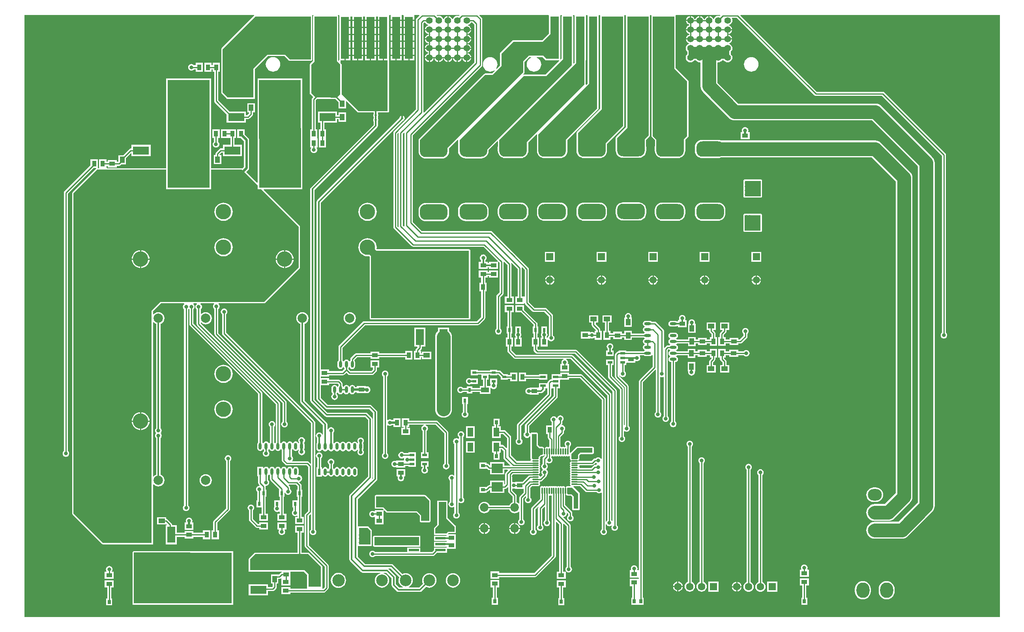
<source format=gtl>
G04*
G04 #@! TF.GenerationSoftware,Altium Limited,Altium Designer,21.2.2 (38)*
G04*
G04 Layer_Physical_Order=1*
G04 Layer_Color=255*
%FSLAX25Y25*%
%MOIN*%
G70*
G04*
G04 #@! TF.SameCoordinates,F28A5215-CE45-4803-9B4C-17DA2ED16A0E*
G04*
G04*
G04 #@! TF.FilePolarity,Positive*
G04*
G01*
G75*
%ADD11C,0.00984*%
%ADD18R,0.06693X0.04134*%
%ADD19R,0.05118X0.03740*%
%ADD20R,0.09449X0.07874*%
%ADD21R,0.03740X0.05118*%
%ADD22R,0.06299X0.15748*%
%ADD23R,0.08661X0.01968*%
%ADD24R,0.09449X0.12205*%
%ADD25R,0.06693X0.12402*%
%ADD26O,0.02362X0.05709*%
%ADD27R,0.02362X0.05709*%
%ADD28R,0.05315X0.03937*%
%ADD29R,0.03937X0.05315*%
%ADD30R,0.02756X0.03543*%
%ADD31C,0.01968*%
%ADD32R,0.02362X0.03543*%
%ADD33R,0.03937X0.02362*%
%ADD34O,0.05709X0.02362*%
%ADD35R,0.03543X0.02362*%
%ADD36R,0.04724X0.02165*%
%ADD37O,0.02362X0.05709*%
%ADD38R,0.07008X0.13795*%
%ADD39R,0.42992X0.35512*%
%ADD40R,0.05000X0.07500*%
%ADD41O,0.01181X0.05709*%
%ADD42O,0.05709X0.01181*%
%ADD43R,0.03543X0.02756*%
%ADD44R,0.35512X0.42992*%
%ADD45R,0.13795X0.07008*%
%ADD46R,0.04331X0.12992*%
%ADD93C,0.01378*%
%ADD94C,0.01181*%
%ADD95C,0.01968*%
%ADD96C,0.11811*%
%ADD97C,0.05906*%
%ADD98R,0.05906X0.05906*%
%ADD99O,0.11024X0.12992*%
%ADD100O,0.11811X0.09843*%
%ADD101C,0.07874*%
%ADD102C,0.12992*%
%ADD103C,0.06299*%
%ADD104R,0.06299X0.06299*%
%ADD105C,0.07284*%
%ADD106C,0.09843*%
%ADD107C,0.10433*%
%ADD108R,0.10433X0.10433*%
%ADD109O,0.10000X0.13000*%
%ADD110R,0.07087X0.06299*%
%ADD111C,0.05512*%
%ADD112C,0.03150*%
%ADD113C,0.03543*%
%ADD114C,0.02756*%
G36*
X825367Y1405D02*
X1405D01*
Y510406D01*
X195453D01*
X195605Y509908D01*
X195605Y509906D01*
X168046Y482348D01*
X167785Y481957D01*
X167693Y481496D01*
X167693Y481496D01*
Y444882D01*
X167785Y444421D01*
X168046Y444030D01*
X172236Y439840D01*
Y439409D01*
X172914D01*
X173228Y439347D01*
X173228Y439347D01*
X194882Y439347D01*
X194998Y439370D01*
X196063D01*
Y440435D01*
X196086Y440551D01*
X196086Y464462D01*
X207192Y475567D01*
X221155D01*
X224114Y472608D01*
Y471949D01*
X224790D01*
X225130Y471722D01*
X225590Y471630D01*
X225591Y471630D01*
X243307D01*
X243768Y471722D01*
X244107Y471949D01*
X244390D01*
Y472329D01*
X244420Y472374D01*
X244511Y472835D01*
Y509055D01*
X244420Y509516D01*
X244390Y509561D01*
X244390Y510138D01*
X244779Y510406D01*
X245379D01*
X245472Y510342D01*
X245605Y509907D01*
X245344Y509516D01*
X245252Y509055D01*
Y471562D01*
X242849Y469159D01*
X242588Y468768D01*
X242496Y468307D01*
X242496Y468307D01*
X242496Y444291D01*
X242588Y443830D01*
X242849Y443440D01*
X242849Y443440D01*
X245035Y441254D01*
Y440754D01*
X244660Y440380D01*
X244290Y439826D01*
X244160Y439173D01*
Y413779D01*
X242815D01*
Y406365D01*
X242815Y406299D01*
X242913Y405840D01*
X242913Y405799D01*
Y398425D01*
X243447D01*
X243693Y397925D01*
X243557Y397748D01*
X243280Y397078D01*
X243185Y396358D01*
X243280Y395639D01*
X243557Y394968D01*
X243999Y394393D01*
X244575Y393951D01*
X245245Y393673D01*
X245965Y393579D01*
X246684Y393673D01*
X247354Y393951D01*
X247930Y394393D01*
X248372Y394968D01*
X248650Y395639D01*
X248744Y396358D01*
X248650Y397078D01*
X248372Y397748D01*
X248236Y397925D01*
X248482Y398425D01*
X249016D01*
Y405840D01*
X249016Y405905D01*
X248917Y406365D01*
X248917Y406405D01*
Y413779D01*
X247572D01*
Y438467D01*
X248452Y439347D01*
X264048Y439347D01*
X266732Y436662D01*
Y431398D01*
X273031D01*
Y437407D01*
X273493Y437599D01*
X282810Y428282D01*
X283201Y428021D01*
X283661Y427930D01*
X283662Y427930D01*
X296422D01*
Y426785D01*
X296189Y426435D01*
X296021Y425591D01*
X296189Y424746D01*
X296422Y424396D01*
Y422848D01*
X296189Y422498D01*
X296021Y421654D01*
X296189Y420809D01*
X296422Y420459D01*
Y417481D01*
X243408Y364466D01*
X243016Y363880D01*
X242879Y363189D01*
Y184252D01*
X243016Y183561D01*
X243408Y182975D01*
X255416Y170967D01*
X256002Y170575D01*
X256693Y170438D01*
X289212D01*
X291698Y167953D01*
Y120236D01*
X276479Y105017D01*
X276087Y104431D01*
X275950Y103740D01*
Y50000D01*
X276087Y49309D01*
X276479Y48723D01*
X285927Y39274D01*
X286513Y38882D01*
X287205Y38745D01*
X302060D01*
X302134Y38245D01*
X301157Y37949D01*
X300097Y37382D01*
X299168Y36619D01*
X298406Y35690D01*
X297839Y34630D01*
X297490Y33480D01*
X297372Y32283D01*
X297490Y31087D01*
X297839Y29937D01*
X298406Y28877D01*
X299168Y27948D01*
X300097Y27185D01*
X301157Y26618D01*
X302308Y26269D01*
X303504Y26152D01*
X304700Y26269D01*
X305851Y26618D01*
X306911Y27185D01*
X307840Y27948D01*
X308602Y28877D01*
X309169Y29937D01*
X309518Y31087D01*
X309636Y32283D01*
X309518Y33480D01*
X309169Y34630D01*
X308602Y35690D01*
X307840Y36619D01*
X306911Y37382D01*
X305851Y37949D01*
X304874Y38245D01*
X304948Y38745D01*
X307126D01*
X311579Y34291D01*
Y28346D01*
X311717Y27655D01*
X312108Y27069D01*
X316045Y23132D01*
X316632Y22741D01*
X317323Y22603D01*
X335630D01*
X336321Y22741D01*
X336907Y23132D01*
X340659Y26884D01*
X341157Y26618D01*
X342308Y26269D01*
X343504Y26152D01*
X344700Y26269D01*
X345850Y26618D01*
X346911Y27185D01*
X347840Y27948D01*
X348602Y28877D01*
X349169Y29937D01*
X349518Y31087D01*
X349636Y32283D01*
X349518Y33480D01*
X349169Y34630D01*
X348602Y35690D01*
X347840Y36619D01*
X346911Y37382D01*
X345850Y37949D01*
X344700Y38298D01*
X343504Y38415D01*
X342308Y38298D01*
X341157Y37949D01*
X340097Y37382D01*
X339168Y36619D01*
X338405Y35690D01*
X337839Y34630D01*
X337490Y33480D01*
X337372Y32283D01*
X337490Y31087D01*
X337839Y29937D01*
X338105Y29439D01*
X334882Y26216D01*
X326158D01*
X326033Y26716D01*
X326911Y27185D01*
X327840Y27948D01*
X328602Y28877D01*
X329169Y29937D01*
X329518Y31087D01*
X329636Y32283D01*
X329518Y33480D01*
X329169Y34630D01*
X328602Y35690D01*
X327840Y36619D01*
X326911Y37382D01*
X325851Y37949D01*
X324700Y38298D01*
X323504Y38415D01*
X322308Y38298D01*
X321157Y37949D01*
X320659Y37683D01*
X312773Y45569D01*
X312187Y45960D01*
X311496Y46098D01*
X289331D01*
X283106Y52323D01*
Y61211D01*
X283594Y61486D01*
X283606Y61484D01*
X284055Y61394D01*
X293701D01*
X293817Y61417D01*
X294882D01*
Y62482D01*
X294905Y62598D01*
Y74410D01*
X294813Y74870D01*
X294552Y75261D01*
X292323Y77491D01*
Y77756D01*
X291991D01*
X291799Y77884D01*
X291339Y77976D01*
X291338Y77976D01*
X284055Y77976D01*
X283606Y77886D01*
X283594Y77884D01*
X283127Y78132D01*
X283106Y78189D01*
Y100827D01*
X298915Y116636D01*
X299307Y117222D01*
X299444Y117913D01*
Y174606D01*
X299307Y175298D01*
X298915Y175884D01*
X294584Y180214D01*
X293998Y180606D01*
X293307Y180743D01*
X257638D01*
X251806Y186575D01*
Y197244D01*
X258661D01*
Y198589D01*
X266124D01*
X266660Y198053D01*
Y196974D01*
X266141Y196197D01*
X266121Y196097D01*
X265611D01*
X265591Y196197D01*
X265069Y196979D01*
X264288Y197501D01*
X263366Y197684D01*
X262444Y197501D01*
X261663Y196979D01*
X261141Y196197D01*
X260958Y195276D01*
Y191929D01*
X261141Y191007D01*
X261660Y190231D01*
Y189748D01*
X261420Y189564D01*
X260979Y188988D01*
X260701Y188318D01*
X260606Y187598D01*
X260701Y186879D01*
X260979Y186209D01*
X261420Y185633D01*
X261996Y185191D01*
X262666Y184914D01*
X263386Y184819D01*
X264105Y184914D01*
X264776Y185191D01*
X265351Y185633D01*
X265793Y186209D01*
X266071Y186879D01*
X266165Y187598D01*
X266071Y188318D01*
X265793Y188988D01*
X265351Y189564D01*
X265072Y189778D01*
Y190231D01*
X265591Y191007D01*
X265611Y191108D01*
X266121D01*
X266141Y191007D01*
X266663Y190226D01*
X267444Y189704D01*
X268366Y189521D01*
X269288Y189704D01*
X270069Y190226D01*
X270591Y191007D01*
X270611Y191108D01*
X271121D01*
X271141Y191007D01*
X271663Y190226D01*
X272445Y189704D01*
X273366Y189521D01*
X274288Y189704D01*
X275069Y190226D01*
X275591Y191007D01*
X275611Y191108D01*
X276121D01*
X276141Y191007D01*
X276663Y190226D01*
X277445Y189704D01*
X278366Y189521D01*
X279288Y189704D01*
X280069Y190226D01*
X280591Y191007D01*
X280659Y191345D01*
X282283D01*
Y190650D01*
X289764D01*
Y190650D01*
X290199Y190807D01*
X290264Y190814D01*
X290945Y190724D01*
X291664Y190819D01*
X292335Y191097D01*
X292910Y191538D01*
X293352Y192114D01*
X293630Y192785D01*
X293725Y193504D01*
X293630Y194223D01*
X293352Y194894D01*
X292910Y195469D01*
X292335Y195911D01*
X291664Y196189D01*
X290945Y196284D01*
X290264Y196194D01*
X290119Y196210D01*
X289764Y196448D01*
Y196752D01*
X282283D01*
Y195761D01*
X280678D01*
X280591Y196197D01*
X280069Y196979D01*
X279288Y197501D01*
X278366Y197684D01*
X277445Y197501D01*
X276663Y196979D01*
X276141Y196197D01*
X276121Y196097D01*
X275611D01*
X275591Y196197D01*
X275069Y196979D01*
X274288Y197501D01*
X273366Y197684D01*
X272445Y197501D01*
X271663Y196979D01*
X271141Y196197D01*
X271121Y196097D01*
X270611D01*
X270591Y196197D01*
X270072Y196974D01*
Y198760D01*
X269942Y199413D01*
X269572Y199966D01*
X268037Y201502D01*
X267484Y201871D01*
X266831Y202001D01*
X258661D01*
Y203346D01*
X251806D01*
Y204528D01*
X258661D01*
Y205774D01*
X270472D01*
X271125Y205904D01*
X271679Y206274D01*
X273366Y207961D01*
X274857Y206471D01*
X275410Y206101D01*
X276063Y205971D01*
X295079D01*
X295732Y206101D01*
X296285Y206471D01*
X298647Y208833D01*
X299017Y209386D01*
X299147Y210039D01*
Y212402D01*
X301181D01*
Y218504D01*
X293701D01*
Y212402D01*
X295735D01*
Y210746D01*
X294372Y209383D01*
X276770D01*
X275072Y211081D01*
Y211687D01*
X275591Y212464D01*
X275611Y212564D01*
X276121D01*
X276141Y212464D01*
X276663Y211683D01*
X277445Y211161D01*
X278366Y210977D01*
X279288Y211161D01*
X280069Y211683D01*
X280591Y212464D01*
X280775Y213386D01*
Y216732D01*
X280591Y217654D01*
X280072Y218431D01*
Y218604D01*
X282400Y220932D01*
X293701D01*
Y219685D01*
X301181D01*
Y220932D01*
X323031D01*
Y218898D01*
X329134D01*
Y226378D01*
X323031D01*
Y224344D01*
X301181D01*
Y225787D01*
X293701D01*
Y224344D01*
X281693D01*
X281040Y224214D01*
X280487Y223844D01*
X277160Y220517D01*
X276790Y219964D01*
X276660Y219311D01*
Y218431D01*
X276141Y217654D01*
X276121Y217554D01*
X275611D01*
X275591Y217654D01*
X275069Y218435D01*
X274288Y218957D01*
X273366Y219141D01*
X272445Y218957D01*
X271663Y218435D01*
X271141Y217654D01*
X271121Y217554D01*
X270611D01*
X270591Y217654D01*
X270072Y218431D01*
Y229077D01*
X289092Y248097D01*
X384449D01*
X385102Y248227D01*
X385655Y248597D01*
X390183Y253124D01*
X390552Y253678D01*
X390682Y254331D01*
Y276575D01*
X391929D01*
Y284055D01*
X390682D01*
Y288386D01*
X392717D01*
Y289633D01*
X393898D01*
Y288386D01*
X401378D01*
Y294488D01*
X393898D01*
Y293045D01*
X392717D01*
Y294488D01*
X385236D01*
Y288386D01*
X387270D01*
Y284055D01*
X385827D01*
Y276575D01*
X387270D01*
Y255037D01*
X383742Y251509D01*
X288386D01*
X287733Y251379D01*
X287179Y251009D01*
X267160Y230990D01*
X266790Y230436D01*
X266660Y229784D01*
Y218431D01*
X266141Y217654D01*
X265958Y216732D01*
Y213386D01*
X266141Y212464D01*
X266663Y211683D01*
X267444Y211161D01*
X268366Y210977D01*
X269288Y211161D01*
X270069Y211683D01*
X270591Y212464D01*
X270611Y212564D01*
X271121D01*
X271141Y212464D01*
X271660Y211687D01*
Y211081D01*
X269766Y209186D01*
X258661D01*
Y210630D01*
X251806D01*
Y351598D01*
X321171Y420963D01*
X321317Y420992D01*
X322034Y421470D01*
X322512Y422187D01*
X322680Y423032D01*
X322512Y423876D01*
X322034Y424593D01*
X321317Y425071D01*
X320472Y425239D01*
X319628Y425071D01*
X318911Y424593D01*
X318433Y423876D01*
X318298Y423198D01*
X248723Y353623D01*
X248331Y353037D01*
X248194Y352346D01*
Y185827D01*
X248331Y185135D01*
X248723Y184549D01*
X255612Y177660D01*
X256199Y177268D01*
X256890Y177131D01*
X292559D01*
X295831Y173858D01*
Y118662D01*
X295386Y118217D01*
X294998Y118535D01*
X295173Y118797D01*
X295310Y119488D01*
Y168701D01*
X295173Y169392D01*
X294781Y169978D01*
X291238Y173521D01*
X290652Y173913D01*
X289961Y174050D01*
X257441D01*
X246491Y185000D01*
Y362441D01*
X299506Y415455D01*
X299897Y416041D01*
X300035Y416732D01*
Y420459D01*
X300268Y420809D01*
X300436Y421654D01*
X300268Y422498D01*
X300035Y422848D01*
Y424396D01*
X300268Y424746D01*
X300436Y425591D01*
X300268Y426435D01*
X300035Y426785D01*
Y427930D01*
X308268D01*
X308729Y428021D01*
X309119Y428282D01*
X309380Y428673D01*
X309472Y429134D01*
Y472130D01*
X309380Y472591D01*
X309350Y472636D01*
Y477854D01*
Y483760D01*
Y489665D01*
Y495571D01*
Y501476D01*
Y509906D01*
X309350Y510138D01*
X309739Y510406D01*
X310787D01*
X310910Y509957D01*
X310910Y509906D01*
Y506307D01*
X319996D01*
Y509906D01*
X319996Y509957D01*
X320118Y510406D01*
X321614D01*
X321736Y509957D01*
X321736Y509906D01*
Y506307D01*
X330823D01*
Y509906D01*
X330823Y509957D01*
X330945Y510406D01*
X334899D01*
X335091Y509944D01*
X332652Y507506D01*
X332282Y506952D01*
X332152Y506299D01*
Y430628D01*
X313558Y412033D01*
X313188Y411480D01*
X313058Y410827D01*
Y331102D01*
X313188Y330450D01*
X313558Y329896D01*
X328518Y314935D01*
X329071Y314566D01*
X329724Y314436D01*
X389254D01*
X401446Y302243D01*
X401211Y301772D01*
X400947Y301772D01*
X393898D01*
Y300527D01*
X392717D01*
Y301772D01*
X390783D01*
Y303030D01*
X390942Y303153D01*
X391384Y303728D01*
X391661Y304399D01*
X391756Y305118D01*
X391661Y305837D01*
X391384Y306508D01*
X390942Y307084D01*
X390366Y307525D01*
X389696Y307803D01*
X388976Y307898D01*
X388257Y307803D01*
X387586Y307525D01*
X387011Y307084D01*
X386569Y306508D01*
X386291Y305837D01*
X386197Y305118D01*
X386291Y304399D01*
X386569Y303728D01*
X387011Y303153D01*
X387170Y303030D01*
Y301772D01*
X385236D01*
Y295669D01*
X392717D01*
Y296914D01*
X393898D01*
Y295669D01*
X401378D01*
Y301305D01*
X401378Y301605D01*
X401850Y301840D01*
X402822Y300868D01*
Y275904D01*
X400565Y273647D01*
X400196Y273094D01*
X400066Y272441D01*
Y245078D01*
X399806Y244879D01*
X399364Y244303D01*
X399087Y243633D01*
X398992Y242913D01*
X399087Y242194D01*
X399364Y241524D01*
X399806Y240948D01*
X400382Y240506D01*
X401052Y240228D01*
X401772Y240134D01*
X402491Y240228D01*
X403161Y240506D01*
X403737Y240948D01*
X404179Y241524D01*
X404457Y242194D01*
X404551Y242913D01*
X404457Y243633D01*
X404179Y244303D01*
X403737Y244879D01*
X403478Y245078D01*
Y271734D01*
X405734Y273991D01*
X406104Y274544D01*
X406234Y275197D01*
Y301473D01*
X406477Y301635D01*
X406719Y301695D01*
X409318Y299096D01*
Y272342D01*
X407283D01*
Y266240D01*
X414764D01*
Y272342D01*
X412730D01*
Y299803D01*
X412608Y300414D01*
X412631Y300443D01*
X413172Y300557D01*
X418176Y295553D01*
Y272244D01*
X416142D01*
Y266142D01*
X423622D01*
Y266676D01*
X424122Y266725D01*
X424211Y266276D01*
X424581Y265723D01*
X430487Y259817D01*
X431040Y259448D01*
X431693Y259318D01*
X440632D01*
X444554Y255396D01*
Y239318D01*
X444361Y239170D01*
X443920Y238595D01*
X443683Y238024D01*
X443641Y237923D01*
X443315Y237598D01*
X442821Y237598D01*
X442706Y237748D01*
X442596Y238098D01*
X442958Y238571D01*
X443236Y239241D01*
X443331Y239961D01*
X443236Y240680D01*
X442958Y241351D01*
X442913Y241409D01*
Y247047D01*
X438189D01*
Y241409D01*
X438144Y241351D01*
X437866Y240680D01*
X437772Y239961D01*
X437866Y239241D01*
X438144Y238571D01*
X438506Y238098D01*
X438396Y237748D01*
X438281Y237598D01*
X437402D01*
Y230118D01*
X443504D01*
Y235577D01*
X443518Y235585D01*
X444004Y235705D01*
X444361Y235239D01*
X444937Y234797D01*
X445608Y234520D01*
X446327Y234425D01*
X447047Y234520D01*
X447717Y234797D01*
X448293Y235239D01*
X448734Y235815D01*
X449012Y236485D01*
X449107Y237205D01*
X449012Y237924D01*
X448734Y238595D01*
X448293Y239170D01*
X447966Y239421D01*
Y256102D01*
X447836Y256755D01*
X447466Y257309D01*
X442545Y262230D01*
X441991Y262600D01*
X441339Y262730D01*
X432400D01*
X427493Y267636D01*
Y295472D01*
X427363Y296125D01*
X426994Y296679D01*
X415577Y308096D01*
X415576Y308096D01*
X396482Y327191D01*
X395929Y327560D01*
X395276Y327690D01*
X337124D01*
X329462Y335352D01*
Y408545D01*
X387624Y466707D01*
X387994Y467261D01*
X388123Y467913D01*
Y506890D01*
X387994Y507543D01*
X387624Y508096D01*
X385776Y509944D01*
X385967Y510406D01*
X444198D01*
X444587Y510138D01*
X444587Y509906D01*
Y501476D01*
Y494715D01*
X438871Y489000D01*
X414370Y489000D01*
X413909Y488908D01*
X413518Y488647D01*
X403479Y478607D01*
X403218Y478217D01*
X403126Y477756D01*
X403126Y477756D01*
X403126Y467625D01*
X400306Y464805D01*
X399935Y465141D01*
X399980Y465196D01*
X400547Y466256D01*
X400896Y467406D01*
X401014Y468602D01*
X400896Y469799D01*
X400547Y470949D01*
X399980Y472009D01*
X399218Y472938D01*
X398289Y473701D01*
X397229Y474267D01*
X396078Y474616D01*
X394882Y474734D01*
X393686Y474616D01*
X392535Y474267D01*
X391475Y473701D01*
X390546Y472938D01*
X389783Y472009D01*
X389217Y470949D01*
X388868Y469799D01*
X388750Y468602D01*
X388868Y467406D01*
X389217Y466256D01*
X389783Y465196D01*
X390546Y464266D01*
X391475Y463504D01*
X392535Y462937D01*
X393686Y462588D01*
X394882Y462470D01*
X396078Y462588D01*
X397229Y462937D01*
X398289Y463504D01*
X398343Y463549D01*
X398680Y463178D01*
X396352Y460850D01*
X390551D01*
X390551Y460850D01*
X390090Y460758D01*
X389700Y460497D01*
X334778Y405576D01*
X334517Y405185D01*
X334426Y404724D01*
X334426Y404724D01*
Y399069D01*
X334340Y398201D01*
Y395201D01*
X334459Y393989D01*
X334813Y392824D01*
X335387Y391750D01*
X336159Y390809D01*
X337101Y390037D01*
X338174Y389463D01*
X339339Y389109D01*
X340551Y388990D01*
X340620Y388997D01*
X353882D01*
X353951Y388990D01*
X355163Y389109D01*
X356328Y389463D01*
X357402Y390037D01*
X358343Y390809D01*
X359116Y391750D01*
X359689Y392824D01*
X360043Y393989D01*
X360162Y395201D01*
Y397632D01*
X367412Y404882D01*
X367722Y404780D01*
X367890Y404653D01*
Y399363D01*
X367791Y398350D01*
Y395350D01*
X367910Y394139D01*
X368263Y392973D01*
X368837Y391900D01*
X369610Y390958D01*
X370551Y390186D01*
X371625Y389612D01*
X372790Y389259D01*
X374002Y389139D01*
X374070Y389146D01*
X387333D01*
X387402Y389139D01*
X388613Y389259D01*
X389778Y389612D01*
X390852Y390186D01*
X391793Y390958D01*
X392566Y391900D01*
X393140Y392973D01*
X393493Y394139D01*
X393613Y395350D01*
Y396240D01*
X400893Y403520D01*
X401355Y403329D01*
X401355Y399463D01*
X401269Y398594D01*
Y395595D01*
X401389Y394383D01*
X401742Y393218D01*
X402316Y392144D01*
X403089Y391203D01*
X404030Y390430D01*
X405103Y389856D01*
X406269Y389503D01*
X407480Y389384D01*
X407549Y389390D01*
X420812D01*
X420880Y389384D01*
X422092Y389503D01*
X423257Y389856D01*
X424331Y390430D01*
X425272Y391203D01*
X426045Y392144D01*
X426618Y393218D01*
X426972Y394383D01*
X427091Y395595D01*
Y398594D01*
X426992Y399607D01*
X426992Y402651D01*
X433996Y409655D01*
X434457Y409409D01*
X434426Y409252D01*
X434426Y409252D01*
Y399607D01*
X434326Y398594D01*
Y395595D01*
X434445Y394383D01*
X434799Y393218D01*
X435373Y392144D01*
X436145Y391203D01*
X437086Y390430D01*
X438160Y389856D01*
X439325Y389503D01*
X440537Y389384D01*
X440606Y389390D01*
X453868D01*
X453937Y389384D01*
X455149Y389503D01*
X456314Y389856D01*
X457388Y390430D01*
X458329Y391203D01*
X459101Y392144D01*
X459675Y393218D01*
X460029Y394383D01*
X460148Y395595D01*
Y398594D01*
X460063Y399463D01*
Y404619D01*
X486088Y430645D01*
X486349Y431035D01*
X486441Y431496D01*
X486441Y431496D01*
X486441Y471949D01*
X486516D01*
Y477854D01*
Y483760D01*
Y489665D01*
Y495571D01*
Y501476D01*
Y509906D01*
X486516Y510138D01*
X486905Y510406D01*
X487505D01*
X487894Y510138D01*
X487894Y509906D01*
Y509561D01*
X487864Y509516D01*
X487772Y509055D01*
X487772Y431208D01*
X468243Y411678D01*
X467982Y411288D01*
X467890Y410827D01*
X467890Y410827D01*
Y399463D01*
X467805Y398594D01*
Y395595D01*
X467924Y394383D01*
X468278Y393218D01*
X468852Y392144D01*
X469624Y391203D01*
X470565Y390430D01*
X471639Y389856D01*
X472804Y389503D01*
X474016Y389384D01*
X474085Y389390D01*
X487347D01*
X487416Y389384D01*
X488627Y389503D01*
X489793Y389856D01*
X490866Y390430D01*
X491808Y391203D01*
X492580Y392144D01*
X493154Y393218D01*
X493507Y394383D01*
X493627Y395595D01*
Y398594D01*
X493527Y399607D01*
Y401273D01*
X507938Y415684D01*
X508199Y416075D01*
X508291Y416535D01*
X508291Y416536D01*
X508291Y509055D01*
X508199Y509516D01*
X508169Y509561D01*
X508169Y510138D01*
X508558Y510406D01*
X509158D01*
X509547Y510138D01*
X509547Y509906D01*
Y501476D01*
Y495571D01*
Y489665D01*
Y483760D01*
Y477854D01*
Y471949D01*
X509622D01*
Y415656D01*
X501314Y407348D01*
X501053Y406957D01*
X500961Y406496D01*
X500961Y406496D01*
X500961Y399756D01*
X500861Y398744D01*
Y395744D01*
X500981Y394532D01*
X501334Y393367D01*
X501908Y392293D01*
X502681Y391352D01*
X503622Y390580D01*
X504696Y390006D01*
X505861Y389652D01*
X507072Y389533D01*
X507141Y389540D01*
X520404D01*
X520472Y389533D01*
X521684Y389652D01*
X522849Y390006D01*
X523923Y390580D01*
X524864Y391352D01*
X525637Y392293D01*
X526211Y393367D01*
X526564Y394532D01*
X526683Y395744D01*
Y398744D01*
X526598Y399612D01*
Y404816D01*
X529592Y407810D01*
X529853Y408201D01*
X529944Y408661D01*
X529944Y408662D01*
X529944Y508858D01*
X529853Y509319D01*
X529823Y509364D01*
X529823Y510138D01*
X530212Y510406D01*
X530812D01*
X531201Y510138D01*
X531201Y509906D01*
Y509561D01*
X531171Y509516D01*
X531079Y509055D01*
X531079Y408465D01*
Y408071D01*
X531079Y408071D01*
X531171Y407610D01*
X531432Y407219D01*
X534032Y404619D01*
X534032Y399606D01*
X533932Y398594D01*
Y395595D01*
X534052Y394383D01*
X534405Y393218D01*
X534979Y392144D01*
X535751Y391203D01*
X536693Y390430D01*
X537767Y389856D01*
X538932Y389503D01*
X540143Y389384D01*
X540212Y389390D01*
X553475D01*
X553543Y389384D01*
X554755Y389503D01*
X555920Y389856D01*
X556994Y390430D01*
X557935Y391203D01*
X558708Y392144D01*
X559281Y393218D01*
X559635Y394383D01*
X559754Y395595D01*
Y398594D01*
X559669Y399463D01*
X559669Y404816D01*
X562072Y407219D01*
X562072Y407219D01*
X562333Y407610D01*
X562425Y408071D01*
X562425Y408071D01*
X562425Y454134D01*
X562333Y454595D01*
X562072Y454985D01*
X562072Y454985D01*
X551598Y465459D01*
Y509055D01*
X551506Y509516D01*
X551476Y509561D01*
X551476Y510138D01*
X551865Y510406D01*
X589131D01*
X589323Y509944D01*
X588906Y509527D01*
X588626Y509643D01*
X587598Y509778D01*
X586571Y509643D01*
X585613Y509246D01*
X584791Y508615D01*
X584160Y507793D01*
X583834Y507007D01*
X583301Y506987D01*
X583005Y507701D01*
X582403Y508486D01*
X581619Y509088D01*
X580705Y509466D01*
X580224Y509530D01*
Y505807D01*
X579224D01*
Y509530D01*
X578744Y509466D01*
X577830Y509088D01*
X577046Y508486D01*
X576444Y507701D01*
X576065Y506788D01*
X576040Y506593D01*
X575535D01*
X575510Y506788D01*
X575131Y507701D01*
X574529Y508486D01*
X573745Y509088D01*
X572831Y509466D01*
X572350Y509530D01*
Y505807D01*
X571350D01*
Y509530D01*
X570870Y509466D01*
X569956Y509088D01*
X569172Y508486D01*
X568570Y507701D01*
X568191Y506788D01*
X568165Y506593D01*
X567661D01*
X567636Y506788D01*
X567257Y507701D01*
X566655Y508486D01*
X565871Y509088D01*
X564957Y509466D01*
X564476Y509530D01*
Y505807D01*
X563976D01*
Y505307D01*
X560254D01*
X560317Y504827D01*
X560696Y503913D01*
X561298Y503128D01*
X562082Y502526D01*
X562996Y502148D01*
X563191Y502122D01*
Y501618D01*
X562996Y501592D01*
X562082Y501214D01*
X561298Y500612D01*
X560696Y499827D01*
X560317Y498914D01*
X560254Y498433D01*
X563976D01*
Y497433D01*
X560254D01*
X560317Y496953D01*
X560696Y496039D01*
X561298Y495254D01*
X562082Y494652D01*
X562996Y494274D01*
X563191Y494248D01*
Y493744D01*
X562996Y493718D01*
X562082Y493340D01*
X561298Y492738D01*
X560696Y491953D01*
X560317Y491040D01*
X560254Y490559D01*
X563976D01*
Y489559D01*
X560254D01*
X560317Y489079D01*
X560696Y488165D01*
X561298Y487380D01*
X562082Y486778D01*
X562796Y486483D01*
X562777Y485950D01*
X561991Y485624D01*
X561168Y484993D01*
X560537Y484170D01*
X560141Y483213D01*
X560005Y482185D01*
X560141Y481157D01*
X560537Y480200D01*
X561168Y479377D01*
X561394Y479204D01*
Y477292D01*
X561168Y477119D01*
X560537Y476297D01*
X560141Y475339D01*
X560005Y474311D01*
X560141Y473283D01*
X560537Y472326D01*
X561168Y471503D01*
X561991Y470872D01*
X562949Y470475D01*
X563976Y470340D01*
X565004Y470475D01*
X565962Y470872D01*
X566784Y471503D01*
X567184Y472024D01*
X568643D01*
X569042Y471503D01*
X569865Y470872D01*
X570823Y470475D01*
X571850Y470340D01*
X572228Y470390D01*
X572604Y470060D01*
Y450197D01*
X572740Y448808D01*
X573146Y447472D01*
X573804Y446241D01*
X574689Y445162D01*
X596539Y423311D01*
X596540Y423311D01*
X597619Y422426D01*
X598850Y421768D01*
X600186Y421362D01*
X601575Y421226D01*
X717326D01*
X756068Y382484D01*
Y98225D01*
X739688Y81845D01*
X719685D01*
X718296Y81709D01*
X716960Y81303D01*
X715729Y80645D01*
X714650Y79760D01*
X713764Y78681D01*
X713106Y77450D01*
X712701Y76114D01*
X712564Y74724D01*
X712701Y73335D01*
X713106Y71999D01*
X713764Y70768D01*
X714650Y69689D01*
X715729Y68804D01*
X716960Y68146D01*
X718296Y67740D01*
X719685Y67603D01*
X742638D01*
X744027Y67740D01*
X745363Y68146D01*
X746594Y68804D01*
X747673Y69689D01*
X768224Y90240D01*
X768224Y90240D01*
X769110Y91319D01*
X769768Y92550D01*
X770173Y93886D01*
X770310Y95276D01*
X770310Y95276D01*
Y385433D01*
X770310Y385433D01*
X770173Y386822D01*
X769768Y388158D01*
X769110Y389389D01*
X768224Y390468D01*
X725311Y433382D01*
X724232Y434267D01*
X723001Y434925D01*
X721665Y435330D01*
X720276Y435467D01*
X604524D01*
X586845Y453146D01*
Y470060D01*
X587221Y470390D01*
X587598Y470340D01*
X588626Y470475D01*
X589584Y470872D01*
X590406Y471503D01*
X590806Y472024D01*
X592265D01*
X592665Y471503D01*
X593487Y470872D01*
X594445Y470475D01*
X595472Y470340D01*
X596500Y470475D01*
X597458Y470872D01*
X598280Y471503D01*
X598911Y472326D01*
X599308Y473283D01*
X599443Y474311D01*
X599308Y475339D01*
X598911Y476297D01*
X598280Y477119D01*
X598055Y477292D01*
Y479204D01*
X598280Y479377D01*
X598911Y480200D01*
X599308Y481157D01*
X599443Y482185D01*
X599308Y483213D01*
X598911Y484170D01*
X598280Y484993D01*
X597458Y485624D01*
X596672Y485950D01*
X596653Y486483D01*
X597367Y486778D01*
X598151Y487380D01*
X598753Y488165D01*
X599132Y489079D01*
X599195Y489559D01*
X595472D01*
Y490559D01*
X599195D01*
X599132Y491040D01*
X598753Y491953D01*
X598151Y492738D01*
X597367Y493340D01*
X596453Y493718D01*
X596258Y493744D01*
Y494248D01*
X596453Y494274D01*
X597367Y494652D01*
X598151Y495254D01*
X598753Y496039D01*
X599132Y496953D01*
X599195Y497433D01*
X595472D01*
Y498433D01*
X599195D01*
X599132Y498914D01*
X598753Y499827D01*
X598151Y500612D01*
X597367Y501214D01*
X596653Y501510D01*
X596672Y502043D01*
X597458Y502368D01*
X598280Y502999D01*
X598911Y503822D01*
X599308Y504779D01*
X599443Y505807D01*
X599308Y506835D01*
X598976Y507636D01*
X599221Y508137D01*
X603230D01*
X668872Y442494D01*
X669426Y442125D01*
X670079Y441995D01*
X725868D01*
X776444Y391419D01*
X776444Y241732D01*
X776184Y241532D01*
X775742Y240957D01*
X775465Y240286D01*
X775370Y239567D01*
X775465Y238847D01*
X775742Y238177D01*
X776184Y237601D01*
X776760Y237160D01*
X777430Y236882D01*
X778150Y236787D01*
X778869Y236882D01*
X779539Y237160D01*
X780115Y237601D01*
X780557Y238177D01*
X780835Y238847D01*
X780929Y239567D01*
X780835Y240286D01*
X780557Y240957D01*
X780115Y241532D01*
X779856Y241732D01*
X779856Y392126D01*
X779726Y392779D01*
X779356Y393332D01*
X727781Y444907D01*
X727228Y445277D01*
X726575Y445407D01*
X670785D01*
X606248Y509944D01*
X606439Y510406D01*
X825367D01*
Y1405D01*
D02*
G37*
G36*
X368850Y509944D02*
X368433Y509527D01*
X368154Y509643D01*
X367126Y509778D01*
X366098Y509643D01*
X365141Y509246D01*
X364318Y508615D01*
X363687Y507793D01*
X363362Y507007D01*
X362828Y506987D01*
X362533Y507701D01*
X361931Y508486D01*
X361146Y509088D01*
X360232Y509466D01*
X359752Y509530D01*
Y505807D01*
X358752D01*
Y509530D01*
X358272Y509466D01*
X357358Y509088D01*
X356573Y508486D01*
X355971Y507701D01*
X355676Y506987D01*
X355142Y507007D01*
X354817Y507793D01*
X354186Y508615D01*
X353363Y509246D01*
X352406Y509643D01*
X351378Y509778D01*
X350350Y509643D01*
X350071Y509527D01*
X349654Y509944D01*
X349845Y510406D01*
X368659D01*
X368850Y509944D01*
D02*
G37*
G36*
X300083Y506307D02*
X304626D01*
Y505307D01*
X300083D01*
Y501657D01*
Y500402D01*
X304626D01*
Y499402D01*
X300083D01*
Y495752D01*
Y494496D01*
X304626D01*
Y493496D01*
X300083D01*
Y489847D01*
Y488590D01*
X304626D01*
Y487591D01*
X300083D01*
Y483941D01*
Y482685D01*
X304626D01*
Y481685D01*
X300083D01*
Y478035D01*
Y476780D01*
X304626D01*
Y476279D01*
X305126D01*
Y472130D01*
X308268D01*
Y429134D01*
X283661D01*
X283661Y429134D01*
X269315Y443481D01*
Y468504D01*
X269315Y468504D01*
X269223Y468965D01*
X268962Y469355D01*
X268504Y469813D01*
Y472130D01*
X271646D01*
Y476279D01*
X272146D01*
Y476780D01*
X276689D01*
Y478035D01*
Y481685D01*
X272146D01*
Y482685D01*
X276689D01*
Y483941D01*
Y487591D01*
X272146D01*
Y488590D01*
X276689D01*
Y489847D01*
Y493496D01*
X272146D01*
Y494496D01*
X276689D01*
Y495752D01*
Y499402D01*
X272146D01*
Y500402D01*
X276689D01*
Y501657D01*
Y505307D01*
X272146D01*
Y506307D01*
X276689D01*
Y509055D01*
X278429D01*
Y506307D01*
X287516D01*
Y509055D01*
X289256D01*
Y506307D01*
X298342D01*
Y509055D01*
X300083D01*
Y506307D01*
D02*
G37*
G36*
X452756Y508858D02*
Y473228D01*
X442323Y473228D01*
X439567Y475984D01*
X427559Y475984D01*
X422638Y471063D01*
Y461811D01*
X358858Y398031D01*
Y396260D01*
X353951D01*
Y390201D01*
X340551D01*
Y390301D01*
Y396260D01*
X335630D01*
Y404724D01*
X390551Y459646D01*
X396850D01*
X404331Y467126D01*
X404331Y477756D01*
X414370Y487795D01*
X439370Y487795D01*
X445866Y494291D01*
X445866Y509055D01*
X452953D01*
X452756Y508858D01*
D02*
G37*
G36*
X596850Y473228D02*
X562598D01*
Y483268D01*
X596850D01*
Y473228D01*
D02*
G37*
G36*
X243307Y509055D02*
Y472835D01*
X225590D01*
X221654Y476772D01*
X206693D01*
X194882Y464961D01*
X194882Y440551D01*
X173228Y440551D01*
X168898Y444882D01*
Y481496D01*
X196457Y509055D01*
X243307Y509055D01*
D02*
G37*
G36*
X455413Y510138D02*
X455413Y509906D01*
Y509561D01*
X455383Y509516D01*
X455292Y509055D01*
Y473530D01*
X454497Y472736D01*
X454035Y472927D01*
Y477854D01*
Y483760D01*
Y489665D01*
Y495571D01*
Y501476D01*
Y508549D01*
X454065Y508594D01*
X454157Y509055D01*
X454065Y509516D01*
X454035Y509561D01*
X454035Y510138D01*
X454424Y510406D01*
X455024D01*
X455413Y510138D01*
D02*
G37*
G36*
X267421D02*
X267421Y509906D01*
Y501476D01*
Y495571D01*
Y489665D01*
Y483760D01*
Y477854D01*
Y472636D01*
X267391Y472591D01*
X267300Y472130D01*
Y471880D01*
X266805Y471659D01*
X266559Y471854D01*
Y509055D01*
X266467Y509516D01*
X266206Y509907D01*
X266339Y510342D01*
X266432Y510406D01*
X267032D01*
X267421Y510138D01*
D02*
G37*
G36*
X381365Y502443D02*
Y470392D01*
X339003Y428030D01*
X338760Y428090D01*
X338517Y428251D01*
Y503427D01*
X339191Y504101D01*
X339949D01*
X340065Y503822D01*
X340696Y502999D01*
X341518Y502368D01*
X342304Y502043D01*
X342323Y501510D01*
X341610Y501214D01*
X340825Y500612D01*
X340223Y499827D01*
X339845Y498914D01*
X339781Y498433D01*
X343504D01*
Y497433D01*
X339781D01*
X339845Y496953D01*
X340223Y496039D01*
X340825Y495254D01*
X341610Y494652D01*
X342524Y494274D01*
X342718Y494248D01*
Y493744D01*
X342524Y493718D01*
X341610Y493340D01*
X340825Y492738D01*
X340223Y491953D01*
X339845Y491040D01*
X339781Y490559D01*
X343504D01*
Y489559D01*
X339781D01*
X339845Y489079D01*
X340223Y488165D01*
X340825Y487380D01*
X341610Y486778D01*
X342524Y486400D01*
X342718Y486374D01*
Y485870D01*
X342524Y485844D01*
X341610Y485466D01*
X340825Y484864D01*
X340223Y484079D01*
X339845Y483166D01*
X339781Y482685D01*
X343504D01*
Y481685D01*
X339781D01*
X339845Y481205D01*
X340223Y480291D01*
X340825Y479506D01*
X341610Y478904D01*
X342524Y478526D01*
X342718Y478500D01*
Y477996D01*
X342524Y477970D01*
X341610Y477592D01*
X340825Y476990D01*
X340223Y476205D01*
X339845Y475291D01*
X339781Y474811D01*
X343504D01*
Y474311D01*
X344004D01*
Y470589D01*
X344484Y470652D01*
X345398Y471030D01*
X346183Y471632D01*
X346785Y472417D01*
X347163Y473331D01*
X347189Y473525D01*
X347693D01*
X347719Y473331D01*
X348097Y472417D01*
X348699Y471632D01*
X349484Y471030D01*
X350397Y470652D01*
X350878Y470589D01*
Y474311D01*
X351878D01*
Y470589D01*
X352358Y470652D01*
X353272Y471030D01*
X354057Y471632D01*
X354659Y472417D01*
X355037Y473331D01*
X355063Y473525D01*
X355567D01*
X355593Y473331D01*
X355971Y472417D01*
X356573Y471632D01*
X357358Y471030D01*
X358272Y470652D01*
X358752Y470589D01*
Y474311D01*
X359752D01*
Y470589D01*
X360232Y470652D01*
X361146Y471030D01*
X361931Y471632D01*
X362533Y472417D01*
X362911Y473331D01*
X362937Y473525D01*
X363441D01*
X363467Y473331D01*
X363845Y472417D01*
X364447Y471632D01*
X365232Y471030D01*
X366145Y470652D01*
X366626Y470589D01*
Y474311D01*
X367626D01*
Y470589D01*
X368107Y470652D01*
X369020Y471030D01*
X369805Y471632D01*
X370407Y472417D01*
X370785Y473331D01*
X370811Y473525D01*
X371315D01*
X371341Y473331D01*
X371719Y472417D01*
X372321Y471632D01*
X373106Y471030D01*
X374020Y470652D01*
X374500Y470589D01*
Y474311D01*
X375000D01*
Y474811D01*
X378723D01*
X378659Y475291D01*
X378281Y476205D01*
X377679Y476990D01*
X376894Y477592D01*
X375980Y477970D01*
X375786Y477996D01*
Y478500D01*
X375980Y478526D01*
X376894Y478904D01*
X377679Y479506D01*
X378281Y480291D01*
X378659Y481205D01*
X378723Y481685D01*
X375000D01*
Y482685D01*
X378723D01*
X378659Y483166D01*
X378281Y484079D01*
X377679Y484864D01*
X376894Y485466D01*
X375980Y485844D01*
X375786Y485870D01*
Y486374D01*
X375980Y486400D01*
X376894Y486778D01*
X377679Y487380D01*
X378281Y488165D01*
X378659Y489079D01*
X378723Y489559D01*
X375000D01*
Y490559D01*
X378723D01*
X378659Y491040D01*
X378281Y491953D01*
X377679Y492738D01*
X376894Y493340D01*
X375980Y493718D01*
X375786Y493744D01*
Y494248D01*
X375980Y494274D01*
X376894Y494652D01*
X377679Y495254D01*
X378281Y496039D01*
X378659Y496953D01*
X378723Y497433D01*
X375000D01*
Y498433D01*
X378723D01*
X378659Y498914D01*
X378281Y499827D01*
X377679Y500612D01*
X376894Y501214D01*
X376181Y501510D01*
X376200Y502043D01*
X376986Y502368D01*
X377808Y502999D01*
X378439Y503822D01*
X378555Y504101D01*
X379707D01*
X381365Y502443D01*
D02*
G37*
G36*
X466240Y510138D02*
X466240Y509906D01*
Y509561D01*
X466210Y509516D01*
X466119Y509055D01*
X466119Y469987D01*
X465446Y469314D01*
X464984Y469506D01*
X464984Y509055D01*
X464892Y509516D01*
X464862Y509561D01*
X464862Y510138D01*
X465251Y510406D01*
X465851D01*
X466240Y510138D01*
D02*
G37*
G36*
X441471Y472377D02*
X441471Y472377D01*
X441862Y472116D01*
X442323Y472024D01*
X442323Y472024D01*
X444587D01*
Y471949D01*
X453057D01*
X453248Y471487D01*
X441627Y459866D01*
X423103D01*
X422976Y460034D01*
X422874Y460344D01*
X423489Y460959D01*
X423750Y461350D01*
X423842Y461811D01*
X423842Y461811D01*
Y470564D01*
X428058Y474780D01*
X429510D01*
X429584Y474280D01*
X429543Y474267D01*
X428483Y473701D01*
X427554Y472938D01*
X426791Y472009D01*
X426225Y470949D01*
X425876Y469799D01*
X425758Y468602D01*
X425876Y467406D01*
X426225Y466256D01*
X426791Y465196D01*
X427554Y464266D01*
X428483Y463504D01*
X429543Y462937D01*
X430693Y462588D01*
X431890Y462470D01*
X433086Y462588D01*
X434236Y462937D01*
X435296Y463504D01*
X436226Y464266D01*
X436988Y465196D01*
X437555Y466256D01*
X437904Y467406D01*
X438022Y468602D01*
X437904Y469799D01*
X437555Y470949D01*
X436988Y472009D01*
X436226Y472938D01*
X435296Y473701D01*
X434236Y474267D01*
X434195Y474280D01*
X434269Y474780D01*
X439068Y474780D01*
X441471Y472377D01*
D02*
G37*
G36*
X477067Y510138D02*
X477067Y509906D01*
Y501476D01*
Y495571D01*
Y489665D01*
Y483760D01*
Y477854D01*
Y471949D01*
X477142D01*
X477142Y452467D01*
X476043Y451368D01*
X475582Y451615D01*
X475614Y451772D01*
X475614Y451772D01*
X475614Y471949D01*
X475689D01*
Y477854D01*
Y483760D01*
Y489665D01*
Y495571D01*
Y501476D01*
Y509906D01*
X475689Y510138D01*
X476078Y510406D01*
X476678D01*
X477067Y510138D01*
D02*
G37*
G36*
X265354Y471260D02*
X268110Y468504D01*
Y443307D01*
X265354Y440551D01*
X247441Y440551D01*
X243701Y444291D01*
X243701Y468307D01*
X246457Y471063D01*
Y509055D01*
X265354D01*
Y471260D01*
D02*
G37*
G36*
X528740Y408661D02*
X525394Y405315D01*
Y396850D01*
X520472D01*
Y390744D01*
X507072D01*
Y390844D01*
Y396850D01*
X502165D01*
X502165Y406496D01*
X510827Y415158D01*
Y508858D01*
X528740D01*
X528740Y408661D01*
D02*
G37*
G36*
X550394Y464961D02*
X561221Y454134D01*
X561221Y408071D01*
X558465Y405315D01*
X558465Y397047D01*
X553543D01*
Y390595D01*
X540143D01*
Y390694D01*
Y397047D01*
X535236D01*
X535236Y405118D01*
X532283Y408071D01*
Y408465D01*
X532283Y509055D01*
X550394D01*
Y464961D01*
D02*
G37*
G36*
X507087Y416535D02*
X492323Y401772D01*
Y397047D01*
X487416D01*
Y390595D01*
X474016D01*
Y390694D01*
Y397047D01*
X469095D01*
Y410827D01*
X488976Y430709D01*
X488976Y509055D01*
X507087D01*
X507087Y416535D01*
D02*
G37*
G36*
X485236Y431496D02*
X458858Y405118D01*
Y396850D01*
X453937D01*
Y390595D01*
X440537D01*
Y390694D01*
Y396850D01*
X435630D01*
Y409252D01*
X478346Y451968D01*
X478346Y509055D01*
X485236D01*
X485236Y431496D01*
D02*
G37*
G36*
X474409Y451772D02*
X425787Y403150D01*
X425787Y396850D01*
X420880D01*
Y390595D01*
X407480D01*
Y390694D01*
Y396850D01*
X402559D01*
X402559Y404724D01*
X467323Y469488D01*
X467323Y509055D01*
X474409D01*
X474409Y451772D01*
D02*
G37*
G36*
X463780Y468110D02*
X392323Y396654D01*
X387402D01*
Y390350D01*
X374002D01*
Y390450D01*
Y396654D01*
X369094D01*
Y404724D01*
X423032Y458661D01*
X442126D01*
X456496Y473032D01*
Y509055D01*
X463779D01*
X463780Y468110D01*
D02*
G37*
G36*
X322066Y410690D02*
X322310Y410529D01*
Y332283D01*
X322431Y331673D01*
X322409Y331644D01*
X321867Y331529D01*
X320997Y332400D01*
Y409923D01*
X321824Y410750D01*
X322066Y410690D01*
D02*
G37*
G36*
X317342Y410690D02*
X317585Y410529D01*
Y331693D01*
X317658Y331328D01*
X317197Y331082D01*
X316470Y331809D01*
Y410120D01*
X317099Y410750D01*
X317342Y410690D01*
D02*
G37*
G36*
X424081Y294766D02*
Y272342D01*
X423622Y272244D01*
Y272244D01*
X421588D01*
Y296260D01*
X421515Y296625D01*
X421976Y296871D01*
X424081Y294766D01*
D02*
G37*
G36*
X293701Y74410D02*
Y62598D01*
X284055D01*
X284055Y76772D01*
X291339Y76772D01*
X293701Y74410D01*
D02*
G37*
G36*
X318105Y35128D02*
X317839Y34630D01*
X317490Y33480D01*
X317372Y32283D01*
X317490Y31087D01*
X317839Y29937D01*
X318406Y28877D01*
X319168Y27948D01*
X320097Y27185D01*
X320975Y26716D01*
X320850Y26216D01*
X318071D01*
X315192Y29095D01*
Y35039D01*
X315055Y35731D01*
X314663Y36317D01*
X309151Y41829D01*
X308917Y41985D01*
X309069Y42485D01*
X310748D01*
X318105Y35128D01*
D02*
G37*
%LPC*%
G36*
X563476Y509530D02*
X562996Y509466D01*
X562082Y509088D01*
X561298Y508486D01*
X560696Y507701D01*
X560317Y506788D01*
X560254Y506307D01*
X563476D01*
Y509530D01*
D02*
G37*
G36*
X330823Y505307D02*
X321736D01*
Y501657D01*
Y500402D01*
X330823D01*
Y501657D01*
Y505307D01*
D02*
G37*
G36*
X319996D02*
X310910D01*
Y501657D01*
Y500402D01*
X319996D01*
Y501657D01*
Y505307D01*
D02*
G37*
G36*
X330823Y499402D02*
X321736D01*
Y495752D01*
Y494496D01*
X330823D01*
Y495752D01*
Y499402D01*
D02*
G37*
G36*
X319996D02*
X310910D01*
Y495752D01*
Y494496D01*
X319996D01*
Y495752D01*
Y499402D01*
D02*
G37*
G36*
X330823Y493496D02*
X321736D01*
Y489847D01*
Y488590D01*
X330823D01*
Y489847D01*
Y493496D01*
D02*
G37*
G36*
X319996D02*
X310910D01*
Y489847D01*
Y488590D01*
X319996D01*
Y489847D01*
Y493496D01*
D02*
G37*
G36*
X330823Y487591D02*
X321736D01*
Y483941D01*
Y482685D01*
X330823D01*
Y483941D01*
Y487591D01*
D02*
G37*
G36*
X319996D02*
X310910D01*
Y483941D01*
Y482685D01*
X319996D01*
Y483941D01*
Y487591D01*
D02*
G37*
G36*
X330823Y481685D02*
X321736D01*
Y478035D01*
Y476780D01*
X330823D01*
Y478035D01*
Y481685D01*
D02*
G37*
G36*
X319996D02*
X310910D01*
Y478035D01*
Y476780D01*
X319996D01*
Y478035D01*
Y481685D01*
D02*
G37*
G36*
X330823Y475779D02*
X326780D01*
Y472130D01*
X330823D01*
Y475779D01*
D02*
G37*
G36*
X325780D02*
X321736D01*
Y472130D01*
X325780D01*
Y475779D01*
D02*
G37*
G36*
X319996D02*
X315953D01*
Y472130D01*
X319996D01*
Y475779D01*
D02*
G37*
G36*
X314953D02*
X310910D01*
Y472130D01*
X314953D01*
Y475779D01*
D02*
G37*
G36*
X166535Y469882D02*
X160433D01*
Y467848D01*
X159547D01*
Y469882D01*
X153445D01*
Y462402D01*
X159547D01*
Y464436D01*
X160433D01*
Y462402D01*
X161778D01*
Y437532D01*
X161908Y436879D01*
X162278Y436325D01*
X172236Y426367D01*
Y419410D01*
X188394D01*
Y422389D01*
X190433D01*
X191086Y422518D01*
X191639Y422888D01*
X194120Y425368D01*
X194490Y425922D01*
X194619Y426575D01*
Y428150D01*
X196063D01*
Y435827D01*
X189764D01*
Y428150D01*
X191207D01*
Y427282D01*
X189726Y425801D01*
X188394D01*
Y428780D01*
X174649D01*
X165190Y438238D01*
Y462402D01*
X166535D01*
Y469882D01*
D02*
G37*
G36*
X152264D02*
X146161D01*
Y467848D01*
X144684D01*
X144485Y468107D01*
X143910Y468549D01*
X143239Y468827D01*
X142520Y468921D01*
X141800Y468827D01*
X141130Y468549D01*
X140554Y468107D01*
X140112Y467532D01*
X139835Y466861D01*
X139740Y466142D01*
X139835Y465422D01*
X140112Y464752D01*
X140554Y464176D01*
X141130Y463734D01*
X141800Y463457D01*
X142520Y463362D01*
X143239Y463457D01*
X143910Y463734D01*
X144485Y464176D01*
X144684Y464436D01*
X146161D01*
Y462402D01*
X152264D01*
Y469882D01*
D02*
G37*
G36*
X615354Y474734D02*
X614158Y474616D01*
X613008Y474267D01*
X611948Y473701D01*
X611018Y472938D01*
X610256Y472009D01*
X609689Y470949D01*
X609340Y469799D01*
X609222Y468602D01*
X609340Y467406D01*
X609689Y466256D01*
X610256Y465196D01*
X611018Y464266D01*
X611948Y463504D01*
X613008Y462937D01*
X614158Y462588D01*
X615354Y462470D01*
X616551Y462588D01*
X617701Y462937D01*
X618761Y463504D01*
X619690Y464266D01*
X620453Y465196D01*
X621020Y466256D01*
X621368Y467406D01*
X621486Y468602D01*
X621368Y469799D01*
X621020Y470949D01*
X620453Y472009D01*
X619690Y472938D01*
X618761Y473701D01*
X617701Y474267D01*
X616551Y474616D01*
X615354Y474734D01*
D02*
G37*
G36*
X211417D02*
X210221Y474616D01*
X209071Y474267D01*
X208011Y473701D01*
X207081Y472938D01*
X206319Y472009D01*
X205752Y470949D01*
X205403Y469799D01*
X205285Y468602D01*
X205403Y467406D01*
X205752Y466256D01*
X206319Y465196D01*
X207081Y464266D01*
X208011Y463504D01*
X209071Y462937D01*
X210221Y462588D01*
X211417Y462470D01*
X212614Y462588D01*
X213764Y462937D01*
X214824Y463504D01*
X215753Y464266D01*
X216516Y465196D01*
X217083Y466256D01*
X217431Y467406D01*
X217549Y468602D01*
X217431Y469799D01*
X217083Y470949D01*
X216516Y472009D01*
X215753Y472938D01*
X214824Y473701D01*
X213764Y474267D01*
X212614Y474616D01*
X211417Y474734D01*
D02*
G37*
G36*
X265559Y428780D02*
X249402D01*
Y419410D01*
X251444D01*
Y413779D01*
X250098D01*
Y406365D01*
X250098Y406299D01*
X250098Y406299D01*
X250197Y405905D01*
X250197Y405905D01*
Y398425D01*
X256299D01*
Y405840D01*
X256299Y405905D01*
X256299Y405905D01*
X256201Y406299D01*
X256201Y406299D01*
Y413779D01*
X254856D01*
Y419410D01*
X265559D01*
Y422310D01*
X266732D01*
Y420177D01*
X273031D01*
Y427854D01*
X266732D01*
Y425722D01*
X265559D01*
Y428780D01*
D02*
G37*
G36*
X610236Y415575D02*
X609517Y415480D01*
X608846Y415203D01*
X608271Y414761D01*
X607829Y414185D01*
X607551Y413515D01*
X607456Y412795D01*
X607551Y412076D01*
X607652Y411833D01*
X607374Y411417D01*
X606496D01*
Y405315D01*
X613976D01*
Y411417D01*
X613098D01*
X612821Y411833D01*
X612921Y412076D01*
X613016Y412795D01*
X612921Y413515D01*
X612643Y414185D01*
X612202Y414761D01*
X611626Y415203D01*
X610956Y415480D01*
X610236Y415575D01*
D02*
G37*
G36*
X587402Y404806D02*
X587333Y404799D01*
X574070D01*
X574002Y404806D01*
X572790Y404686D01*
X571625Y404333D01*
X570551Y403759D01*
X569610Y402986D01*
X568837Y402045D01*
X568263Y400971D01*
X567910Y399806D01*
X567791Y398594D01*
Y395595D01*
X567910Y394383D01*
X568263Y393218D01*
X568837Y392144D01*
X569610Y391203D01*
X570551Y390430D01*
X571625Y389856D01*
X572790Y389503D01*
X574002Y389384D01*
X574070Y389390D01*
X587333D01*
X587402Y389384D01*
X588613Y389503D01*
X589778Y389856D01*
X589998Y389974D01*
X717082D01*
X737367Y369688D01*
Y106099D01*
X728113Y96845D01*
X719685D01*
X718296Y96709D01*
X716960Y96303D01*
X715729Y95645D01*
X714650Y94760D01*
X713764Y93681D01*
X713106Y92449D01*
X712701Y91114D01*
X712564Y89724D01*
X712701Y88335D01*
X713106Y86999D01*
X713764Y85768D01*
X714650Y84689D01*
X715729Y83804D01*
X716960Y83146D01*
X718296Y82740D01*
X719685Y82604D01*
X731063D01*
X732452Y82740D01*
X733788Y83146D01*
X735019Y83804D01*
X736098Y84689D01*
X749523Y98114D01*
X750409Y99193D01*
X751067Y100425D01*
X751472Y101760D01*
X751609Y103150D01*
Y372638D01*
X751472Y374027D01*
X751067Y375363D01*
X750409Y376594D01*
X749523Y377673D01*
X749523Y377673D01*
X725067Y402130D01*
X723988Y403015D01*
X722756Y403673D01*
X721421Y404079D01*
X720031Y404215D01*
X589998D01*
X589778Y404333D01*
X588613Y404686D01*
X587402Y404806D01*
D02*
G37*
G36*
X166339Y413779D02*
X160236D01*
Y406299D01*
X161581D01*
Y403247D01*
X161322Y403048D01*
X160880Y402472D01*
X160602Y401802D01*
X160508Y401083D01*
X160602Y400363D01*
X160880Y399693D01*
X161322Y399117D01*
X161898Y398675D01*
X162568Y398398D01*
X163287Y398303D01*
X164007Y398398D01*
X164677Y398675D01*
X165253Y399117D01*
X165695Y399693D01*
X165972Y400363D01*
X166067Y401083D01*
X165972Y401802D01*
X165695Y402472D01*
X165253Y403048D01*
X164993Y403247D01*
Y406299D01*
X166339D01*
Y413779D01*
D02*
G37*
G36*
X173622Y413779D02*
Y413779D01*
X173530Y413779D01*
X167520D01*
Y406299D01*
X173622D01*
Y406299D01*
X174016D01*
Y406299D01*
X175408D01*
Y400512D01*
X169035D01*
Y397533D01*
X167283D01*
X166631Y397403D01*
X166077Y397033D01*
X163361Y394317D01*
X162991Y393763D01*
X162861Y393110D01*
Y391929D01*
X161417D01*
Y384252D01*
X167717D01*
Y391929D01*
X166334D01*
X166298Y392429D01*
X167990Y394121D01*
X169035D01*
Y391142D01*
X185193D01*
Y400512D01*
X178820D01*
Y406299D01*
X180118D01*
Y413779D01*
X174108D01*
X174016Y413779D01*
Y413779D01*
X173622D01*
D02*
G37*
G36*
X614370Y371284D02*
X614365Y371283D01*
X611619D01*
X611614Y371284D01*
X611609Y371283D01*
X610039D01*
X609579Y371191D01*
X609188Y370930D01*
X608927Y370540D01*
X608835Y370079D01*
Y368509D01*
X608835Y368504D01*
X608835Y368499D01*
Y365228D01*
X608835Y365223D01*
X608835Y365218D01*
Y361947D01*
X608835Y361942D01*
X608835Y361938D01*
Y358666D01*
X608835Y358661D01*
X608835Y358657D01*
Y357087D01*
X608927Y356626D01*
X609188Y356235D01*
X609579Y355974D01*
X610039Y355882D01*
X611609D01*
X611614Y355882D01*
X611619Y355882D01*
X614365D01*
X614370Y355882D01*
X614375Y355882D01*
X623425D01*
X623886Y355974D01*
X624225Y356201D01*
X624409D01*
Y356434D01*
X624538Y356626D01*
X624629Y357087D01*
Y370079D01*
X624538Y370540D01*
X624409Y370732D01*
Y370965D01*
X624225D01*
X623886Y371191D01*
X623425Y371283D01*
X614375D01*
X614370Y371284D01*
D02*
G37*
G36*
X236209Y456772D02*
X198335D01*
Y411417D01*
X198402D01*
Y408504D01*
X198386D01*
Y368537D01*
X197924Y368346D01*
X188732Y377538D01*
X190538Y379344D01*
X191016Y380061D01*
X191184Y380906D01*
Y404724D01*
X191016Y405569D01*
X190538Y406285D01*
X187402Y409421D01*
Y413779D01*
X181299D01*
Y406299D01*
X184279D01*
X186769Y403810D01*
Y381820D01*
X185553Y380605D01*
X185500Y380640D01*
X185039Y380732D01*
X185039Y380732D01*
X159095Y380732D01*
Y408504D01*
X159078D01*
Y414567D01*
X159043Y414743D01*
Y456772D01*
X121169D01*
Y411417D01*
X121237D01*
Y408504D01*
X121221D01*
Y380732D01*
X71097Y380732D01*
X70669Y381232D01*
Y382841D01*
X71850D01*
Y381496D01*
X79331D01*
Y382841D01*
X81398D01*
X82051Y382971D01*
X82604Y383341D01*
X83318Y384055D01*
X87205D01*
Y389320D01*
X91408Y393523D01*
X91870Y393332D01*
Y391142D01*
X108028D01*
Y400512D01*
X91870D01*
Y397533D01*
X91299D01*
X90646Y397403D01*
X90093Y397033D01*
X84792Y391732D01*
X80905D01*
Y386468D01*
X80691Y386253D01*
X79331D01*
Y387598D01*
X71850D01*
Y386253D01*
X70669D01*
Y388386D01*
X64567D01*
Y381232D01*
X64567Y380906D01*
X64139Y380732D01*
X63814D01*
X63386Y381232D01*
Y388386D01*
X57284D01*
Y383318D01*
X35211Y361246D01*
X34841Y360692D01*
X34711Y360039D01*
Y141732D01*
X34452Y141533D01*
X34010Y140957D01*
X33732Y140286D01*
X33638Y139567D01*
X33732Y138847D01*
X34010Y138177D01*
X34452Y137601D01*
X35028Y137160D01*
X35698Y136882D01*
X36417Y136787D01*
X37137Y136882D01*
X37807Y137160D01*
X38383Y137601D01*
X38825Y138177D01*
X39102Y138847D01*
X39197Y139567D01*
X39102Y140286D01*
X38825Y140957D01*
X38383Y141533D01*
X38123Y141732D01*
Y359333D01*
X59696Y380906D01*
X61832D01*
X61983Y380405D01*
X61944Y380379D01*
X42062Y360497D01*
X42062Y360497D01*
X41801Y360106D01*
X41709Y359646D01*
X41709Y359646D01*
X41709Y88976D01*
X41709Y88976D01*
X41801Y88516D01*
X42062Y88125D01*
X67062Y63125D01*
X67453Y62864D01*
X67913Y62772D01*
X67913Y62772D01*
X108858Y62772D01*
X108935Y62787D01*
X110079D01*
Y78945D01*
X110063D01*
X110063Y113622D01*
X110563Y113792D01*
X110956Y113279D01*
X112025Y112459D01*
X113270Y111943D01*
X114606Y111767D01*
X115942Y111943D01*
X117187Y112459D01*
X118257Y113279D01*
X119077Y114348D01*
X119593Y115593D01*
X119769Y116929D01*
X119593Y118265D01*
X119077Y119510D01*
X118257Y120579D01*
X117187Y121400D01*
X116513Y121679D01*
Y152694D01*
X116572Y152739D01*
X117014Y153315D01*
X117291Y153985D01*
X117386Y154705D01*
X117291Y155424D01*
X117014Y156095D01*
X116674Y156537D01*
X116611Y156880D01*
X116674Y157222D01*
X117014Y157665D01*
X117291Y158336D01*
X117386Y159055D01*
X117291Y159774D01*
X117014Y160445D01*
X116572Y161021D01*
X116513Y161066D01*
Y249187D01*
X117187Y249466D01*
X118257Y250287D01*
X119077Y251356D01*
X119593Y252601D01*
X119769Y253937D01*
X119593Y255273D01*
X119077Y256518D01*
X118257Y257587D01*
X117187Y258408D01*
X115942Y258923D01*
X114606Y259099D01*
X113270Y258923D01*
X112025Y258408D01*
X110956Y257587D01*
X110563Y257074D01*
X110063Y257244D01*
Y259934D01*
X116641Y266512D01*
X136205D01*
X136375Y266012D01*
X136027Y265745D01*
X135585Y265169D01*
X135307Y264499D01*
X135212Y263779D01*
X135307Y263060D01*
X135585Y262390D01*
X136027Y261814D01*
X136286Y261615D01*
Y95865D01*
X136027Y95666D01*
X135585Y95091D01*
X135307Y94420D01*
X135212Y93701D01*
X135307Y92981D01*
X135585Y92311D01*
X136027Y91735D01*
X136602Y91294D01*
X137273Y91016D01*
X137992Y90921D01*
X138712Y91016D01*
X139382Y91294D01*
X139958Y91735D01*
X140399Y92311D01*
X140677Y92981D01*
X140772Y93701D01*
X140677Y94420D01*
X140399Y95091D01*
X139958Y95666D01*
X139698Y95865D01*
Y261615D01*
X139936Y261798D01*
X140073Y261877D01*
X140422D01*
X140814Y261574D01*
Y248819D01*
X140944Y248166D01*
X141313Y247613D01*
X198904Y190022D01*
Y149140D01*
X198385Y148363D01*
X198202Y147441D01*
Y144095D01*
X198385Y143173D01*
X198907Y142391D01*
X199688Y141869D01*
X200610Y141686D01*
X201532Y141869D01*
X202313Y142391D01*
X202835Y143173D01*
X202855Y143273D01*
X203365D01*
X203385Y143173D01*
X203904Y142396D01*
Y141830D01*
X203645Y141631D01*
X203203Y141055D01*
X202925Y140385D01*
X202831Y139665D01*
X202925Y138946D01*
X203203Y138276D01*
X203645Y137700D01*
X204220Y137258D01*
X204891Y136980D01*
X205610Y136886D01*
X206330Y136980D01*
X207000Y137258D01*
X207576Y137700D01*
X208017Y138276D01*
X208295Y138946D01*
X208390Y139665D01*
X208295Y140385D01*
X208017Y141055D01*
X207576Y141631D01*
X207316Y141830D01*
Y142396D01*
X207835Y143173D01*
X207855Y143273D01*
X208365D01*
X208385Y143173D01*
X208907Y142391D01*
X209688Y141869D01*
X210610Y141686D01*
X211532Y141869D01*
X212313Y142391D01*
X212835Y143173D01*
X212855Y143273D01*
X213365D01*
X213385Y143173D01*
X213907Y142391D01*
X214688Y141869D01*
X215610Y141686D01*
X216532Y141869D01*
X217313Y142391D01*
X217835Y143173D01*
X217855Y143273D01*
X218365D01*
X218385Y143173D01*
X218904Y142396D01*
Y133721D01*
X219034Y133068D01*
X219404Y132514D01*
X221825Y130093D01*
X222379Y129723D01*
X223031Y129593D01*
X239648D01*
X241010Y128230D01*
Y91929D01*
Y91061D01*
X238754Y88805D01*
X238385Y88251D01*
X238255Y87598D01*
Y61417D01*
X238385Y60764D01*
X238754Y60211D01*
X241510Y57455D01*
X241510Y57455D01*
X254987Y43978D01*
Y26691D01*
X253723Y25427D01*
X253149D01*
X253051Y25886D01*
X253051Y25927D01*
Y26463D01*
X253081Y26508D01*
X253173Y26969D01*
X253173Y43701D01*
X253081Y44162D01*
X252820Y44552D01*
X252820Y44552D01*
X241993Y55379D01*
X241602Y55640D01*
X241142Y55732D01*
X241142Y55732D01*
X235564D01*
Y72638D01*
X237598D01*
Y78740D01*
X230118D01*
Y72638D01*
X232152D01*
Y55732D01*
X196457Y55732D01*
X195996Y55640D01*
X195605Y55379D01*
X195605Y55379D01*
X191274Y51048D01*
X191013Y50658D01*
X190922Y50197D01*
X190922Y50197D01*
X190922Y40945D01*
X190937Y40868D01*
Y39803D01*
X191812D01*
X192126Y39741D01*
X218701D01*
Y38990D01*
X218146Y38879D01*
X217593Y38510D01*
X216399Y37316D01*
X215945Y37205D01*
Y37205D01*
X209646D01*
Y29528D01*
X211089D01*
Y27281D01*
X210514Y26706D01*
X207095D01*
Y29173D01*
X190937D01*
Y19803D01*
X207095D01*
Y23294D01*
X211221D01*
X211873Y23424D01*
X212427Y23794D01*
X214002Y25368D01*
X214371Y25922D01*
X214501Y26575D01*
Y29528D01*
X215945D01*
Y33530D01*
X216732D01*
X217385Y33660D01*
X217939Y34030D01*
X218032Y34124D01*
X218504Y33888D01*
Y27953D01*
X225984D01*
Y34055D01*
X226181Y34252D01*
X226181D01*
Y39741D01*
X237493D01*
X240134Y37100D01*
X240134Y26969D01*
X240226Y26508D01*
X240256Y26463D01*
Y25927D01*
X240256Y25886D01*
X240158Y25427D01*
X225984D01*
Y26772D01*
X218504D01*
Y20669D01*
X225984D01*
Y22015D01*
X254429D01*
X255082Y22144D01*
X255635Y22514D01*
X257899Y24778D01*
X258269Y25331D01*
X258399Y25984D01*
Y44685D01*
X258269Y45338D01*
X257899Y45891D01*
X243923Y59868D01*
X243923Y59868D01*
X241667Y62124D01*
Y86892D01*
X243108Y88333D01*
X243570Y88142D01*
Y75590D01*
X243310Y75391D01*
X242868Y74815D01*
X242591Y74145D01*
X242496Y73425D01*
X242591Y72706D01*
X242868Y72035D01*
X243310Y71460D01*
X243886Y71018D01*
X244556Y70740D01*
X245276Y70645D01*
X245995Y70740D01*
X246665Y71018D01*
X247241Y71460D01*
X247683Y72035D01*
X247961Y72706D01*
X248055Y73425D01*
X247961Y74145D01*
X247683Y74815D01*
X247241Y75391D01*
X246982Y75590D01*
Y165945D01*
X246852Y166598D01*
X246482Y167151D01*
X171785Y241848D01*
Y257284D01*
X172044Y257483D01*
X172486Y258059D01*
X172764Y258729D01*
X172858Y259449D01*
X172764Y260168D01*
X172486Y260839D01*
X172044Y261414D01*
X171469Y261856D01*
X170798Y262134D01*
X170079Y262228D01*
X169359Y262134D01*
X168689Y261856D01*
X168113Y261414D01*
X167672Y260839D01*
X167394Y260168D01*
X167299Y259449D01*
X167394Y258729D01*
X167672Y258059D01*
X168113Y257483D01*
X168373Y257284D01*
Y241142D01*
X168503Y240489D01*
X168872Y239935D01*
X243570Y165238D01*
Y131150D01*
X243108Y130958D01*
X241561Y132506D01*
X241007Y132875D01*
X240354Y133005D01*
X227769D01*
X227602Y133421D01*
X227590Y133505D01*
X228017Y134063D01*
X228295Y134733D01*
X228390Y135453D01*
X228295Y136172D01*
X228017Y136843D01*
X227576Y137418D01*
X227316Y137617D01*
Y142396D01*
X227835Y143173D01*
X227855Y143273D01*
X228365D01*
X228385Y143173D01*
X228907Y142391D01*
X229689Y141869D01*
X230610Y141686D01*
X231532Y141869D01*
X232313Y142391D01*
X232645Y142888D01*
X233263Y142955D01*
X233412Y142793D01*
Y142582D01*
X233223Y142335D01*
X232945Y141664D01*
X232850Y140945D01*
X232945Y140226D01*
X233223Y139555D01*
X233664Y138979D01*
X234240Y138538D01*
X234910Y138260D01*
X235630Y138165D01*
X236349Y138260D01*
X237020Y138538D01*
X237595Y138979D01*
X238037Y139555D01*
X238315Y140226D01*
X238410Y140945D01*
X238315Y141664D01*
X238037Y142335D01*
X237828Y142607D01*
Y143161D01*
X237835Y143173D01*
X238019Y144095D01*
Y147441D01*
X237835Y148363D01*
X237828Y148374D01*
Y148928D01*
X238037Y149201D01*
X238315Y149871D01*
X238410Y150591D01*
X238315Y151310D01*
X238037Y151980D01*
X237595Y152556D01*
X237020Y152998D01*
X236349Y153276D01*
X235630Y153370D01*
X234910Y153276D01*
X234240Y152998D01*
X233664Y152556D01*
X233223Y151980D01*
X232945Y151310D01*
X232850Y150591D01*
X232945Y149871D01*
X233223Y149201D01*
X233412Y148953D01*
Y148403D01*
X233385Y148363D01*
X233365Y148262D01*
X232855D01*
X232835Y148363D01*
X232313Y149144D01*
X231532Y149666D01*
X230610Y149849D01*
X229689Y149666D01*
X228907Y149144D01*
X228385Y148363D01*
X228365Y148262D01*
X227855D01*
X227835Y148363D01*
X227313Y149144D01*
X226532Y149666D01*
X225610Y149849D01*
X224689Y149666D01*
X223907Y149144D01*
X223385Y148363D01*
X223365Y148262D01*
X222855D01*
X222835Y148363D01*
X222313Y149144D01*
X221532Y149666D01*
X220610Y149849D01*
X219689Y149666D01*
X218907Y149144D01*
X218385Y148363D01*
X218365Y148262D01*
X217855D01*
X217835Y148363D01*
X217316Y149140D01*
Y182028D01*
X217186Y182680D01*
X216817Y183234D01*
X150328Y249722D01*
Y250327D01*
X150802Y250488D01*
X150956Y250287D01*
X152025Y249466D01*
X153270Y248951D01*
X154606Y248775D01*
X155942Y248951D01*
X157187Y249466D01*
X158257Y250287D01*
X159077Y251356D01*
X159593Y252601D01*
X159769Y253937D01*
X159593Y255273D01*
X159077Y256518D01*
X158257Y257587D01*
X157187Y258408D01*
X155942Y258923D01*
X154606Y259099D01*
X153270Y258923D01*
X152025Y258408D01*
X150956Y257587D01*
X150802Y257386D01*
X150328Y257547D01*
Y261615D01*
X150588Y261814D01*
X151029Y262390D01*
X151307Y263060D01*
X151402Y263779D01*
X151307Y264499D01*
X151029Y265169D01*
X150588Y265745D01*
X150239Y266012D01*
X150409Y266512D01*
X161539D01*
X161709Y266012D01*
X161617Y265942D01*
X161175Y265366D01*
X160898Y264696D01*
X160803Y263976D01*
X160898Y263257D01*
X161175Y262586D01*
X161617Y262011D01*
X161877Y261812D01*
Y240551D01*
X162006Y239898D01*
X162376Y239345D01*
X219377Y182344D01*
Y166554D01*
X219117Y166355D01*
X218675Y165780D01*
X218398Y165109D01*
X218303Y164390D01*
X218398Y163670D01*
X218675Y163000D01*
X219117Y162424D01*
X219693Y161983D01*
X220363Y161705D01*
X221083Y161610D01*
X221802Y161705D01*
X222473Y161983D01*
X223048Y162424D01*
X223490Y163000D01*
X223768Y163670D01*
X223862Y164390D01*
X223768Y165109D01*
X223490Y165780D01*
X223048Y166355D01*
X222789Y166554D01*
Y183051D01*
X222659Y183704D01*
X222289Y184257D01*
X165289Y241258D01*
Y261812D01*
X165548Y262011D01*
X165990Y262586D01*
X166268Y263257D01*
X166362Y263976D01*
X166268Y264696D01*
X165990Y265366D01*
X165548Y265942D01*
X165456Y266012D01*
X165626Y266512D01*
X203937D01*
X203937Y266512D01*
X204398Y266604D01*
X204788Y266865D01*
X204788Y266865D01*
X233922Y295999D01*
X234183Y296390D01*
X234275Y296850D01*
X234275Y296850D01*
X234275Y331496D01*
X234275Y331496D01*
X234183Y331957D01*
X233922Y332348D01*
X203582Y362688D01*
X203774Y363150D01*
X236260D01*
Y408504D01*
X236244D01*
Y414567D01*
X236209Y414743D01*
Y456772D01*
D02*
G37*
G36*
X520472Y351955D02*
X520404Y351948D01*
X507141D01*
X507072Y351955D01*
X505861Y351836D01*
X504696Y351482D01*
X503622Y350908D01*
X502681Y350136D01*
X501908Y349195D01*
X501334Y348121D01*
X500981Y346956D01*
X500861Y345744D01*
Y342744D01*
X500981Y341532D01*
X501334Y340367D01*
X501908Y339293D01*
X502681Y338352D01*
X503622Y337580D01*
X504696Y337006D01*
X505861Y336652D01*
X507072Y336533D01*
X507141Y336540D01*
X520404D01*
X520472Y336533D01*
X521684Y336652D01*
X522849Y337006D01*
X523923Y337580D01*
X524864Y338352D01*
X525637Y339293D01*
X526211Y340367D01*
X526564Y341532D01*
X526683Y342744D01*
Y345744D01*
X526564Y346956D01*
X526211Y348121D01*
X525637Y349195D01*
X524864Y350136D01*
X523923Y350908D01*
X522849Y351482D01*
X521684Y351836D01*
X520472Y351955D01*
D02*
G37*
G36*
X587402Y351805D02*
X587333Y351799D01*
X574070D01*
X574002Y351805D01*
X572790Y351686D01*
X571625Y351333D01*
X570551Y350759D01*
X569610Y349986D01*
X568837Y349045D01*
X568263Y347971D01*
X567910Y346806D01*
X567791Y345595D01*
Y342595D01*
X567910Y341383D01*
X568263Y340218D01*
X568837Y339144D01*
X569610Y338203D01*
X570551Y337430D01*
X571625Y336856D01*
X572790Y336503D01*
X574002Y336384D01*
X574070Y336390D01*
X587333D01*
X587402Y336384D01*
X588613Y336503D01*
X589778Y336856D01*
X590852Y337430D01*
X591793Y338203D01*
X592566Y339144D01*
X593140Y340218D01*
X593493Y341383D01*
X593613Y342595D01*
Y345595D01*
X593493Y346806D01*
X593140Y347971D01*
X592566Y349045D01*
X591793Y349986D01*
X590852Y350759D01*
X589778Y351333D01*
X588613Y351686D01*
X587402Y351805D01*
D02*
G37*
G36*
X553543Y351805D02*
X553475Y351799D01*
X540212D01*
X540143Y351805D01*
X538932Y351686D01*
X537767Y351333D01*
X536693Y350759D01*
X535751Y349986D01*
X534979Y349045D01*
X534405Y347971D01*
X534052Y346806D01*
X533932Y345595D01*
Y342595D01*
X534052Y341383D01*
X534405Y340218D01*
X534979Y339144D01*
X535751Y338203D01*
X536693Y337430D01*
X537767Y336856D01*
X538932Y336503D01*
X540143Y336384D01*
X540212Y336390D01*
X553475D01*
X553543Y336384D01*
X554755Y336503D01*
X555920Y336856D01*
X556994Y337430D01*
X557935Y338203D01*
X558708Y339144D01*
X559281Y340218D01*
X559635Y341383D01*
X559754Y342595D01*
Y345595D01*
X559635Y346806D01*
X559281Y347971D01*
X558708Y349045D01*
X557935Y349986D01*
X556994Y350759D01*
X555920Y351333D01*
X554755Y351686D01*
X553543Y351805D01*
D02*
G37*
G36*
X487416D02*
X487347Y351799D01*
X474085D01*
X474016Y351805D01*
X472804Y351686D01*
X471639Y351333D01*
X470565Y350759D01*
X469624Y349986D01*
X468852Y349045D01*
X468278Y347971D01*
X467924Y346806D01*
X467805Y345595D01*
Y342595D01*
X467924Y341383D01*
X468278Y340218D01*
X468852Y339144D01*
X469624Y338203D01*
X470565Y337430D01*
X471639Y336856D01*
X472804Y336503D01*
X474016Y336384D01*
X474085Y336390D01*
X487347D01*
X487416Y336384D01*
X488627Y336503D01*
X489793Y336856D01*
X490866Y337430D01*
X491808Y338203D01*
X492580Y339144D01*
X493154Y340218D01*
X493507Y341383D01*
X493627Y342595D01*
Y345595D01*
X493507Y346806D01*
X493154Y347971D01*
X492580Y349045D01*
X491808Y349986D01*
X490866Y350759D01*
X489793Y351333D01*
X488627Y351686D01*
X487416Y351805D01*
D02*
G37*
G36*
X453937D02*
X453868Y351799D01*
X440606D01*
X440537Y351805D01*
X439325Y351686D01*
X438160Y351333D01*
X437086Y350759D01*
X436145Y349986D01*
X435373Y349045D01*
X434799Y347971D01*
X434445Y346806D01*
X434326Y345595D01*
Y342595D01*
X434445Y341383D01*
X434799Y340218D01*
X435373Y339144D01*
X436145Y338203D01*
X437086Y337430D01*
X438160Y336856D01*
X439325Y336503D01*
X440537Y336384D01*
X440606Y336390D01*
X453868D01*
X453937Y336384D01*
X455149Y336503D01*
X456314Y336856D01*
X457388Y337430D01*
X458329Y338203D01*
X459101Y339144D01*
X459675Y340218D01*
X460029Y341383D01*
X460148Y342595D01*
Y345595D01*
X460029Y346806D01*
X459675Y347971D01*
X459101Y349045D01*
X458329Y349986D01*
X457388Y350759D01*
X456314Y351333D01*
X455149Y351686D01*
X453937Y351805D01*
D02*
G37*
G36*
X420880D02*
X420812Y351799D01*
X407549D01*
X407480Y351805D01*
X406269Y351686D01*
X405103Y351333D01*
X404030Y350759D01*
X403089Y349986D01*
X402316Y349045D01*
X401742Y347971D01*
X401389Y346806D01*
X401269Y345595D01*
Y342595D01*
X401389Y341383D01*
X401742Y340218D01*
X402316Y339144D01*
X403089Y338203D01*
X404030Y337430D01*
X405103Y336856D01*
X406269Y336503D01*
X407480Y336384D01*
X407549Y336390D01*
X420812D01*
X420880Y336384D01*
X422092Y336503D01*
X423257Y336856D01*
X424331Y337430D01*
X425272Y338203D01*
X426045Y339144D01*
X426618Y340218D01*
X426972Y341383D01*
X427091Y342595D01*
Y345595D01*
X426972Y346806D01*
X426618Y347971D01*
X426045Y349045D01*
X425272Y349986D01*
X424331Y350759D01*
X423257Y351333D01*
X422092Y351686D01*
X420880Y351805D01*
D02*
G37*
G36*
X387402Y351561D02*
X387333Y351555D01*
X374070D01*
X374002Y351561D01*
X372790Y351442D01*
X371625Y351089D01*
X370551Y350515D01*
X369610Y349742D01*
X368837Y348801D01*
X368263Y347727D01*
X367910Y346562D01*
X367791Y345350D01*
Y342350D01*
X367910Y341139D01*
X368263Y339973D01*
X368837Y338900D01*
X369610Y337959D01*
X370551Y337186D01*
X371625Y336612D01*
X372790Y336259D01*
X374002Y336139D01*
X374070Y336146D01*
X387333D01*
X387402Y336139D01*
X388613Y336259D01*
X389778Y336612D01*
X390852Y337186D01*
X391793Y337959D01*
X392566Y338900D01*
X393140Y339973D01*
X393493Y341139D01*
X393613Y342350D01*
Y345350D01*
X393493Y346562D01*
X393140Y347727D01*
X392566Y348801D01*
X391793Y349742D01*
X390852Y350515D01*
X389778Y351089D01*
X388613Y351442D01*
X387402Y351561D01*
D02*
G37*
G36*
X353951Y351412D02*
X353882Y351405D01*
X340620D01*
X340551Y351412D01*
X339339Y351292D01*
X338174Y350939D01*
X337101Y350365D01*
X336159Y349593D01*
X335387Y348651D01*
X334813Y347578D01*
X334459Y346412D01*
X334340Y345201D01*
Y342201D01*
X334459Y340989D01*
X334813Y339824D01*
X335387Y338750D01*
X336159Y337809D01*
X337101Y337036D01*
X338174Y336463D01*
X339339Y336109D01*
X340551Y335990D01*
X340620Y335997D01*
X353882D01*
X353951Y335990D01*
X355163Y336109D01*
X356328Y336463D01*
X357402Y337036D01*
X358343Y337809D01*
X359116Y338750D01*
X359689Y339824D01*
X360043Y340989D01*
X360162Y342201D01*
Y345201D01*
X360043Y346412D01*
X359689Y347578D01*
X359116Y348651D01*
X358343Y349593D01*
X357402Y350365D01*
X356328Y350939D01*
X355163Y351292D01*
X353951Y351412D01*
D02*
G37*
G36*
X614173Y342347D02*
X614169Y342346D01*
X611422D01*
X611417Y342347D01*
X611413Y342346D01*
X609842D01*
X609382Y342254D01*
X608991Y341993D01*
X608730Y341603D01*
X608638Y341142D01*
Y339572D01*
X608638Y339567D01*
X608638Y339562D01*
Y336291D01*
X608638Y336286D01*
X608638Y336281D01*
Y333010D01*
X608638Y333005D01*
X608638Y333000D01*
Y329729D01*
X608638Y329724D01*
X608638Y329720D01*
Y328150D01*
X608730Y327689D01*
X608991Y327298D01*
X609382Y327037D01*
X609842Y326945D01*
X611412D01*
X611417Y326945D01*
X611422Y326945D01*
X614168D01*
X614173Y326945D01*
X614178Y326945D01*
X623228D01*
X623689Y327037D01*
X624029Y327264D01*
X624213D01*
Y327497D01*
X624341Y327689D01*
X624433Y328150D01*
Y341142D01*
X624341Y341603D01*
X624213Y341795D01*
Y342028D01*
X624029D01*
X623689Y342254D01*
X623228Y342346D01*
X614178D01*
X614173Y342347D01*
D02*
G37*
G36*
X291260Y351651D02*
X289755Y351503D01*
X288308Y351064D01*
X286974Y350351D01*
X285805Y349392D01*
X284846Y348223D01*
X284133Y346889D01*
X283694Y345442D01*
X283545Y343937D01*
X283694Y342432D01*
X284133Y340985D01*
X284846Y339651D01*
X285805Y338482D01*
X286974Y337523D01*
X288308Y336810D01*
X289755Y336371D01*
X291260Y336223D01*
X292765Y336371D01*
X294212Y336810D01*
X295546Y337523D01*
X296715Y338482D01*
X297674Y339651D01*
X298387Y340985D01*
X298826Y342432D01*
X298974Y343937D01*
X298826Y345442D01*
X298387Y346889D01*
X297674Y348223D01*
X296715Y349392D01*
X295546Y350351D01*
X294212Y351064D01*
X292765Y351503D01*
X291260Y351651D01*
D02*
G37*
G36*
X623819Y310039D02*
X615551D01*
Y301772D01*
X623819D01*
Y310039D01*
D02*
G37*
G36*
X580217D02*
X571949D01*
Y301772D01*
X580217D01*
Y310039D01*
D02*
G37*
G36*
X536614D02*
X528346D01*
Y301772D01*
X536614D01*
Y310039D01*
D02*
G37*
G36*
X493012D02*
X484744D01*
Y301772D01*
X493012D01*
Y310039D01*
D02*
G37*
G36*
X449409D02*
X441142D01*
Y301772D01*
X449409D01*
Y310039D01*
D02*
G37*
G36*
X532980Y290142D02*
Y286720D01*
X536401D01*
X536331Y287252D01*
X535933Y288214D01*
X535299Y289040D01*
X534474Y289673D01*
X533512Y290072D01*
X532980Y290142D01*
D02*
G37*
G36*
X489378D02*
Y286720D01*
X492799D01*
X492729Y287252D01*
X492331Y288214D01*
X491697Y289040D01*
X490871Y289673D01*
X489910Y290072D01*
X489378Y290142D01*
D02*
G37*
G36*
X445776D02*
Y286720D01*
X449197D01*
X449127Y287252D01*
X448728Y288214D01*
X448095Y289040D01*
X447269Y289673D01*
X446308Y290072D01*
X445776Y290142D01*
D02*
G37*
G36*
X620185D02*
Y286720D01*
X623606D01*
X623536Y287252D01*
X623138Y288214D01*
X622504Y289040D01*
X621678Y289673D01*
X620717Y290072D01*
X620185Y290142D01*
D02*
G37*
G36*
X531980D02*
X531448Y290072D01*
X530487Y289673D01*
X529661Y289040D01*
X529028Y288214D01*
X528629Y287252D01*
X528559Y286720D01*
X531980D01*
Y290142D01*
D02*
G37*
G36*
X488378D02*
X487846Y290072D01*
X486884Y289673D01*
X486059Y289040D01*
X485425Y288214D01*
X485027Y287252D01*
X484957Y286720D01*
X488378D01*
Y290142D01*
D02*
G37*
G36*
X444776D02*
X444244Y290072D01*
X443282Y289673D01*
X442456Y289040D01*
X441823Y288214D01*
X441425Y287252D01*
X441355Y286720D01*
X444776D01*
Y290142D01*
D02*
G37*
G36*
X619185D02*
X618653Y290072D01*
X617692Y289673D01*
X616866Y289040D01*
X616232Y288214D01*
X615834Y287252D01*
X615764Y286720D01*
X619185D01*
Y290142D01*
D02*
G37*
G36*
X576583Y290142D02*
Y286720D01*
X580004D01*
X579934Y287252D01*
X579535Y288214D01*
X578902Y289040D01*
X578076Y289673D01*
X577114Y290072D01*
X576583Y290142D01*
D02*
G37*
G36*
X575583Y290142D02*
X575051Y290072D01*
X574089Y289673D01*
X573264Y289040D01*
X572630Y288214D01*
X572232Y287252D01*
X572162Y286720D01*
X575583D01*
Y290142D01*
D02*
G37*
G36*
Y285720D02*
X572162D01*
X572232Y285189D01*
X572630Y284227D01*
X573264Y283401D01*
X574089Y282768D01*
X575051Y282369D01*
X575583Y282299D01*
Y285720D01*
D02*
G37*
G36*
X623606Y285720D02*
X620185D01*
Y282299D01*
X620717Y282369D01*
X621678Y282768D01*
X622504Y283401D01*
X623138Y284227D01*
X623536Y285189D01*
X623606Y285720D01*
D02*
G37*
G36*
X536401D02*
X532980D01*
Y282299D01*
X533512Y282369D01*
X534474Y282768D01*
X535299Y283401D01*
X535933Y284227D01*
X536331Y285189D01*
X536401Y285720D01*
D02*
G37*
G36*
X492799D02*
X489378D01*
Y282299D01*
X489910Y282369D01*
X490871Y282768D01*
X491697Y283401D01*
X492331Y284227D01*
X492729Y285189D01*
X492799Y285720D01*
D02*
G37*
G36*
X449197D02*
X445776D01*
Y282299D01*
X446308Y282369D01*
X447269Y282768D01*
X448095Y283401D01*
X448728Y284227D01*
X449127Y285189D01*
X449197Y285720D01*
D02*
G37*
G36*
X619185D02*
X615764D01*
X615834Y285189D01*
X616232Y284227D01*
X616866Y283401D01*
X617692Y282768D01*
X618653Y282369D01*
X619185Y282299D01*
Y285720D01*
D02*
G37*
G36*
X531980D02*
X528559D01*
X528629Y285189D01*
X529028Y284227D01*
X529661Y283401D01*
X530487Y282768D01*
X531448Y282369D01*
X531980Y282299D01*
Y285720D01*
D02*
G37*
G36*
X488378D02*
X484957D01*
X485027Y285189D01*
X485425Y284227D01*
X486059Y283401D01*
X486884Y282768D01*
X487846Y282369D01*
X488378Y282299D01*
Y285720D01*
D02*
G37*
G36*
X444776D02*
X441355D01*
X441425Y285189D01*
X441823Y284227D01*
X442456Y283401D01*
X443282Y282768D01*
X444244Y282369D01*
X444776Y282299D01*
Y285720D01*
D02*
G37*
G36*
X580004Y285720D02*
X576583D01*
Y282299D01*
X577114Y282369D01*
X578076Y282768D01*
X578902Y283401D01*
X579535Y284227D01*
X579934Y285189D01*
X580004Y285720D01*
D02*
G37*
G36*
X291260Y321651D02*
X289755Y321503D01*
X288308Y321064D01*
X286974Y320351D01*
X285805Y319392D01*
X284846Y318223D01*
X284133Y316889D01*
X283694Y315442D01*
X283545Y313937D01*
X283694Y312432D01*
X284133Y310985D01*
X284846Y309651D01*
X285805Y308482D01*
X286974Y307523D01*
X288308Y306810D01*
X289755Y306371D01*
X291260Y306223D01*
X292539Y306349D01*
X292989Y305899D01*
Y254134D01*
X293080Y253673D01*
X293341Y253282D01*
X293732Y253021D01*
X294193Y252930D01*
X376969Y252930D01*
X377429Y253021D01*
X377820Y253282D01*
X378081Y253673D01*
X378173Y254134D01*
X378173Y311024D01*
X378081Y311484D01*
X377820Y311875D01*
X377429Y312136D01*
X376969Y312228D01*
X299318Y312228D01*
X298852Y312694D01*
X298974Y313937D01*
X298826Y315442D01*
X298387Y316889D01*
X297674Y318223D01*
X296715Y319392D01*
X295546Y320351D01*
X294212Y321064D01*
X292765Y321503D01*
X291260Y321651D01*
D02*
G37*
G36*
X557087Y256717D02*
X556367Y256622D01*
X555697Y256344D01*
X555121Y255903D01*
X554679Y255327D01*
X554402Y254656D01*
X554307Y253937D01*
X554402Y253218D01*
X554549Y252862D01*
X554215Y252362D01*
X553346D01*
Y251228D01*
X552496D01*
X552004Y251556D01*
X551083Y251739D01*
X547736D01*
X546814Y251556D01*
X546033Y251034D01*
X545511Y250252D01*
X545328Y249331D01*
X545511Y248409D01*
X546033Y247628D01*
X546814Y247106D01*
X547736Y246922D01*
X551083D01*
X552004Y247106D01*
X552466Y247414D01*
X553346D01*
Y246260D01*
X560827D01*
Y252362D01*
X559959D01*
X559624Y252862D01*
X559772Y253218D01*
X559866Y253937D01*
X559772Y254656D01*
X559494Y255327D01*
X559052Y255903D01*
X558476Y256344D01*
X557806Y256622D01*
X557087Y256717D01*
D02*
G37*
G36*
X276260Y259099D02*
X274924Y258923D01*
X273679Y258408D01*
X272610Y257587D01*
X271789Y256518D01*
X271273Y255273D01*
X271098Y253937D01*
X271273Y252601D01*
X271789Y251356D01*
X272610Y250287D01*
X273679Y249466D01*
X274924Y248951D01*
X276260Y248775D01*
X277596Y248951D01*
X278841Y249466D01*
X279910Y250287D01*
X280731Y251356D01*
X281246Y252601D01*
X281422Y253937D01*
X281246Y255273D01*
X280731Y256518D01*
X279910Y257587D01*
X278841Y258408D01*
X277596Y258923D01*
X276260Y259099D01*
D02*
G37*
G36*
X511417Y258292D02*
X510698Y258197D01*
X510028Y257919D01*
X509452Y257477D01*
X509010Y256902D01*
X508732Y256231D01*
X508638Y255512D01*
X508714Y254929D01*
X508409Y254429D01*
X508268D01*
Y246752D01*
X514567D01*
Y254429D01*
X514426D01*
X514120Y254929D01*
X514197Y255512D01*
X514102Y256231D01*
X513825Y256902D01*
X513383Y257477D01*
X512807Y257919D01*
X512137Y258197D01*
X511417Y258292D01*
D02*
G37*
G36*
X565158Y253075D02*
X564438Y252980D01*
X563768Y252702D01*
X563192Y252261D01*
X562750Y251685D01*
X562472Y251015D01*
X562378Y250295D01*
X562442Y249811D01*
X562092Y249311D01*
X562008D01*
Y241634D01*
X568307D01*
Y249311D01*
X568223D01*
X567873Y249811D01*
X567937Y250295D01*
X567842Y251015D01*
X567565Y251685D01*
X567123Y252261D01*
X566547Y252702D01*
X565877Y252980D01*
X565158Y253075D01*
D02*
G37*
G36*
X486122Y256496D02*
X478445D01*
Y250197D01*
X480578D01*
Y248228D01*
X480707Y247575D01*
X481077Y247022D01*
X484292Y243807D01*
X484085Y243307D01*
X483169D01*
Y241773D01*
X482891Y241623D01*
X482669Y241574D01*
X482148Y241974D01*
X481477Y242252D01*
X480758Y242347D01*
X480038Y242252D01*
X479535Y242044D01*
X479035Y242295D01*
Y242618D01*
X471555D01*
Y236516D01*
X479035D01*
Y236839D01*
X479535Y237090D01*
X480038Y236882D01*
X480758Y236787D01*
X481477Y236882D01*
X482148Y237160D01*
X482669Y237560D01*
X482891Y237511D01*
X483169Y237361D01*
Y235827D01*
X489272D01*
Y243307D01*
X487926D01*
Y244291D01*
X487797Y244944D01*
X487427Y245498D01*
X483989Y248935D01*
Y250197D01*
X486122D01*
Y256496D01*
D02*
G37*
G36*
X596654Y250394D02*
X588976D01*
Y244094D01*
X590810D01*
X590985Y243595D01*
X589345Y241954D01*
X588975Y241401D01*
X588845Y240748D01*
Y237992D01*
X587598D01*
Y230512D01*
X593701D01*
Y232546D01*
X597047D01*
Y231201D01*
X604528D01*
Y232546D01*
X606299D01*
X606952Y232676D01*
X607506Y233046D01*
X611639Y237179D01*
X612009Y237733D01*
X612139Y238386D01*
Y240749D01*
X612399Y240948D01*
X612840Y241524D01*
X613118Y242194D01*
X613213Y242913D01*
X613118Y243633D01*
X612840Y244303D01*
X612399Y244879D01*
X611823Y245321D01*
X611153Y245598D01*
X610433Y245693D01*
X609714Y245598D01*
X609043Y245321D01*
X608467Y244879D01*
X608026Y244303D01*
X607748Y243633D01*
X607653Y242913D01*
X607748Y242194D01*
X608026Y241524D01*
X608467Y240948D01*
X608727Y240749D01*
Y239092D01*
X605593Y235958D01*
X604528D01*
Y237303D01*
X597047D01*
Y235958D01*
X593701D01*
Y237992D01*
X592257D01*
Y240041D01*
X594021Y241806D01*
X594391Y242359D01*
X594521Y243012D01*
Y244094D01*
X596654D01*
Y250394D01*
D02*
G37*
G36*
X497342Y256496D02*
X489665D01*
Y250197D01*
X491798D01*
Y243307D01*
X490453D01*
Y235827D01*
X496555D01*
Y237861D01*
X498819D01*
Y236417D01*
X506299D01*
Y237762D01*
X508268D01*
Y235531D01*
X514567D01*
Y237625D01*
X524581D01*
X525358Y237105D01*
X525458Y237086D01*
Y236576D01*
X525358Y236556D01*
X524577Y236034D01*
X524054Y235252D01*
X523871Y234331D01*
X524054Y233409D01*
X524577Y232628D01*
X525358Y232105D01*
X525458Y232086D01*
Y231576D01*
X525358Y231556D01*
X524577Y231034D01*
X524054Y230252D01*
X523871Y229331D01*
X524054Y228409D01*
X524577Y227628D01*
X525358Y227105D01*
X525458Y227086D01*
Y226576D01*
X525358Y226556D01*
X524577Y226034D01*
X524539Y225978D01*
X509842D01*
Y226575D01*
X503543D01*
Y225919D01*
X503150D01*
X502497Y225789D01*
X501943Y225419D01*
X500762Y224238D01*
X500392Y223684D01*
X500262Y223031D01*
Y204528D01*
X500392Y203875D01*
X500762Y203321D01*
X508333Y195750D01*
Y163517D01*
X508308Y163502D01*
X507808Y163780D01*
Y194488D01*
X507679Y195141D01*
X507309Y195695D01*
X497769Y205234D01*
Y214370D01*
X499213D01*
Y219094D01*
X492913D01*
Y214370D01*
X494357D01*
Y204528D01*
X494487Y203875D01*
X494857Y203321D01*
X504396Y193782D01*
Y154330D01*
X504137Y154131D01*
X503695Y153555D01*
X503417Y152885D01*
X503323Y152165D01*
X503417Y151446D01*
X503695Y150776D01*
X504137Y150200D01*
X504712Y149758D01*
X505383Y149480D01*
X506102Y149386D01*
X506822Y149480D01*
X507492Y149758D01*
X508068Y150200D01*
X508510Y150776D01*
X508787Y151446D01*
X508882Y152165D01*
X508787Y152885D01*
X508510Y153555D01*
X508068Y154131D01*
X507808Y154330D01*
Y158435D01*
X508308Y158681D01*
X508649Y158420D01*
X509320Y158142D01*
X510039Y158047D01*
X510759Y158142D01*
X511429Y158420D01*
X512005Y158861D01*
X512447Y159437D01*
X512724Y160107D01*
X512819Y160827D01*
X512724Y161546D01*
X512447Y162217D01*
X512005Y162792D01*
X511745Y162991D01*
Y196457D01*
X511616Y197109D01*
X511246Y197663D01*
X503720Y205189D01*
X503755Y205475D01*
X504267Y205545D01*
X504286Y205500D01*
X504727Y204924D01*
X505303Y204483D01*
X505973Y204205D01*
X506693Y204110D01*
X507412Y204205D01*
X508083Y204483D01*
X508659Y204924D01*
X509100Y205500D01*
X509378Y206170D01*
X509473Y206890D01*
X509378Y207609D01*
X509100Y208280D01*
X508659Y208855D01*
X508399Y209054D01*
Y214370D01*
X509842D01*
Y216019D01*
X510039Y216437D01*
X517520D01*
Y217610D01*
X517935Y217888D01*
X518178Y217788D01*
X518898Y217693D01*
X519617Y217788D01*
X520288Y218065D01*
X520863Y218507D01*
X521305Y219083D01*
X521583Y219753D01*
X521677Y220472D01*
X521583Y221192D01*
X521305Y221862D01*
X521149Y222066D01*
X521395Y222566D01*
X524669D01*
X525358Y222106D01*
X526279Y221922D01*
X529626D01*
X530548Y222106D01*
X531329Y222628D01*
X531652Y223111D01*
X532152Y222960D01*
Y212911D01*
X521038Y201797D01*
X520668Y201243D01*
X520538Y200590D01*
Y41238D01*
X520276Y40846D01*
X520038Y40846D01*
X519448D01*
X519114Y41346D01*
X519220Y41603D01*
X519315Y42323D01*
X519220Y43042D01*
X518943Y43713D01*
X518501Y44288D01*
X517925Y44730D01*
X517255Y45008D01*
X516535Y45103D01*
X515816Y45008D01*
X515146Y44730D01*
X514570Y44288D01*
X514128Y43713D01*
X513850Y43042D01*
X513756Y42323D01*
X513850Y41603D01*
X513957Y41346D01*
X513623Y40846D01*
X512795D01*
Y34744D01*
X520038D01*
X520276Y34744D01*
X520538Y34353D01*
Y33954D01*
X520276Y33563D01*
X520038Y33563D01*
X512795D01*
Y27461D01*
X514829D01*
Y17717D01*
X513976D01*
Y11811D01*
X518988D01*
X519095Y11811D01*
X519488D01*
X519594Y11811D01*
X524606D01*
Y17717D01*
X523950D01*
Y199884D01*
X534446Y210380D01*
X534908Y210189D01*
Y174802D01*
X534649Y174603D01*
X534207Y174028D01*
X533929Y173357D01*
X533835Y172638D01*
X533929Y171918D01*
X534207Y171248D01*
X534649Y170672D01*
X535224Y170230D01*
X535895Y169953D01*
X536614Y169858D01*
X537334Y169953D01*
X538004Y170230D01*
X538580Y170672D01*
X539021Y171248D01*
X539299Y171918D01*
X539394Y172638D01*
X539299Y173357D01*
X539021Y174028D01*
X538580Y174603D01*
X538320Y174802D01*
Y204080D01*
X538820Y204379D01*
X539241Y204205D01*
X539961Y204110D01*
X540680Y204205D01*
X540904Y204298D01*
X541404Y203964D01*
Y171250D01*
X541145Y171051D01*
X540703Y170476D01*
X540425Y169805D01*
X540331Y169086D01*
X540425Y168366D01*
X540703Y167696D01*
X541145Y167120D01*
X541720Y166679D01*
X542391Y166401D01*
X543110Y166306D01*
X543830Y166401D01*
X544500Y166679D01*
X545076Y167120D01*
X545517Y167696D01*
X545795Y168366D01*
X545890Y169086D01*
X545795Y169805D01*
X545517Y170476D01*
X545076Y171051D01*
X544816Y171250D01*
Y226852D01*
X545588Y227625D01*
X546038D01*
X546814Y227105D01*
X546915Y227086D01*
Y226576D01*
X546814Y226556D01*
X546033Y226034D01*
X545511Y225252D01*
X545328Y224331D01*
X545511Y223409D01*
X546033Y222628D01*
X546814Y222106D01*
X546915Y222086D01*
Y221576D01*
X546814Y221556D01*
X546033Y221034D01*
X545511Y220252D01*
X545328Y219331D01*
X545511Y218409D01*
X546033Y217628D01*
X546814Y217106D01*
X547703Y216929D01*
Y166732D01*
X547444Y166533D01*
X547002Y165957D01*
X546725Y165286D01*
X546630Y164567D01*
X546725Y163847D01*
X547002Y163177D01*
X547444Y162601D01*
X548020Y162160D01*
X548690Y161882D01*
X549409Y161787D01*
X550129Y161882D01*
X550799Y162160D01*
X551375Y162601D01*
X551817Y163177D01*
X552094Y163847D01*
X552189Y164567D01*
X552094Y165286D01*
X551817Y165957D01*
X551375Y166533D01*
X551115Y166732D01*
Y216929D01*
X552004Y217106D01*
X552786Y217628D01*
X553308Y218409D01*
X553491Y219331D01*
X553308Y220252D01*
X552786Y221034D01*
X552004Y221556D01*
X551904Y221576D01*
Y222086D01*
X552004Y222106D01*
X552781Y222625D01*
X561811D01*
Y220472D01*
X568110D01*
Y222605D01*
X570276D01*
Y221260D01*
X577756D01*
Y222605D01*
X580315D01*
Y220669D01*
X581660D01*
Y219900D01*
X580388Y218628D01*
X580018Y218074D01*
X579888Y217421D01*
Y214370D01*
X577756D01*
Y208071D01*
X585433D01*
Y214370D01*
X583300D01*
Y216715D01*
X584573Y217987D01*
X584942Y218540D01*
X585072Y219193D01*
Y220669D01*
X586417D01*
Y228150D01*
X580315D01*
Y226017D01*
X577756D01*
Y227362D01*
X570276D01*
Y226017D01*
X568110D01*
Y228150D01*
X561811D01*
Y226037D01*
X552781D01*
X552004Y226556D01*
X551904Y226576D01*
Y227086D01*
X552004Y227105D01*
X552786Y227628D01*
X553308Y228409D01*
X553491Y229331D01*
X553308Y230252D01*
X552786Y231034D01*
X552004Y231556D01*
X551904Y231576D01*
Y232086D01*
X552004Y232105D01*
X552781Y232625D01*
X562008D01*
Y230413D01*
X568307D01*
Y232546D01*
X570472D01*
Y231201D01*
X577953D01*
Y232546D01*
X580315D01*
Y230512D01*
X586417D01*
Y237992D01*
X585072D01*
Y241240D01*
X584942Y241893D01*
X584573Y242446D01*
X583425Y243595D01*
X583600Y244094D01*
X585433D01*
Y250394D01*
X577756D01*
Y244094D01*
X579888D01*
Y243012D01*
X580018Y242359D01*
X580388Y241806D01*
X581660Y240533D01*
Y237992D01*
X580315D01*
Y235958D01*
X577953D01*
Y237303D01*
X570472D01*
Y235958D01*
X568307D01*
Y238090D01*
X562008D01*
Y236037D01*
X552781D01*
X552004Y236556D01*
X551904Y236576D01*
Y237086D01*
X552004Y237105D01*
X552786Y237628D01*
X553308Y238409D01*
X553491Y239331D01*
X553308Y240252D01*
X552786Y241034D01*
X552004Y241556D01*
X551083Y241739D01*
X547736D01*
X546814Y241556D01*
X546033Y241034D01*
X545511Y240252D01*
X545328Y239331D01*
X545511Y238409D01*
X546033Y237628D01*
X546814Y237105D01*
X546915Y237086D01*
Y236576D01*
X546814Y236556D01*
X546033Y236034D01*
X545511Y235252D01*
X545328Y234331D01*
X545511Y233409D01*
X546033Y232628D01*
X546814Y232105D01*
X546915Y232086D01*
Y231576D01*
X546814Y231556D01*
X546038Y231037D01*
X544882D01*
X544229Y230907D01*
X543676Y230537D01*
X542167Y229028D01*
X541667Y229235D01*
Y243307D01*
X541537Y243960D01*
X541167Y244513D01*
X535143Y250537D01*
X534590Y250907D01*
X533937Y251037D01*
X531325D01*
X530548Y251556D01*
X529626Y251739D01*
X526279D01*
X525358Y251556D01*
X524577Y251034D01*
X524054Y250252D01*
X523871Y249331D01*
X524054Y248409D01*
X524577Y247628D01*
X525358Y247106D01*
X525458Y247086D01*
Y246576D01*
X525358Y246556D01*
X524577Y246034D01*
X524054Y245252D01*
X523871Y244331D01*
X524054Y243409D01*
X524577Y242628D01*
X525358Y242106D01*
X525458Y242086D01*
Y241576D01*
X525358Y241556D01*
X524581Y241037D01*
X514567D01*
Y243209D01*
X508268D01*
Y241175D01*
X506299D01*
Y242520D01*
X498819D01*
Y241273D01*
X496555D01*
Y243307D01*
X495210D01*
Y250197D01*
X497342D01*
Y256496D01*
D02*
G37*
G36*
X420866Y247047D02*
X416142D01*
Y241409D01*
X416097Y241351D01*
X415819Y240680D01*
X415724Y239961D01*
X415819Y239241D01*
X416097Y238571D01*
X416459Y238098D01*
X416349Y237748D01*
X416234Y237598D01*
X415354D01*
Y230118D01*
X421457D01*
Y237598D01*
X420774D01*
X420659Y237748D01*
X420549Y238098D01*
X420911Y238571D01*
X421189Y239241D01*
X421284Y239961D01*
X421189Y240680D01*
X420911Y241351D01*
X420866Y241409D01*
Y247047D01*
D02*
G37*
G36*
X496063Y232701D02*
X495344Y232606D01*
X494673Y232329D01*
X494098Y231887D01*
X493656Y231311D01*
X493378Y230641D01*
X493283Y229921D01*
X493378Y229202D01*
X493656Y228531D01*
X494098Y227956D01*
X494156Y227911D01*
Y226575D01*
X492913D01*
Y221850D01*
X499213D01*
Y226575D01*
X497970D01*
Y227911D01*
X498029Y227956D01*
X498470Y228531D01*
X498748Y229202D01*
X498843Y229921D01*
X498748Y230641D01*
X498470Y231311D01*
X498029Y231887D01*
X497453Y232329D01*
X496782Y232606D01*
X496063Y232701D01*
D02*
G37*
G36*
X593701Y228150D02*
X587598D01*
Y220669D01*
X588944D01*
Y219390D01*
X589074Y218737D01*
X589443Y218183D01*
X591109Y216518D01*
Y214370D01*
X588976D01*
Y208071D01*
X596654D01*
Y214370D01*
X594521D01*
Y217224D01*
X594391Y217877D01*
X594021Y218431D01*
X592356Y220096D01*
Y220669D01*
X593701D01*
Y222605D01*
X596850D01*
Y221260D01*
X604331D01*
Y222605D01*
X609056D01*
X609255Y222345D01*
X609831Y221904D01*
X610501Y221626D01*
X611221Y221531D01*
X611940Y221626D01*
X612610Y221904D01*
X613186Y222345D01*
X613628Y222921D01*
X613905Y223592D01*
X614000Y224311D01*
X613905Y225030D01*
X613628Y225701D01*
X613186Y226276D01*
X612610Y226718D01*
X611940Y226996D01*
X611221Y227091D01*
X610501Y226996D01*
X609831Y226718D01*
X609255Y226276D01*
X609056Y226017D01*
X604331D01*
Y227362D01*
X596850D01*
Y226017D01*
X593701D01*
Y228150D01*
D02*
G37*
G36*
X340197Y246071D02*
X330827D01*
Y229913D01*
X333290D01*
X333497Y229413D01*
X332160Y228076D01*
X331790Y227523D01*
X331660Y226870D01*
Y226378D01*
X330315D01*
Y218898D01*
X336417D01*
Y220932D01*
X337303D01*
Y219488D01*
X344980D01*
Y225787D01*
X337303D01*
Y224344D01*
X336417D01*
Y226378D01*
X335940D01*
X335749Y226840D01*
X336718Y227809D01*
X337088Y228363D01*
X337218Y229016D01*
Y229913D01*
X340197D01*
Y246071D01*
D02*
G37*
G36*
X400787Y210433D02*
X394882D01*
Y209777D01*
X384449D01*
Y210433D01*
X378543D01*
Y205709D01*
X384449D01*
Y206365D01*
X387598D01*
Y201969D01*
X388845D01*
Y196653D01*
X386024D01*
Y195112D01*
X379724D01*
Y196260D01*
X375000D01*
Y195013D01*
X372047D01*
X371847Y195273D01*
X371272Y195714D01*
X370601Y195992D01*
X369882Y196087D01*
X369163Y195992D01*
X368492Y195714D01*
X367916Y195273D01*
X367475Y194697D01*
X367197Y194027D01*
X367102Y193307D01*
X367197Y192588D01*
X367475Y191917D01*
X367916Y191342D01*
X368492Y190900D01*
X369163Y190622D01*
X369882Y190527D01*
X370601Y190622D01*
X371272Y190900D01*
X371847Y191342D01*
X372047Y191601D01*
X375000D01*
Y190354D01*
X379724D01*
Y191700D01*
X386024D01*
Y190157D01*
X395079D01*
Y195094D01*
X395579Y195263D01*
X395869Y194885D01*
X396445Y194443D01*
X397115Y194165D01*
X397835Y194071D01*
X398554Y194165D01*
X399224Y194443D01*
X399800Y194885D01*
X400242Y195460D01*
X400520Y196131D01*
X400614Y196850D01*
X400520Y197570D01*
X400419Y197813D01*
X400697Y198228D01*
X400787D01*
Y202953D01*
X394882D01*
Y198228D01*
X394972D01*
X395250Y197813D01*
X395150Y197570D01*
X395094Y197147D01*
X395055Y196850D01*
X394577Y196653D01*
X392257D01*
Y201969D01*
X393504D01*
Y206365D01*
X394882D01*
Y205709D01*
X400787D01*
Y206365D01*
X401852D01*
X403937Y204280D01*
Y201969D01*
X409842D01*
Y202625D01*
X411811D01*
Y200591D01*
X417913D01*
Y208071D01*
X411811D01*
Y206037D01*
X409842D01*
Y206693D01*
X406350D01*
X403765Y209277D01*
X403212Y209647D01*
X402559Y209777D01*
X400787D01*
Y210433D01*
D02*
G37*
G36*
X568110Y216929D02*
X561811D01*
Y209252D01*
X561895D01*
X562245Y208752D01*
X562181Y208268D01*
X562276Y207548D01*
X562553Y206878D01*
X562995Y206302D01*
X563571Y205860D01*
X564241Y205583D01*
X564961Y205488D01*
X565680Y205583D01*
X566351Y205860D01*
X566926Y206302D01*
X567368Y206878D01*
X567646Y207548D01*
X567740Y208268D01*
X567677Y208752D01*
X568026Y209252D01*
X568110D01*
Y216929D01*
D02*
G37*
G36*
X425197Y208071D02*
X419095D01*
Y200591D01*
X425197D01*
Y202625D01*
X436024D01*
Y202067D01*
X443110D01*
Y206594D01*
X436024D01*
Y206037D01*
X425197D01*
Y208071D01*
D02*
G37*
G36*
X169606Y214643D02*
X168101Y214495D01*
X166654Y214056D01*
X165321Y213343D01*
X164152Y212384D01*
X163192Y211215D01*
X162479Y209881D01*
X162040Y208434D01*
X161892Y206929D01*
X162040Y205424D01*
X162479Y203977D01*
X163192Y202643D01*
X164152Y201474D01*
X165321Y200515D01*
X166654Y199802D01*
X168101Y199363D01*
X169606Y199215D01*
X171111Y199363D01*
X172558Y199802D01*
X173892Y200515D01*
X175061Y201474D01*
X176021Y202643D01*
X176733Y203977D01*
X177172Y205424D01*
X177321Y206929D01*
X177172Y208434D01*
X176733Y209881D01*
X176021Y211215D01*
X175061Y212384D01*
X173892Y213343D01*
X172558Y214056D01*
X171111Y214495D01*
X169606Y214643D01*
D02*
G37*
G36*
X377165Y203370D02*
X376446Y203275D01*
X375776Y202998D01*
X375200Y202556D01*
X374758Y201980D01*
X374480Y201310D01*
X374386Y200591D01*
X374480Y199871D01*
X374758Y199201D01*
X375200Y198625D01*
X375776Y198183D01*
X376446Y197906D01*
X377165Y197811D01*
X377885Y197906D01*
X378555Y198183D01*
X378614Y198228D01*
X384449D01*
Y202953D01*
X378614D01*
X378555Y202998D01*
X377885Y203275D01*
X377165Y203370D01*
D02*
G37*
G36*
X375984Y187205D02*
X371260D01*
Y181299D01*
X371916D01*
Y174802D01*
X371656Y174603D01*
X371215Y174028D01*
X370937Y173357D01*
X370842Y172638D01*
X370937Y171918D01*
X371215Y171248D01*
X371656Y170672D01*
X372232Y170230D01*
X372903Y169953D01*
X373622Y169858D01*
X374342Y169953D01*
X375012Y170230D01*
X375588Y170672D01*
X376029Y171248D01*
X376307Y171918D01*
X376402Y172638D01*
X376307Y173357D01*
X376029Y174028D01*
X375588Y174603D01*
X375328Y174802D01*
Y181299D01*
X375984D01*
Y187205D01*
D02*
G37*
G36*
X360197Y246071D02*
X350827D01*
Y243315D01*
X350477Y243027D01*
X349591Y241948D01*
X348933Y240717D01*
X348528Y239381D01*
X348391Y237992D01*
Y176969D01*
X348528Y175579D01*
X348933Y174243D01*
X349591Y173012D01*
X350477Y171933D01*
X351556Y171048D01*
X352787Y170390D01*
X354123Y169984D01*
X355512Y169848D01*
X356901Y169984D01*
X358237Y170390D01*
X359468Y171048D01*
X360547Y171933D01*
X361433Y173012D01*
X362091Y174243D01*
X362496Y175579D01*
X362633Y176969D01*
Y237992D01*
X362496Y239381D01*
X362091Y240717D01*
X361433Y241948D01*
X360547Y243027D01*
X360197Y243315D01*
Y246071D01*
D02*
G37*
G36*
X169606Y184643D02*
X168101Y184495D01*
X166654Y184056D01*
X165321Y183343D01*
X164152Y182384D01*
X163192Y181215D01*
X162479Y179881D01*
X162040Y178434D01*
X161892Y176929D01*
X162040Y175424D01*
X162479Y173977D01*
X163192Y172643D01*
X164152Y171474D01*
X165321Y170515D01*
X166654Y169802D01*
X168101Y169363D01*
X169606Y169215D01*
X171111Y169363D01*
X172558Y169802D01*
X173892Y170515D01*
X175061Y171474D01*
X176021Y172643D01*
X176733Y173977D01*
X177172Y175424D01*
X177321Y176929D01*
X177172Y178434D01*
X176733Y179881D01*
X176021Y181215D01*
X175061Y182384D01*
X173892Y183343D01*
X172558Y184056D01*
X171111Y184495D01*
X169606Y184643D01*
D02*
G37*
G36*
X306102Y209669D02*
X305383Y209575D01*
X304713Y209297D01*
X304137Y208855D01*
X303695Y208280D01*
X303417Y207609D01*
X303323Y206890D01*
X303417Y206170D01*
X303695Y205500D01*
X304137Y204924D01*
X304396Y204725D01*
Y139940D01*
X304137Y139741D01*
X303695Y139165D01*
X303417Y138495D01*
X303323Y137776D01*
X303417Y137056D01*
X303695Y136386D01*
X304137Y135810D01*
X304713Y135368D01*
X305383Y135091D01*
X306102Y134996D01*
X306822Y135091D01*
X307492Y135368D01*
X308068Y135810D01*
X308510Y136386D01*
X308787Y137056D01*
X308882Y137776D01*
X308787Y138495D01*
X308510Y139165D01*
X308068Y139741D01*
X307808Y139940D01*
Y163356D01*
X308308Y163602D01*
X308649Y163341D01*
X309320Y163063D01*
X310039Y162968D01*
X310759Y163063D01*
X311429Y163341D01*
X311689Y163540D01*
X312992D01*
Y162008D01*
X319094D01*
Y169488D01*
X312992D01*
Y167956D01*
X311689D01*
X311429Y168155D01*
X310759Y168433D01*
X310039Y168528D01*
X309320Y168433D01*
X308649Y168155D01*
X308308Y167894D01*
X307808Y168140D01*
Y204725D01*
X308068Y204924D01*
X308510Y205500D01*
X308787Y206170D01*
X308882Y206890D01*
X308787Y207609D01*
X308510Y208280D01*
X308068Y208855D01*
X307492Y209297D01*
X306822Y209575D01*
X306102Y209669D01*
D02*
G37*
G36*
X236260Y259099D02*
X234924Y258923D01*
X233679Y258408D01*
X232610Y257587D01*
X231789Y256518D01*
X231274Y255273D01*
X231098Y253937D01*
X231274Y252601D01*
X231789Y251356D01*
X232610Y250287D01*
X233679Y249466D01*
X234353Y249187D01*
Y183622D01*
X234498Y182892D01*
X234912Y182274D01*
X253507Y163679D01*
Y155745D01*
X253007Y155646D01*
X252821Y156095D01*
X252379Y156670D01*
X251803Y157112D01*
X251133Y157390D01*
X250413Y157484D01*
X249694Y157390D01*
X249024Y157112D01*
X248448Y156670D01*
X248006Y156095D01*
X247728Y155424D01*
X247634Y154705D01*
X247728Y153985D01*
X248006Y153315D01*
X248448Y152739D01*
X248507Y152694D01*
Y148642D01*
X248188Y148166D01*
X248005Y147244D01*
Y143898D01*
X248188Y142976D01*
X248710Y142195D01*
X249492Y141673D01*
X250413Y141489D01*
X251335Y141673D01*
X252116Y142195D01*
X252639Y142976D01*
X252659Y143076D01*
X253168D01*
X253188Y142976D01*
X253710Y142195D01*
X254492Y141673D01*
X255413Y141489D01*
X256335Y141673D01*
X257116Y142195D01*
X257639Y142976D01*
X257659Y143076D01*
X258168D01*
X258188Y142976D01*
X258710Y142195D01*
X259492Y141673D01*
X260413Y141489D01*
X261335Y141673D01*
X262116Y142195D01*
X262638Y142976D01*
X262659Y143076D01*
X263168D01*
X263188Y142976D01*
X263710Y142195D01*
X264492Y141673D01*
X265413Y141489D01*
X266335Y141673D01*
X267116Y142195D01*
X267638Y142976D01*
X267658Y143076D01*
X268168D01*
X268188Y142976D01*
X268710Y142195D01*
X269492Y141673D01*
X270413Y141489D01*
X271335Y141673D01*
X272116Y142195D01*
X272639Y142976D01*
X272658Y143076D01*
X273168D01*
X273188Y142976D01*
X273710Y142195D01*
X274492Y141673D01*
X275413Y141489D01*
X276335Y141673D01*
X277116Y142195D01*
X277639Y142976D01*
X277659Y143076D01*
X278168D01*
X278188Y142976D01*
X278710Y142195D01*
X279492Y141673D01*
X280413Y141489D01*
X281335Y141673D01*
X282116Y142195D01*
X282448Y142692D01*
X283066Y142758D01*
X283215Y142596D01*
Y142385D01*
X283026Y142138D01*
X282748Y141467D01*
X282653Y140748D01*
X282748Y140029D01*
X283026Y139358D01*
X283468Y138783D01*
X284043Y138341D01*
X284714Y138063D01*
X285433Y137968D01*
X286153Y138063D01*
X286823Y138341D01*
X287399Y138783D01*
X287840Y139358D01*
X288118Y140029D01*
X288213Y140748D01*
X288118Y141467D01*
X287840Y142138D01*
X287631Y142411D01*
Y142965D01*
X287638Y142976D01*
X287822Y143898D01*
Y147244D01*
X287638Y148166D01*
X287631Y148177D01*
Y148731D01*
X287840Y149004D01*
X288118Y149674D01*
X288213Y150394D01*
X288118Y151113D01*
X287840Y151784D01*
X287399Y152359D01*
X286823Y152801D01*
X286153Y153079D01*
X285433Y153173D01*
X284714Y153079D01*
X284043Y152801D01*
X283468Y152359D01*
X283026Y151784D01*
X282748Y151113D01*
X282653Y150394D01*
X282748Y149674D01*
X283026Y149004D01*
X283215Y148757D01*
Y148206D01*
X283188Y148166D01*
X283168Y148065D01*
X282659D01*
X282639Y148166D01*
X282116Y148947D01*
X281335Y149469D01*
X280413Y149653D01*
X279492Y149469D01*
X278710Y148947D01*
X278188Y148166D01*
X278168Y148065D01*
X277659D01*
X277639Y148166D01*
X277116Y148947D01*
X276335Y149469D01*
X275413Y149653D01*
X274492Y149469D01*
X273710Y148947D01*
X273188Y148166D01*
X273168Y148065D01*
X272658D01*
X272639Y148166D01*
X272116Y148947D01*
X271335Y149469D01*
X270413Y149653D01*
X269492Y149469D01*
X268710Y148947D01*
X268188Y148166D01*
X268168Y148065D01*
X267658D01*
X267638Y148166D01*
X267116Y148947D01*
X266335Y149469D01*
X265413Y149653D01*
X264492Y149469D01*
X263710Y148947D01*
X263188Y148166D01*
X263168Y148065D01*
X262659D01*
X262638Y148166D01*
X262320Y148642D01*
Y157064D01*
X262379Y157109D01*
X262821Y157685D01*
X263098Y158355D01*
X263193Y159075D01*
X263098Y159794D01*
X262821Y160465D01*
X262379Y161040D01*
X261803Y161482D01*
X261133Y161760D01*
X260413Y161855D01*
X259694Y161760D01*
X259023Y161482D01*
X258448Y161040D01*
X258006Y160465D01*
X257820Y160016D01*
X257320Y160115D01*
Y164469D01*
X257175Y165198D01*
X256762Y165817D01*
X238167Y184412D01*
Y249187D01*
X238841Y249466D01*
X239910Y250287D01*
X240731Y251356D01*
X241246Y252601D01*
X241422Y253937D01*
X241246Y255273D01*
X240731Y256518D01*
X239910Y257587D01*
X238841Y258408D01*
X237596Y258923D01*
X236260Y259099D01*
D02*
G37*
G36*
X381878Y162608D02*
X374516D01*
Y152746D01*
X381878D01*
Y162608D01*
D02*
G37*
G36*
X370276Y158291D02*
X369556Y158197D01*
X368886Y157919D01*
X368310Y157477D01*
X367868Y156902D01*
X367591Y156231D01*
X367496Y155512D01*
X367591Y154792D01*
X367868Y154122D01*
X368310Y153546D01*
X368570Y153347D01*
Y152195D01*
X368070Y151949D01*
X367728Y152210D01*
X367058Y152488D01*
X366339Y152583D01*
X365619Y152488D01*
X364949Y152210D01*
X364373Y151769D01*
X363931Y151193D01*
X363654Y150523D01*
X363559Y149803D01*
X363654Y149084D01*
X363931Y148413D01*
X364373Y147838D01*
X364633Y147638D01*
Y121395D01*
X364133Y121149D01*
X363791Y121411D01*
X363121Y121688D01*
X362402Y121783D01*
X361682Y121688D01*
X361012Y121411D01*
X360436Y120969D01*
X359994Y120393D01*
X359717Y119723D01*
X359622Y119003D01*
X359717Y118284D01*
X359994Y117613D01*
X360436Y117038D01*
X360696Y116839D01*
Y98818D01*
X360436Y98619D01*
X359994Y98043D01*
X359717Y97373D01*
X359622Y96653D01*
X359717Y95934D01*
X359994Y95264D01*
X360436Y94688D01*
X361012Y94246D01*
X361682Y93969D01*
X362402Y93874D01*
X363121Y93969D01*
X363791Y94246D01*
X364133Y94508D01*
X364633Y94261D01*
Y89566D01*
X364373Y89367D01*
X363931Y88791D01*
X363654Y88121D01*
X363559Y87402D01*
X363654Y86682D01*
X363931Y86012D01*
X364373Y85436D01*
X364949Y84994D01*
X365619Y84717D01*
X366339Y84622D01*
X367058Y84717D01*
X367728Y84994D01*
X368304Y85436D01*
X368746Y86012D01*
X369023Y86682D01*
X369118Y87402D01*
X369023Y88121D01*
X368746Y88791D01*
X368304Y89367D01*
X368045Y89566D01*
Y98002D01*
X368545Y98248D01*
X368886Y97986D01*
X369556Y97709D01*
X370276Y97614D01*
X370995Y97709D01*
X371665Y97986D01*
X372241Y98428D01*
X372683Y99004D01*
X372961Y99674D01*
X373055Y100394D01*
X372961Y101113D01*
X372683Y101784D01*
X372241Y102359D01*
X371982Y102558D01*
Y153347D01*
X372241Y153546D01*
X372683Y154122D01*
X372961Y154792D01*
X373055Y155512D01*
X372961Y156231D01*
X372683Y156902D01*
X372241Y157477D01*
X371665Y157919D01*
X370995Y158197D01*
X370276Y158291D01*
D02*
G37*
G36*
X381878Y150108D02*
X374516D01*
Y140246D01*
X381878D01*
Y150108D01*
D02*
G37*
G36*
X320079Y140969D02*
X319359Y140874D01*
X318689Y140596D01*
X318113Y140155D01*
X317671Y139579D01*
X317394Y138908D01*
X317299Y138189D01*
X317394Y137470D01*
X317671Y136799D01*
X318113Y136223D01*
X318689Y135782D01*
X319359Y135504D01*
X320079Y135409D01*
X320798Y135504D01*
X321469Y135782D01*
X321889Y136105D01*
X321986Y136095D01*
X322002Y136085D01*
X322282Y135563D01*
X322118Y135168D01*
X322024Y134449D01*
X322061Y134161D01*
X321624Y133661D01*
X315748D01*
Y133581D01*
X315248Y133246D01*
X314893Y133394D01*
X314173Y133488D01*
X313454Y133394D01*
X312783Y133116D01*
X312208Y132674D01*
X311766Y132098D01*
X311488Y131428D01*
X311394Y130709D01*
X311488Y129989D01*
X311766Y129319D01*
X312208Y128743D01*
X312783Y128301D01*
X313454Y128024D01*
X314173Y127929D01*
X314893Y128024D01*
X315248Y128171D01*
X315748Y127837D01*
Y127559D01*
X323228D01*
Y129003D01*
X325787D01*
Y128347D01*
X332087D01*
Y132087D01*
Y135827D01*
Y140551D01*
X325787D01*
Y139895D01*
X322243D01*
X322044Y140155D01*
X321469Y140596D01*
X320798Y140874D01*
X320079Y140969D01*
D02*
G37*
G36*
X230610Y128393D02*
X229689Y128209D01*
X228907Y127687D01*
X228385Y126906D01*
X228365Y126806D01*
X227855D01*
X227835Y126906D01*
X227313Y127687D01*
X226532Y128209D01*
X225610Y128393D01*
X224689Y128209D01*
X223907Y127687D01*
X223385Y126906D01*
X223365Y126806D01*
X222855D01*
X222835Y126906D01*
X222313Y127687D01*
X221532Y128209D01*
X220610Y128393D01*
X219689Y128209D01*
X218907Y127687D01*
X218385Y126906D01*
X218365Y126806D01*
X217855D01*
X217835Y126906D01*
X217313Y127687D01*
X216532Y128209D01*
X215610Y128393D01*
X214688Y128209D01*
X213907Y127687D01*
X213385Y126906D01*
X213365Y126806D01*
X212855D01*
X212835Y126906D01*
X212313Y127687D01*
X211532Y128209D01*
X210610Y128393D01*
X209688Y128209D01*
X208907Y127687D01*
X208385Y126906D01*
X208365Y126806D01*
X207855D01*
X207835Y126906D01*
X207313Y127687D01*
X206532Y128209D01*
X205610Y128393D01*
X204689Y128209D01*
X203907Y127687D01*
X203472Y127037D01*
X202972Y127188D01*
Y128347D01*
X198248D01*
Y120276D01*
X198904D01*
Y114547D01*
X199034Y113894D01*
X199404Y113341D01*
X200044Y112701D01*
X199810Y112228D01*
X199803Y112229D01*
X199084Y112134D01*
X198413Y111856D01*
X197838Y111414D01*
X197396Y110839D01*
X197118Y110168D01*
X197023Y109449D01*
X197118Y108729D01*
X197396Y108059D01*
X197838Y107483D01*
X198097Y107284D01*
Y100000D01*
X197441D01*
Y94095D01*
X201837D01*
Y88779D01*
X199803D01*
Y82677D01*
X207283D01*
Y88779D01*
X205249D01*
Y103150D01*
X205906D01*
Y109055D01*
X205249D01*
Y111614D01*
X205189Y111916D01*
X205437Y112271D01*
X205594Y112389D01*
X206231Y112472D01*
X206902Y112750D01*
X207477Y113192D01*
X207919Y113768D01*
X208197Y114438D01*
X208292Y115157D01*
X208197Y115877D01*
X207919Y116547D01*
X207477Y117123D01*
X207267Y117284D01*
Y120904D01*
X207313Y120935D01*
X207835Y121716D01*
X207855Y121816D01*
X208365D01*
X208385Y121716D01*
X208904Y120939D01*
Y117933D01*
X209034Y117280D01*
X209404Y116727D01*
X216576Y109555D01*
X216368Y109055D01*
X216339D01*
Y103150D01*
X216995D01*
Y100000D01*
X212598D01*
Y94362D01*
X212553Y94303D01*
X212276Y93633D01*
X212181Y92913D01*
X212276Y92194D01*
X212553Y91524D01*
X212995Y90948D01*
X213571Y90506D01*
X214241Y90228D01*
X214961Y90134D01*
X215680Y90228D01*
X216351Y90506D01*
X216495Y90617D01*
X216995Y90370D01*
Y88681D01*
X215158D01*
Y82579D01*
X222638D01*
Y88681D01*
X220407D01*
Y103150D01*
X221063D01*
Y106642D01*
X221528Y106761D01*
X221805Y106090D01*
X222247Y105515D01*
X222823Y105073D01*
X223493Y104795D01*
X224213Y104701D01*
X224932Y104795D01*
X225602Y105073D01*
X226178Y105515D01*
X226620Y106090D01*
X226898Y106761D01*
X226992Y107480D01*
X226898Y108200D01*
X226620Y108870D01*
X226178Y109446D01*
X225919Y109645D01*
Y110776D01*
X225789Y111428D01*
X225419Y111982D01*
X224646Y112755D01*
X224853Y113255D01*
X230789D01*
X232152Y111892D01*
Y109055D01*
X231496D01*
Y103150D01*
X232152D01*
Y100000D01*
X227756D01*
Y94095D01*
X228412D01*
Y91535D01*
X228153Y91336D01*
X227711Y90760D01*
X227433Y90089D01*
X227338Y89370D01*
X227433Y88651D01*
X227711Y87980D01*
X228153Y87405D01*
X228728Y86963D01*
X229399Y86685D01*
X230118Y86590D01*
X230837Y86685D01*
X231508Y86963D01*
X231652Y87074D01*
X232152Y86827D01*
Y86024D01*
X230118D01*
Y79921D01*
X237598D01*
Y86024D01*
X235564D01*
Y103150D01*
X236221D01*
Y109055D01*
X235564D01*
Y112598D01*
X235434Y113251D01*
X235065Y113805D01*
X233605Y115264D01*
X233784Y115792D01*
X233987Y115819D01*
X234658Y116097D01*
X235233Y116538D01*
X235675Y117114D01*
X235953Y117785D01*
X236047Y118504D01*
X235953Y119223D01*
X235675Y119894D01*
X235233Y120469D01*
X234658Y120911D01*
X233987Y121189D01*
X233268Y121284D01*
X233136Y121266D01*
X232835Y121716D01*
X233019Y122638D01*
Y125984D01*
X232835Y126906D01*
X232313Y127687D01*
X231532Y128209D01*
X230610Y128393D01*
D02*
G37*
G36*
X326378Y169488D02*
X320276D01*
Y162008D01*
X321719D01*
Y161417D01*
X319685D01*
Y155315D01*
X327165D01*
Y161417D01*
X325131D01*
Y162008D01*
X326378D01*
Y164042D01*
X339045D01*
X339078Y163542D01*
X338847Y163512D01*
X338177Y163234D01*
X337601Y162792D01*
X337160Y162217D01*
X336882Y161546D01*
X336787Y160827D01*
X336882Y160107D01*
X337160Y159437D01*
X337601Y158861D01*
X337861Y158662D01*
Y140551D01*
X336417D01*
Y135827D01*
X342717D01*
Y140551D01*
X341273D01*
Y158662D01*
X341532Y158861D01*
X341974Y159437D01*
X342252Y160107D01*
X342347Y160827D01*
X342252Y161546D01*
X341974Y162217D01*
X341532Y162792D01*
X340957Y163234D01*
X340286Y163512D01*
X340056Y163542D01*
X340089Y164042D01*
X348703D01*
X355971Y156774D01*
Y131102D01*
X355712Y130903D01*
X355270Y130327D01*
X354992Y129656D01*
X354897Y128937D01*
X354992Y128218D01*
X355270Y127547D01*
X355712Y126971D01*
X356287Y126530D01*
X356958Y126252D01*
X357677Y126157D01*
X358397Y126252D01*
X359067Y126530D01*
X359643Y126971D01*
X360084Y127547D01*
X360362Y128218D01*
X360457Y128937D01*
X360362Y129656D01*
X360084Y130327D01*
X359643Y130903D01*
X359383Y131102D01*
Y157480D01*
X359253Y158133D01*
X358884Y158687D01*
X350616Y166954D01*
X350062Y167324D01*
X349410Y167454D01*
X326378D01*
Y169488D01*
D02*
G37*
G36*
X342717Y133071D02*
X336417D01*
Y128347D01*
X337660D01*
Y127404D01*
X337601Y127359D01*
X337160Y126784D01*
X336882Y126113D01*
X336787Y125394D01*
X336882Y124674D01*
X337160Y124004D01*
X337601Y123428D01*
X338177Y122986D01*
X338847Y122709D01*
X339567Y122614D01*
X340286Y122709D01*
X340957Y122986D01*
X341532Y123428D01*
X341974Y124004D01*
X342252Y124674D01*
X342347Y125394D01*
X342252Y126113D01*
X341974Y126784D01*
X341532Y127359D01*
X341474Y127404D01*
Y128347D01*
X342717D01*
Y133071D01*
D02*
G37*
G36*
X250413Y140555D02*
X249694Y140461D01*
X249024Y140183D01*
X248448Y139741D01*
X248006Y139165D01*
X247728Y138495D01*
X247634Y137776D01*
X247728Y137056D01*
X248006Y136386D01*
X248448Y135810D01*
X248707Y135611D01*
Y128150D01*
X248051D01*
Y120079D01*
X252776D01*
Y121237D01*
X253276Y121388D01*
X253710Y120738D01*
X254492Y120216D01*
X255413Y120033D01*
X256335Y120216D01*
X257116Y120738D01*
X257639Y121519D01*
X257659Y121620D01*
X258168D01*
X258188Y121519D01*
X258710Y120738D01*
X259492Y120216D01*
X260413Y120033D01*
X261335Y120216D01*
X262116Y120738D01*
X262638Y121519D01*
X262659Y121620D01*
X263168D01*
X263188Y121519D01*
X263710Y120738D01*
X264492Y120216D01*
X265413Y120033D01*
X266335Y120216D01*
X267116Y120738D01*
X267638Y121519D01*
X267658Y121620D01*
X268168D01*
X268188Y121519D01*
X268710Y120738D01*
X269492Y120216D01*
X270413Y120033D01*
X271335Y120216D01*
X272116Y120738D01*
X272639Y121519D01*
X272658Y121620D01*
X273168D01*
X273188Y121519D01*
X273710Y120738D01*
X274492Y120216D01*
X275413Y120033D01*
X276335Y120216D01*
X277116Y120738D01*
X277639Y121519D01*
X277659Y121620D01*
X278168D01*
X278188Y121519D01*
X278710Y120738D01*
X279492Y120216D01*
X280413Y120033D01*
X281335Y120216D01*
X282116Y120738D01*
X282639Y121519D01*
X282822Y122441D01*
Y125787D01*
X282639Y126709D01*
X282116Y127490D01*
X281335Y128013D01*
X280413Y128196D01*
X279492Y128013D01*
X278710Y127490D01*
X278188Y126709D01*
X278168Y126609D01*
X277659D01*
X277639Y126709D01*
X277116Y127490D01*
X276335Y128013D01*
X275413Y128196D01*
X274492Y128013D01*
X273710Y127490D01*
X273188Y126709D01*
X273168Y126609D01*
X272658D01*
X272639Y126709D01*
X272116Y127490D01*
X271335Y128013D01*
X270413Y128196D01*
X269492Y128013D01*
X268710Y127490D01*
X268188Y126709D01*
X268168Y126609D01*
X267658D01*
X267638Y126709D01*
X267116Y127490D01*
X266335Y128013D01*
X265413Y128196D01*
X264492Y128013D01*
X263710Y127490D01*
X263188Y126709D01*
X263168Y126609D01*
X262659D01*
X262638Y126709D01*
X262119Y127486D01*
Y130296D01*
X262379Y130495D01*
X262821Y131071D01*
X263098Y131741D01*
X263193Y132461D01*
X263098Y133180D01*
X262821Y133851D01*
X262379Y134426D01*
X261803Y134868D01*
X261133Y135146D01*
X260413Y135240D01*
X259694Y135146D01*
X259023Y134868D01*
X258448Y134426D01*
X258006Y133851D01*
X257728Y133180D01*
X257634Y132461D01*
X257728Y131741D01*
X258006Y131071D01*
X258448Y130495D01*
X258707Y130296D01*
Y127486D01*
X258188Y126709D01*
X258168Y126609D01*
X257659D01*
X257639Y126709D01*
X257116Y127490D01*
X256335Y128013D01*
X255413Y128196D01*
X254492Y128013D01*
X253710Y127490D01*
X253276Y126840D01*
X252776Y126991D01*
Y128150D01*
X252119D01*
Y135611D01*
X252379Y135810D01*
X252821Y136386D01*
X253098Y137056D01*
X253193Y137776D01*
X253098Y138495D01*
X252821Y139165D01*
X252379Y139741D01*
X251803Y140183D01*
X251133Y140461D01*
X250413Y140555D01*
D02*
G37*
G36*
X323228Y126378D02*
X315748D01*
Y120276D01*
X316626D01*
X316904Y119860D01*
X316803Y119617D01*
X316708Y118898D01*
X316803Y118178D01*
X317081Y117508D01*
X317523Y116932D01*
X318098Y116490D01*
X318769Y116213D01*
X319488Y116118D01*
X320208Y116213D01*
X320878Y116490D01*
X321454Y116932D01*
X321896Y117508D01*
X322173Y118178D01*
X322268Y118898D01*
X322173Y119617D01*
X322073Y119860D01*
X322350Y120276D01*
X323228D01*
Y126378D01*
D02*
G37*
G36*
X154606Y122091D02*
X153270Y121915D01*
X152025Y121400D01*
X150956Y120579D01*
X150136Y119510D01*
X149620Y118265D01*
X149444Y116929D01*
X149620Y115593D01*
X150136Y114348D01*
X150956Y113279D01*
X152025Y112459D01*
X153270Y111943D01*
X154606Y111767D01*
X155942Y111943D01*
X157187Y112459D01*
X158257Y113279D01*
X159077Y114348D01*
X159593Y115593D01*
X159769Y116929D01*
X159593Y118265D01*
X159077Y119510D01*
X158257Y120579D01*
X157187Y121400D01*
X155942Y121915D01*
X154606Y122091D01*
D02*
G37*
G36*
X339567Y104551D02*
X339567Y104551D01*
X298622Y104551D01*
X298161Y104459D01*
X297771Y104198D01*
X297509Y103807D01*
X297418Y103347D01*
X297418Y94095D01*
X297441Y93978D01*
Y92913D01*
X298506D01*
X298622Y92890D01*
X304226D01*
X304884Y92232D01*
X304677Y91732D01*
X304523Y91732D01*
X297441D01*
Y90979D01*
X296941Y90733D01*
X296862Y90793D01*
X296192Y91071D01*
X295472Y91166D01*
X294753Y91071D01*
X294083Y90793D01*
X293507Y90351D01*
X293065Y89776D01*
X292788Y89105D01*
X292693Y88386D01*
X292788Y87666D01*
X293065Y86996D01*
X293507Y86420D01*
X294083Y85979D01*
X294753Y85701D01*
X295472Y85606D01*
X296192Y85701D01*
X296862Y85979D01*
X296941Y86039D01*
X297441Y85792D01*
Y79528D01*
X304921D01*
Y85630D01*
Y91324D01*
X304921Y91487D01*
X305421Y91695D01*
X307219Y89897D01*
X307219Y89897D01*
X307610Y89635D01*
X308071Y89544D01*
X308071Y89544D01*
X332769Y89544D01*
X335410Y86903D01*
Y82677D01*
X335502Y82216D01*
X335630Y82024D01*
Y81693D01*
X335961D01*
X336153Y81565D01*
X336614Y81473D01*
X343307D01*
X343768Y81565D01*
X343960Y81693D01*
X344291D01*
Y82024D01*
X344420Y82216D01*
X344511Y82677D01*
Y99606D01*
X344420Y100067D01*
X344159Y100458D01*
X340418Y104198D01*
X340418Y104198D01*
X340028Y104459D01*
X339936Y104477D01*
X339567Y104551D01*
D02*
G37*
G36*
X720669Y110856D02*
X718701D01*
X717505Y110739D01*
X716354Y110389D01*
X715294Y109823D01*
X714365Y109060D01*
X713602Y108131D01*
X713036Y107071D01*
X712687Y105921D01*
X712569Y104724D01*
X712687Y103528D01*
X713036Y102378D01*
X713602Y101318D01*
X714365Y100389D01*
X715294Y99626D01*
X716354Y99059D01*
X717505Y98710D01*
X718701Y98593D01*
X720669D01*
X721866Y98710D01*
X723016Y99059D01*
X724076Y99626D01*
X725005Y100389D01*
X725768Y101318D01*
X726334Y102378D01*
X726683Y103528D01*
X726801Y104724D01*
X726683Y105921D01*
X726334Y107071D01*
X725768Y108131D01*
X725005Y109060D01*
X724076Y109823D01*
X723016Y110389D01*
X721866Y110739D01*
X720669Y110856D01*
D02*
G37*
G36*
X414764Y265059D02*
X407283D01*
Y258957D01*
X409318D01*
Y247047D01*
X408661D01*
Y241142D01*
X409318D01*
Y237598D01*
X408071D01*
Y230118D01*
X409318D01*
Y226378D01*
X409447Y225725D01*
X409817Y225172D01*
X414739Y220250D01*
X415292Y219881D01*
X415945Y219751D01*
X456653D01*
X456752Y219251D01*
X456484Y219140D01*
X455908Y218698D01*
X455467Y218122D01*
X455189Y217452D01*
X455094Y216732D01*
X455189Y216013D01*
X455296Y215756D01*
X454961Y215256D01*
X454134D01*
Y209154D01*
X461614D01*
Y215256D01*
X460787D01*
X460453Y215756D01*
X460559Y216013D01*
X460654Y216732D01*
X460559Y217452D01*
X460281Y218122D01*
X459839Y218698D01*
X459264Y219140D01*
X458996Y219251D01*
X459095Y219751D01*
X462679D01*
X493766Y188663D01*
Y83070D01*
X493507Y82871D01*
X493065Y82295D01*
X492954Y82027D01*
X492454Y82126D01*
Y185630D01*
X492324Y186283D01*
X491954Y186836D01*
X472663Y206128D01*
X472110Y206497D01*
X471457Y206627D01*
X461614D01*
Y207972D01*
X454134D01*
Y206851D01*
X453740Y206594D01*
X446654D01*
Y202297D01*
X446063D01*
X445410Y202167D01*
X444857Y201797D01*
X443676Y200616D01*
X443306Y200062D01*
X443209Y199574D01*
X443173Y199407D01*
X442786Y199114D01*
X436024D01*
Y195891D01*
X435827Y195472D01*
X428346D01*
Y195388D01*
X427846Y195039D01*
X427362Y195103D01*
X426643Y195008D01*
X425972Y194730D01*
X425397Y194288D01*
X424955Y193713D01*
X424677Y193042D01*
X424582Y192323D01*
X424677Y191603D01*
X424955Y190933D01*
X425397Y190357D01*
X425972Y189916D01*
X426643Y189638D01*
X427362Y189543D01*
X427846Y189607D01*
X428346Y189370D01*
Y189370D01*
X435827D01*
Y190515D01*
X437894D01*
X438623Y190660D01*
X439242Y191073D01*
X440915Y192746D01*
X440915Y192746D01*
X441328Y193365D01*
X441474Y194095D01*
Y194587D01*
X443110Y194587D01*
X443176Y194114D01*
Y190077D01*
X418085Y164986D01*
X417715Y164432D01*
X417585Y163779D01*
Y151968D01*
X417326Y151769D01*
X416884Y151193D01*
X416606Y150523D01*
X416512Y149803D01*
X416606Y149084D01*
X416884Y148413D01*
X417326Y147838D01*
X417902Y147396D01*
X418572Y147118D01*
X419291Y147023D01*
X420011Y147118D01*
X420681Y147396D01*
X421257Y147838D01*
X421699Y148413D01*
X421976Y149084D01*
X422071Y149803D01*
X421976Y150523D01*
X421699Y151193D01*
X421257Y151769D01*
X420997Y151968D01*
Y163073D01*
X446088Y188164D01*
X446458Y188717D01*
X446588Y189370D01*
Y194114D01*
X446654Y194587D01*
X448491D01*
Y188502D01*
X424778Y164789D01*
X424408Y164235D01*
X424278Y163583D01*
Y157676D01*
X424019Y157477D01*
X423577Y156902D01*
X423299Y156231D01*
X423205Y155512D01*
X423299Y154792D01*
X423577Y154122D01*
X424019Y153546D01*
X424594Y153104D01*
X425265Y152827D01*
X425984Y152732D01*
X426704Y152827D01*
X427374Y153104D01*
X427950Y153546D01*
X428392Y154122D01*
X428414Y154176D01*
X428914Y154077D01*
Y135491D01*
X428902Y135433D01*
X429040Y134742D01*
X429236Y134449D01*
X429040Y134156D01*
X428902Y133465D01*
X428687Y133202D01*
X417439D01*
X412533Y138108D01*
Y153347D01*
X412403Y153999D01*
X412033Y154553D01*
X407702Y158884D01*
X407149Y159253D01*
X406496Y159383D01*
X403878D01*
Y162608D01*
X401903D01*
Y163189D01*
X402756D01*
Y169095D01*
X397638D01*
Y163189D01*
X398491D01*
Y162608D01*
X396516D01*
Y152746D01*
X403878D01*
Y155971D01*
X405789D01*
X409121Y152640D01*
Y144393D01*
X408621Y144186D01*
X406423Y146384D01*
X405869Y146753D01*
X405217Y146883D01*
X403878D01*
Y150108D01*
X396516D01*
Y140246D01*
X397175D01*
X397638Y140157D01*
Y134252D01*
X402756D01*
Y140157D01*
X403219Y140246D01*
X403878D01*
Y143471D01*
X404510D01*
X406168Y141813D01*
Y136024D01*
X406298Y135371D01*
X406668Y134817D01*
X411758Y129727D01*
X411567Y129265D01*
X406693D01*
Y132283D01*
X394882D01*
Y129695D01*
X394382Y129487D01*
X393332Y130537D01*
X392779Y130907D01*
X392126Y131037D01*
X391732D01*
Y131890D01*
X385827D01*
Y126772D01*
X391732D01*
Y126772D01*
X392114Y126930D01*
X392888Y126156D01*
X393442Y125786D01*
X394094Y125656D01*
X394882D01*
Y122047D01*
X406693D01*
Y125853D01*
X409598D01*
X409790Y125391D01*
X408046Y123647D01*
X407676Y123094D01*
X407546Y122441D01*
Y113896D01*
X407155Y113505D01*
X406693Y113696D01*
Y116535D01*
X394882D01*
Y112926D01*
X394291D01*
X393638Y112797D01*
X393085Y112427D01*
X392204Y111546D01*
X391732Y111417D01*
Y111417D01*
X391732Y111417D01*
X385827D01*
Y106299D01*
X391732D01*
Y107152D01*
X391929D01*
X392582Y107282D01*
X393135Y107652D01*
X394420Y108936D01*
X394882Y108745D01*
Y106299D01*
X406693D01*
Y109514D01*
X407283D01*
X407936Y109644D01*
X408490Y110014D01*
X409643Y111167D01*
X410105Y110976D01*
Y107677D01*
X410235Y107024D01*
X410605Y106471D01*
X413845Y103230D01*
Y98411D01*
X413119Y98110D01*
X412112Y97337D01*
X411339Y96330D01*
X411038Y95604D01*
X394474D01*
X394173Y96330D01*
X393400Y97337D01*
X392393Y98110D01*
X391220Y98596D01*
X389961Y98762D01*
X388702Y98596D01*
X387528Y98110D01*
X386521Y97337D01*
X385748Y96330D01*
X385262Y95157D01*
X385096Y93898D01*
X385262Y92639D01*
X385748Y91465D01*
X386521Y90458D01*
X387528Y89685D01*
X388702Y89199D01*
X389961Y89033D01*
X391220Y89199D01*
X392393Y89685D01*
X393400Y90458D01*
X394173Y91465D01*
X394474Y92192D01*
X411038D01*
X411339Y91465D01*
X412112Y90458D01*
X413119Y89685D01*
X414292Y89199D01*
X415551Y89033D01*
X416810Y89199D01*
X417983Y89685D01*
X418991Y90458D01*
X419080Y90575D01*
X419554Y90414D01*
Y83858D01*
X419294Y83658D01*
X418853Y83083D01*
X418575Y82412D01*
X418480Y81693D01*
X418575Y80974D01*
X418853Y80303D01*
X419228Y79813D01*
X418862Y79492D01*
X418567Y79718D01*
X417892Y80236D01*
X416763Y80703D01*
X416051Y80797D01*
Y76681D01*
X420167D01*
X420073Y77393D01*
X419606Y78522D01*
X419159Y79105D01*
X418928Y79406D01*
X419294Y79727D01*
X419870Y79286D01*
X420540Y79008D01*
X421260Y78913D01*
X421979Y79008D01*
X422650Y79286D01*
X423225Y79727D01*
X423667Y80303D01*
X423945Y80974D01*
X424040Y81693D01*
X423945Y82412D01*
X423667Y83083D01*
X423225Y83658D01*
X422966Y83858D01*
Y101656D01*
X424801Y103490D01*
X425262Y103299D01*
Y102558D01*
X425003Y102359D01*
X424561Y101784D01*
X424284Y101113D01*
X424189Y100394D01*
X424284Y99674D01*
X424561Y99004D01*
X425003Y98428D01*
X425579Y97986D01*
X426249Y97709D01*
X426968Y97614D01*
X427688Y97709D01*
X428358Y97986D01*
X428934Y98428D01*
X429376Y99004D01*
X429654Y99674D01*
X429748Y100394D01*
X429654Y101113D01*
X429376Y101784D01*
X428934Y102359D01*
X428675Y102558D01*
Y110711D01*
X430037Y112074D01*
X430204D01*
X430709Y111973D01*
X435236D01*
X435927Y112111D01*
X436514Y112502D01*
X436905Y113088D01*
X437043Y113779D01*
X436905Y114471D01*
X436709Y114764D01*
X436905Y115057D01*
X437043Y115748D01*
X437258Y116010D01*
X437598D01*
X438251Y116140D01*
X438805Y116510D01*
X442151Y119857D01*
X442521Y120410D01*
X442651Y121063D01*
Y121457D01*
X442910Y121657D01*
X443352Y122232D01*
X443630Y122903D01*
X443725Y123622D01*
X443630Y124341D01*
X443352Y125012D01*
X442910Y125588D01*
X442449Y125942D01*
X442381Y126355D01*
X442408Y126540D01*
X442714Y126775D01*
X443155Y127350D01*
X443433Y128021D01*
X443528Y128740D01*
X443433Y129460D01*
X443155Y130130D01*
X442714Y130706D01*
X442454Y130905D01*
Y131663D01*
X442954Y131910D01*
X443295Y131648D01*
X443966Y131370D01*
X444685Y131275D01*
X445404Y131370D01*
X446075Y131648D01*
X446651Y132090D01*
X447092Y132665D01*
X447370Y133336D01*
X447465Y134055D01*
X447370Y134774D01*
X447092Y135445D01*
X446651Y136021D01*
X446391Y136220D01*
Y136955D01*
X446654Y137170D01*
X447345Y137308D01*
X447638Y137503D01*
X447931Y137308D01*
X448622Y137170D01*
X449313Y137308D01*
X449606Y137503D01*
X449899Y137308D01*
X450591Y137170D01*
X451282Y137308D01*
X451575Y137503D01*
X451868Y137308D01*
X452559Y137170D01*
X453250Y137308D01*
X453543Y137503D01*
X453836Y137308D01*
X454528Y137170D01*
X455219Y137308D01*
X455512Y137503D01*
X455805Y137308D01*
X456496Y137170D01*
X457187Y137308D01*
X457480Y137503D01*
X457773Y137308D01*
X458465Y137170D01*
X459156Y137308D01*
X459449Y137503D01*
X459742Y137308D01*
X460433Y137170D01*
X461124Y137308D01*
X461682Y137680D01*
X461838Y137646D01*
X462182Y137504D01*
Y135491D01*
X462170Y135433D01*
X462308Y134742D01*
X462699Y134156D01*
X463285Y133764D01*
X463510Y133720D01*
Y133210D01*
X463285Y133165D01*
X462699Y132773D01*
X462308Y132187D01*
X462170Y131496D01*
X462308Y130805D01*
X462503Y130512D01*
X462308Y130219D01*
X462170Y129527D01*
X462308Y128836D01*
X462503Y128543D01*
X462308Y128250D01*
X462170Y127559D01*
X462308Y126868D01*
X462503Y126575D01*
X462308Y126282D01*
X462170Y125591D01*
X462308Y124899D01*
X462503Y124606D01*
X462308Y124313D01*
X462170Y123622D01*
X462308Y122931D01*
X462503Y122638D01*
X462308Y122345D01*
X462170Y121653D01*
X462308Y120962D01*
X462503Y120669D01*
X462308Y120376D01*
X462170Y119685D01*
X462308Y118994D01*
X462503Y118701D01*
X462308Y118408D01*
X462170Y117717D01*
X462308Y117025D01*
X462503Y116732D01*
X462308Y116439D01*
X462170Y115748D01*
X462308Y115057D01*
X462503Y114764D01*
X462308Y114471D01*
X462170Y113779D01*
X462308Y113088D01*
X462680Y112531D01*
X462646Y112375D01*
X462504Y112031D01*
X460491D01*
X460433Y112043D01*
X459742Y111905D01*
X459156Y111513D01*
X458764Y110927D01*
X458719Y110703D01*
X458210D01*
X458165Y110927D01*
X457773Y111513D01*
X457187Y111905D01*
X456496Y112043D01*
X455805Y111905D01*
X455512Y111709D01*
X455219Y111905D01*
X454528Y112043D01*
X453836Y111905D01*
X453543Y111709D01*
X453250Y111905D01*
X452559Y112043D01*
X451868Y111905D01*
X451575Y111709D01*
X451282Y111905D01*
X450591Y112043D01*
X449899Y111905D01*
X449606Y111709D01*
X449313Y111905D01*
X448622Y112043D01*
X447931Y111905D01*
X447638Y111709D01*
X447345Y111905D01*
X446654Y112043D01*
X445962Y111905D01*
X445669Y111709D01*
X445376Y111905D01*
X444685Y112043D01*
X443994Y111905D01*
X443701Y111709D01*
X443408Y111905D01*
X442717Y112043D01*
X442025Y111905D01*
X441732Y111709D01*
X441439Y111905D01*
X440748Y112043D01*
X440057Y111905D01*
X439764Y111709D01*
X439471Y111905D01*
X438779Y112043D01*
X438088Y111905D01*
X437502Y111513D01*
X437111Y110927D01*
X436973Y110236D01*
Y105709D01*
X437074Y105204D01*
Y101297D01*
X430093Y94317D01*
X429723Y93763D01*
X429593Y93110D01*
Y75590D01*
X429334Y75391D01*
X428892Y74815D01*
X428614Y74145D01*
X428519Y73425D01*
X428614Y72706D01*
X428892Y72035D01*
X429334Y71460D01*
X429909Y71018D01*
X430580Y70740D01*
X431299Y70645D01*
X432019Y70740D01*
X432689Y71018D01*
X433265Y71460D01*
X433707Y72035D01*
X433984Y72706D01*
X434079Y73425D01*
X433984Y74145D01*
X433707Y74815D01*
X433265Y75391D01*
X433005Y75590D01*
Y92404D01*
X435372Y94770D01*
X435760Y94451D01*
X435432Y93960D01*
X435302Y93307D01*
Y79133D01*
X435042Y78934D01*
X434601Y78358D01*
X434323Y77688D01*
X434228Y76968D01*
X434323Y76249D01*
X434601Y75579D01*
X435042Y75003D01*
X435618Y74561D01*
X436288Y74283D01*
X437008Y74189D01*
X437727Y74283D01*
X438398Y74561D01*
X438973Y75003D01*
X439415Y75579D01*
X439693Y76249D01*
X439788Y76968D01*
X439693Y77688D01*
X439415Y78358D01*
X438973Y78934D01*
X438714Y79133D01*
Y92600D01*
X440549Y94435D01*
X441011Y94244D01*
Y83070D01*
X440751Y82871D01*
X440309Y82295D01*
X440032Y81625D01*
X439937Y80905D01*
X440032Y80186D01*
X440309Y79516D01*
X440751Y78940D01*
X441327Y78498D01*
X441997Y78221D01*
X442717Y78126D01*
X443436Y78221D01*
X444106Y78498D01*
X444682Y78940D01*
X445124Y79516D01*
X445401Y80186D01*
X445496Y80905D01*
X445401Y81625D01*
X445124Y82295D01*
X444682Y82871D01*
X444422Y83070D01*
Y103687D01*
X444685Y103902D01*
X445376Y104040D01*
X445669Y104236D01*
X445962Y104040D01*
X446654Y103902D01*
X446916Y103687D01*
Y53463D01*
X431971Y38517D01*
X402559D01*
Y39862D01*
X395079D01*
Y33760D01*
X402559D01*
Y35105D01*
X432677D01*
X433330Y35235D01*
X433883Y35605D01*
X449828Y51550D01*
X450198Y52103D01*
X450328Y52756D01*
Y81842D01*
X450790Y82034D01*
X453215Y79608D01*
Y39665D01*
X451181D01*
Y33563D01*
X458661D01*
Y39665D01*
X456627D01*
Y80017D01*
X457127Y80224D01*
X459515Y77837D01*
Y43897D01*
X459255Y43698D01*
X458813Y43122D01*
X458535Y42452D01*
X458441Y41732D01*
X458535Y41013D01*
X458813Y40342D01*
X459255Y39767D01*
X459831Y39325D01*
X460501Y39047D01*
X461221Y38953D01*
X461940Y39047D01*
X462610Y39325D01*
X463186Y39767D01*
X463628Y40342D01*
X463905Y41013D01*
X464000Y41732D01*
X463905Y42452D01*
X463628Y43122D01*
X463186Y43698D01*
X462926Y43897D01*
Y78543D01*
X462797Y79196D01*
X462427Y79750D01*
X456649Y85527D01*
X456883Y86001D01*
X456890Y86000D01*
X457609Y86095D01*
X458280Y86372D01*
X458855Y86814D01*
X459297Y87390D01*
X459575Y88060D01*
X459669Y88779D01*
X459609Y89240D01*
X460082Y89473D01*
X460802Y88754D01*
Y87134D01*
X460633Y87005D01*
X460191Y86429D01*
X459913Y85759D01*
X459819Y85039D01*
X459913Y84320D01*
X460191Y83649D01*
X460633Y83074D01*
X461209Y82632D01*
X461879Y82354D01*
X462598Y82260D01*
X463318Y82354D01*
X463988Y82632D01*
X464564Y83074D01*
X465006Y83649D01*
X465283Y84320D01*
X465378Y85039D01*
X465283Y85759D01*
X465006Y86429D01*
X464564Y87005D01*
X464214Y87274D01*
Y89461D01*
X464084Y90114D01*
X463714Y90667D01*
X458202Y96179D01*
Y105204D01*
X458210Y105242D01*
X458719D01*
X458764Y105017D01*
X459156Y104431D01*
X459742Y104040D01*
X460433Y103902D01*
X460491Y103914D01*
X463084D01*
X464150Y102848D01*
Y92913D01*
X464242Y92453D01*
X464503Y92062D01*
X464893Y91801D01*
X465354Y91709D01*
X469291D01*
X469752Y91801D01*
X470143Y92062D01*
X470404Y92453D01*
X470496Y92913D01*
Y105709D01*
X470404Y106169D01*
X470143Y106560D01*
X465230Y111473D01*
X465437Y111973D01*
X468504D01*
X469008Y112074D01*
X470750D01*
X475368Y107455D01*
X475922Y107085D01*
X476575Y106955D01*
X484646D01*
X484845Y106696D01*
X485421Y106254D01*
X486092Y105976D01*
X486811Y105882D01*
X487531Y105976D01*
X488201Y106254D01*
X488542Y106516D01*
X489042Y106269D01*
Y75590D01*
X488783Y75391D01*
X488341Y74815D01*
X488063Y74145D01*
X487968Y73425D01*
X488063Y72706D01*
X488341Y72035D01*
X488783Y71460D01*
X489358Y71018D01*
X490029Y70740D01*
X490748Y70645D01*
X491468Y70740D01*
X492138Y71018D01*
X492714Y71460D01*
X493155Y72035D01*
X493433Y72706D01*
X493528Y73425D01*
X493433Y74145D01*
X493155Y74815D01*
X492714Y75391D01*
X492454Y75590D01*
Y79685D01*
X492954Y79784D01*
X493065Y79516D01*
X493507Y78940D01*
X494083Y78498D01*
X494753Y78221D01*
X495472Y78126D01*
X496192Y78221D01*
X496862Y78498D01*
X497367Y78886D01*
X497724Y78529D01*
X497593Y78358D01*
X497315Y77688D01*
X497220Y76968D01*
X497315Y76249D01*
X497593Y75579D01*
X498034Y75003D01*
X498610Y74561D01*
X499281Y74283D01*
X500000Y74189D01*
X500719Y74283D01*
X501390Y74561D01*
X501966Y75003D01*
X502407Y75579D01*
X502685Y76249D01*
X502780Y76968D01*
X502685Y77688D01*
X502407Y78358D01*
X501966Y78934D01*
X501706Y79133D01*
X501706Y192717D01*
X501576Y193369D01*
X501206Y193923D01*
X468332Y226797D01*
X467779Y227167D01*
X467126Y227296D01*
X435549D01*
X434777Y228069D01*
Y230118D01*
X436221D01*
Y237598D01*
X434777D01*
Y241142D01*
X435433D01*
Y247047D01*
X434777D01*
Y249213D01*
X434647Y249866D01*
X434277Y250419D01*
X423622Y261074D01*
Y264961D01*
X416142D01*
Y258858D01*
X421013D01*
X431365Y248506D01*
Y247047D01*
X430709D01*
Y241142D01*
X431365D01*
Y237598D01*
X430118D01*
Y230118D01*
X431365D01*
Y227362D01*
X431495Y226709D01*
X431865Y226156D01*
X433636Y224384D01*
X434190Y224014D01*
X434842Y223885D01*
X466419D01*
X498294Y192010D01*
X498294Y82534D01*
X498293Y82534D01*
X497794Y82407D01*
X497438Y82871D01*
X497178Y83070D01*
Y189370D01*
X497049Y190023D01*
X496679Y190576D01*
X464592Y222663D01*
X464039Y223033D01*
X463386Y223163D01*
X416651D01*
X412730Y227085D01*
Y230118D01*
X414173D01*
Y237598D01*
X412730D01*
Y241142D01*
X413386D01*
Y247047D01*
X412730D01*
Y258957D01*
X414764D01*
Y265059D01*
D02*
G37*
G36*
X390461Y80797D02*
Y76681D01*
X394577D01*
X394483Y77393D01*
X394015Y78522D01*
X393271Y79492D01*
X392302Y80236D01*
X391172Y80703D01*
X390461Y80797D01*
D02*
G37*
G36*
X415051D02*
X414339Y80703D01*
X413210Y80236D01*
X412241Y79492D01*
X411497Y78522D01*
X411029Y77393D01*
X410935Y76681D01*
X415051D01*
Y80797D01*
D02*
G37*
G36*
X389461D02*
X388749Y80703D01*
X387620Y80236D01*
X386650Y79492D01*
X385906Y78522D01*
X385438Y77393D01*
X385345Y76681D01*
X389461D01*
Y80797D01*
D02*
G37*
G36*
X192717Y96481D02*
X191997Y96386D01*
X191327Y96108D01*
X190751Y95666D01*
X190309Y95091D01*
X190032Y94420D01*
X189937Y93701D01*
X190032Y92981D01*
X190309Y92311D01*
X190751Y91735D01*
X191010Y91536D01*
Y83661D01*
X191140Y83009D01*
X191510Y82455D01*
X196727Y77239D01*
X197280Y76869D01*
X197933Y76739D01*
X199803D01*
Y75394D01*
X207283D01*
Y81496D01*
X199803D01*
Y80151D01*
X198640D01*
X194422Y84368D01*
Y91536D01*
X194682Y91735D01*
X195124Y92311D01*
X195402Y92981D01*
X195496Y93701D01*
X195402Y94420D01*
X195124Y95091D01*
X194682Y95666D01*
X194106Y96108D01*
X193436Y96386D01*
X192717Y96481D01*
D02*
G37*
G36*
X140551Y85457D02*
X139832Y85362D01*
X139161Y85084D01*
X138586Y84643D01*
X138144Y84067D01*
X137866Y83397D01*
X137771Y82677D01*
X137866Y81958D01*
X137973Y81701D01*
X137639Y81201D01*
X136811D01*
Y75098D01*
X144291D01*
Y81201D01*
X143464D01*
X143130Y81701D01*
X143236Y81958D01*
X143331Y82677D01*
X143236Y83397D01*
X142958Y84067D01*
X142517Y84643D01*
X141941Y85084D01*
X141271Y85362D01*
X140551Y85457D01*
D02*
G37*
G36*
X420167Y75681D02*
X416051D01*
Y71565D01*
X416763Y71659D01*
X417892Y72127D01*
X418862Y72871D01*
X419606Y73840D01*
X420073Y74969D01*
X420167Y75681D01*
D02*
G37*
G36*
X394577D02*
X390461D01*
Y71565D01*
X391172Y71659D01*
X392302Y72127D01*
X393271Y72871D01*
X394015Y73840D01*
X394483Y74969D01*
X394577Y75681D01*
D02*
G37*
G36*
X415051D02*
X410935D01*
X411029Y74969D01*
X411497Y73840D01*
X412241Y72871D01*
X413210Y72127D01*
X414339Y71659D01*
X415051Y71565D01*
Y75681D01*
D02*
G37*
G36*
X389461D02*
X385345D01*
X385438Y74969D01*
X385906Y73840D01*
X386650Y72871D01*
X387620Y72127D01*
X388749Y71659D01*
X389461Y71565D01*
Y75681D01*
D02*
G37*
G36*
X222638Y81398D02*
X215158D01*
Y75295D01*
X216294D01*
X216515Y74847D01*
X216490Y74815D01*
X216213Y74145D01*
X216118Y73425D01*
X216213Y72706D01*
X216490Y72035D01*
X216932Y71460D01*
X217508Y71018D01*
X218178Y70740D01*
X218898Y70645D01*
X219617Y70740D01*
X220287Y71018D01*
X220863Y71460D01*
X221305Y72035D01*
X221583Y72706D01*
X221677Y73425D01*
X221583Y74145D01*
X221305Y74815D01*
X221281Y74847D01*
X221502Y75295D01*
X222638D01*
Y81398D01*
D02*
G37*
G36*
X173406Y138232D02*
X172686Y138138D01*
X172016Y137860D01*
X171440Y137418D01*
X170998Y136843D01*
X170721Y136172D01*
X170626Y135453D01*
X170721Y134733D01*
X170998Y134063D01*
X171440Y133487D01*
X171700Y133288D01*
Y93207D01*
X161392Y82899D01*
X161022Y82346D01*
X160892Y81693D01*
Y74606D01*
X159547D01*
Y67126D01*
X165650D01*
Y74606D01*
X164304D01*
Y80986D01*
X174612Y91294D01*
X174982Y91847D01*
X175111Y92500D01*
Y133288D01*
X175371Y133487D01*
X175813Y134063D01*
X176091Y134733D01*
X176185Y135453D01*
X176091Y136172D01*
X175813Y136843D01*
X175371Y137418D01*
X174795Y137860D01*
X174125Y138138D01*
X173406Y138232D01*
D02*
G37*
G36*
X121161Y85827D02*
X113484D01*
Y79528D01*
X121161D01*
Y79527D01*
X121548Y79688D01*
X121835Y79401D01*
X121646Y78945D01*
X120709D01*
Y62787D01*
X130079D01*
Y69160D01*
X136811D01*
Y67815D01*
X144291D01*
Y69160D01*
X152264D01*
Y67126D01*
X158366D01*
Y74606D01*
X152264D01*
Y72572D01*
X144291D01*
Y73917D01*
X136811D01*
Y72572D01*
X130079D01*
Y78945D01*
X126116D01*
Y79331D01*
X125986Y79984D01*
X125616Y80537D01*
X122269Y83884D01*
X121716Y84253D01*
X121161Y84364D01*
Y85827D01*
D02*
G37*
G36*
X334646Y70102D02*
X297047Y70102D01*
X296586Y70010D01*
X296196Y69749D01*
X295935Y69358D01*
X295843Y68898D01*
X295843Y62008D01*
X295935Y61547D01*
X296196Y61156D01*
X296586Y60895D01*
X297047Y60804D01*
X324803Y60804D01*
Y60748D01*
X335827D01*
Y61892D01*
X335850Y62008D01*
X335850Y68898D01*
X335827Y69014D01*
Y70079D01*
X334762D01*
X334646Y70102D01*
D02*
G37*
G36*
X357677Y99826D02*
X351378D01*
X351262Y99803D01*
X350197D01*
Y98738D01*
X350174Y98622D01*
Y79436D01*
X347771Y77033D01*
X347510Y76642D01*
X347418Y76181D01*
X347418Y76181D01*
Y71850D01*
X347441Y71734D01*
Y70748D01*
X348146D01*
X348161Y70738D01*
X348622Y70646D01*
X357677D01*
X357677Y70646D01*
X358069Y70218D01*
X358031Y70079D01*
X347441D01*
Y65748D01*
X358102D01*
X358195Y65619D01*
X358014Y65125D01*
X357970Y65079D01*
X347441D01*
Y60748D01*
X358008D01*
X358219Y60413D01*
X358008Y60079D01*
X347441D01*
Y58121D01*
X345750Y56430D01*
X335827D01*
Y60079D01*
X324803D01*
Y56430D01*
X297637D01*
X297438Y56690D01*
X296862Y57132D01*
X296192Y57409D01*
X295472Y57504D01*
X294753Y57409D01*
X294083Y57132D01*
X293507Y56690D01*
X293065Y56114D01*
X292788Y55444D01*
X292693Y54724D01*
X292788Y54005D01*
X293065Y53335D01*
X293507Y52759D01*
X294083Y52317D01*
X294753Y52039D01*
X295472Y51945D01*
X296192Y52039D01*
X296862Y52317D01*
X297438Y52759D01*
X297637Y53018D01*
X346457D01*
X347110Y53148D01*
X347663Y53518D01*
X349893Y55748D01*
X358465D01*
Y58555D01*
X358465Y59055D01*
X358965Y59055D01*
X365945D01*
X365945Y65074D01*
X365945Y65658D01*
Y71260D01*
X359443D01*
X359252Y71722D01*
X359751Y72221D01*
X364764D01*
X365225Y72313D01*
X365417Y72441D01*
X365945D01*
Y73309D01*
X365968Y73425D01*
Y77559D01*
X365968Y77559D01*
X365945Y77675D01*
Y78543D01*
X365483D01*
X358881Y85145D01*
Y98622D01*
X358858Y98738D01*
Y99803D01*
X357793D01*
X357677Y99826D01*
D02*
G37*
G36*
X660236Y45693D02*
X659517Y45598D01*
X658846Y45321D01*
X658271Y44879D01*
X657829Y44303D01*
X657551Y43633D01*
X657456Y42913D01*
X657551Y42194D01*
X657658Y41937D01*
X657324Y41437D01*
X656496D01*
Y35335D01*
X663976D01*
Y41437D01*
X663149D01*
X662815Y41937D01*
X662921Y42194D01*
X663016Y42913D01*
X662921Y43633D01*
X662643Y44303D01*
X662202Y44879D01*
X661626Y45321D01*
X660956Y45598D01*
X660236Y45693D01*
D02*
G37*
G36*
X73032Y44512D02*
X72312Y44417D01*
X71642Y44140D01*
X71066Y43698D01*
X70624Y43122D01*
X70346Y42452D01*
X70252Y41732D01*
X70346Y41013D01*
X70624Y40342D01*
X70760Y40165D01*
X70513Y39665D01*
X69291D01*
Y33563D01*
X76772D01*
Y39665D01*
X75550D01*
X75303Y40165D01*
X75439Y40342D01*
X75717Y41013D01*
X75811Y41732D01*
X75717Y42452D01*
X75439Y43122D01*
X74997Y43698D01*
X74421Y44140D01*
X73751Y44417D01*
X73032Y44512D01*
D02*
G37*
G36*
X553965Y31285D02*
Y27665D01*
X557584D01*
X557507Y28249D01*
X557089Y29258D01*
X556424Y30125D01*
X555557Y30790D01*
X554548Y31208D01*
X553965Y31285D01*
D02*
G37*
G36*
X552964Y31285D02*
X552381Y31208D01*
X551372Y30790D01*
X550505Y30125D01*
X549840Y29258D01*
X549422Y28249D01*
X549345Y27665D01*
X552964D01*
Y31285D01*
D02*
G37*
G36*
X603650Y31088D02*
Y27468D01*
X607269D01*
X607192Y28052D01*
X606774Y29061D01*
X606109Y29928D01*
X605242Y30593D01*
X604233Y31011D01*
X603650Y31088D01*
D02*
G37*
G36*
X602650Y31088D02*
X602066Y31011D01*
X601057Y30593D01*
X600190Y29928D01*
X599525Y29061D01*
X599107Y28052D01*
X599030Y27468D01*
X602650D01*
Y31088D01*
D02*
G37*
G36*
X363504Y38415D02*
X362308Y38298D01*
X361157Y37949D01*
X360097Y37382D01*
X359168Y36619D01*
X358405Y35690D01*
X357839Y34630D01*
X357490Y33480D01*
X357372Y32283D01*
X357490Y31087D01*
X357839Y29937D01*
X358405Y28877D01*
X359168Y27948D01*
X360097Y27185D01*
X361157Y26618D01*
X362308Y26269D01*
X363504Y26152D01*
X364700Y26269D01*
X365850Y26618D01*
X366911Y27185D01*
X367840Y27948D01*
X368602Y28877D01*
X369169Y29937D01*
X369518Y31087D01*
X369636Y32283D01*
X369518Y33480D01*
X369169Y34630D01*
X368602Y35690D01*
X367840Y36619D01*
X366911Y37382D01*
X365850Y37949D01*
X364700Y38298D01*
X363504Y38415D01*
D02*
G37*
G36*
X266653Y38712D02*
X265399Y38589D01*
X264193Y38223D01*
X263082Y37629D01*
X262108Y36829D01*
X261308Y35855D01*
X260714Y34744D01*
X260349Y33538D01*
X260225Y32283D01*
X260349Y31029D01*
X260714Y29823D01*
X261308Y28712D01*
X262108Y27738D01*
X263082Y26938D01*
X264193Y26344D01*
X265399Y25978D01*
X266653Y25855D01*
X267908Y25978D01*
X269114Y26344D01*
X270225Y26938D01*
X271199Y27738D01*
X271999Y28712D01*
X272593Y29823D01*
X272959Y31029D01*
X273082Y32283D01*
X272959Y33538D01*
X272593Y34744D01*
X271999Y35855D01*
X271199Y36829D01*
X270225Y37629D01*
X269114Y38223D01*
X267908Y38589D01*
X266653Y38712D01*
D02*
G37*
G36*
X552964Y26665D02*
X549345D01*
X549422Y26082D01*
X549840Y25073D01*
X550505Y24206D01*
X551372Y23541D01*
X552381Y23123D01*
X552964Y23046D01*
Y26665D01*
D02*
G37*
G36*
X557584D02*
X553965D01*
Y23046D01*
X554548Y23123D01*
X555557Y23541D01*
X556424Y24206D01*
X557089Y25073D01*
X557507Y26082D01*
X557584Y26665D01*
D02*
G37*
G36*
X607269Y26469D02*
X603650D01*
Y22849D01*
X604233Y22926D01*
X605242Y23344D01*
X606109Y24009D01*
X606774Y24876D01*
X607192Y25885D01*
X607269Y26469D01*
D02*
G37*
G36*
X602650D02*
X599030D01*
X599107Y25885D01*
X599525Y24876D01*
X600190Y24009D01*
X601057Y23344D01*
X602066Y22926D01*
X602650Y22849D01*
Y26469D01*
D02*
G37*
G36*
X587795Y31496D02*
X579134D01*
Y22835D01*
X587795D01*
Y31496D01*
D02*
G37*
G36*
X573465Y136441D02*
X572745Y136346D01*
X572075Y136069D01*
X571499Y135627D01*
X571057Y135051D01*
X570780Y134381D01*
X570685Y133661D01*
X570780Y132942D01*
X571057Y132272D01*
X571499Y131696D01*
X571759Y131497D01*
Y31146D01*
X571280Y30948D01*
X570376Y30254D01*
X569682Y29349D01*
X569245Y28296D01*
X569097Y27165D01*
X569245Y26035D01*
X569682Y24981D01*
X570376Y24077D01*
X571280Y23382D01*
X572334Y22946D01*
X573465Y22797D01*
X574595Y22946D01*
X575649Y23382D01*
X576553Y24077D01*
X577247Y24981D01*
X577684Y26035D01*
X577833Y27165D01*
X577684Y28296D01*
X577247Y29349D01*
X576553Y30254D01*
X575649Y30948D01*
X575171Y31146D01*
Y131497D01*
X575430Y131696D01*
X575872Y132272D01*
X576150Y132942D01*
X576244Y133661D01*
X576150Y134381D01*
X575872Y135051D01*
X575430Y135627D01*
X574854Y136069D01*
X574184Y136346D01*
X573465Y136441D01*
D02*
G37*
G36*
X563465Y150417D02*
X562745Y150323D01*
X562075Y150045D01*
X561499Y149603D01*
X561057Y149028D01*
X560780Y148357D01*
X560685Y147638D01*
X560780Y146918D01*
X561057Y146248D01*
X561499Y145672D01*
X561759Y145473D01*
X561759Y31146D01*
X561280Y30948D01*
X560376Y30254D01*
X559682Y29349D01*
X559245Y28296D01*
X559096Y27165D01*
X559245Y26035D01*
X559682Y24981D01*
X560376Y24077D01*
X561280Y23382D01*
X562334Y22946D01*
X563465Y22797D01*
X564595Y22946D01*
X565649Y23382D01*
X566553Y24077D01*
X567247Y24981D01*
X567684Y26035D01*
X567833Y27165D01*
X567684Y28296D01*
X567247Y29349D01*
X566553Y30254D01*
X565649Y30948D01*
X565171Y31146D01*
X565171Y145473D01*
X565430Y145672D01*
X565872Y146248D01*
X566150Y146918D01*
X566244Y147638D01*
X566150Y148357D01*
X565872Y149028D01*
X565430Y149603D01*
X564854Y150045D01*
X564184Y150323D01*
X563465Y150417D01*
D02*
G37*
G36*
X637480Y31299D02*
X628819D01*
Y22638D01*
X637480D01*
Y31299D01*
D02*
G37*
G36*
X623150Y126323D02*
X622430Y126228D01*
X621760Y125951D01*
X621184Y125509D01*
X620742Y124933D01*
X620465Y124263D01*
X620370Y123543D01*
X620465Y122824D01*
X620742Y122153D01*
X621184Y121578D01*
X621444Y121379D01*
Y30949D01*
X620966Y30751D01*
X620061Y30057D01*
X619367Y29153D01*
X618930Y28099D01*
X618782Y26969D01*
X618930Y25838D01*
X619367Y24784D01*
X620061Y23880D01*
X620966Y23186D01*
X622019Y22749D01*
X623150Y22600D01*
X624280Y22749D01*
X625334Y23186D01*
X626238Y23880D01*
X626932Y24784D01*
X627369Y25838D01*
X627518Y26969D01*
X627369Y28099D01*
X626932Y29153D01*
X626238Y30057D01*
X625334Y30751D01*
X624856Y30949D01*
Y121379D01*
X625115Y121578D01*
X625557Y122153D01*
X625835Y122824D01*
X625929Y123543D01*
X625835Y124263D01*
X625557Y124933D01*
X625115Y125509D01*
X624539Y125951D01*
X623869Y126228D01*
X623150Y126323D01*
D02*
G37*
G36*
X613150Y130890D02*
X612430Y130795D01*
X611760Y130517D01*
X611184Y130076D01*
X610742Y129500D01*
X610465Y128830D01*
X610370Y128110D01*
X610465Y127391D01*
X610742Y126720D01*
X611184Y126145D01*
X611444Y125946D01*
Y30949D01*
X610966Y30751D01*
X610061Y30057D01*
X609367Y29153D01*
X608930Y28099D01*
X608781Y26969D01*
X608930Y25838D01*
X609367Y24784D01*
X610061Y23880D01*
X610966Y23186D01*
X612019Y22749D01*
X613150Y22600D01*
X614280Y22749D01*
X615334Y23186D01*
X616238Y23880D01*
X616932Y24784D01*
X617369Y25838D01*
X617518Y26969D01*
X617369Y28099D01*
X616932Y29153D01*
X616238Y30057D01*
X615334Y30751D01*
X614856Y30949D01*
Y125946D01*
X615115Y126145D01*
X615557Y126720D01*
X615835Y127391D01*
X615929Y128110D01*
X615835Y128830D01*
X615557Y129500D01*
X615115Y130076D01*
X614539Y130517D01*
X613869Y130795D01*
X613150Y130890D01*
D02*
G37*
G36*
X729724Y31725D02*
X728412Y31596D01*
X727151Y31213D01*
X725988Y30592D01*
X724969Y29755D01*
X724132Y28736D01*
X723511Y27574D01*
X723128Y26312D01*
X722999Y25000D01*
Y23031D01*
X723128Y21720D01*
X723511Y20458D01*
X724132Y19295D01*
X724969Y18276D01*
X725988Y17440D01*
X727151Y16818D01*
X728412Y16435D01*
X729724Y16306D01*
X731036Y16435D01*
X732298Y16818D01*
X733461Y17440D01*
X734480Y18276D01*
X735316Y19295D01*
X735938Y20458D01*
X736320Y21720D01*
X736450Y23031D01*
Y25000D01*
X736320Y26312D01*
X735938Y27574D01*
X735316Y28736D01*
X734480Y29755D01*
X733461Y30592D01*
X732298Y31213D01*
X731036Y31596D01*
X729724Y31725D01*
D02*
G37*
G36*
X709646D02*
X708334Y31596D01*
X707072Y31213D01*
X705909Y30592D01*
X704890Y29755D01*
X704054Y28736D01*
X703432Y27574D01*
X703050Y26312D01*
X702920Y25000D01*
Y23031D01*
X703050Y21720D01*
X703432Y20458D01*
X704054Y19295D01*
X704890Y18276D01*
X705909Y17440D01*
X707072Y16818D01*
X708334Y16435D01*
X709646Y16306D01*
X710958Y16435D01*
X712219Y16818D01*
X713382Y17440D01*
X714401Y18276D01*
X715238Y19295D01*
X715859Y20458D01*
X716242Y21720D01*
X716371Y23031D01*
Y25000D01*
X716242Y26312D01*
X715859Y27574D01*
X715238Y28736D01*
X714401Y29755D01*
X713382Y30592D01*
X712219Y31213D01*
X710958Y31596D01*
X709646Y31725D01*
D02*
G37*
G36*
X663976Y34154D02*
X656496D01*
Y28051D01*
X658530D01*
Y17717D01*
X657677D01*
Y11811D01*
X662795D01*
Y17717D01*
X661942D01*
Y28051D01*
X663976D01*
Y34154D01*
D02*
G37*
G36*
X402559Y32579D02*
X395079D01*
Y26476D01*
X397113D01*
Y17717D01*
X396260D01*
Y11811D01*
X401378D01*
Y17717D01*
X400525D01*
Y26476D01*
X402559D01*
Y32579D01*
D02*
G37*
G36*
X177744Y57165D02*
X139870D01*
Y57110D01*
X93898Y57110D01*
X93437Y57018D01*
X93046Y56757D01*
X92785Y56366D01*
X92693Y55905D01*
X92693Y12992D01*
X92716Y12876D01*
Y11721D01*
X138071D01*
Y11788D01*
X141535D01*
X141652Y11811D01*
X177744D01*
Y57165D01*
D02*
G37*
G36*
X458661Y32382D02*
X451181D01*
Y26280D01*
X453215D01*
Y17323D01*
X452362D01*
Y11417D01*
X457480D01*
Y17323D01*
X456627D01*
Y26280D01*
X458661D01*
Y32382D01*
D02*
G37*
G36*
X76772D02*
X69291D01*
Y26280D01*
X71325D01*
Y17126D01*
X70473D01*
Y11220D01*
X75590D01*
Y17126D01*
X74738D01*
Y26280D01*
X76772D01*
Y32382D01*
D02*
G37*
%LPD*%
G36*
X587402Y390595D02*
X574002D01*
Y390694D01*
Y403594D01*
X587402D01*
Y390595D01*
D02*
G37*
G36*
X623425Y357087D02*
X610039D01*
Y370079D01*
X623425D01*
Y357087D01*
D02*
G37*
G36*
X235039Y405512D02*
X199606D01*
Y414567D01*
X235039D01*
Y405512D01*
D02*
G37*
G36*
X157874D02*
X122441D01*
Y414567D01*
X157874D01*
Y405512D01*
D02*
G37*
G36*
X198386Y366181D02*
Y363150D01*
X201417D01*
X233071Y331496D01*
X233071Y296850D01*
X203937Y267717D01*
X116142D01*
X108858Y260433D01*
X108858Y63976D01*
X67913Y63976D01*
X42913Y88976D01*
X42913Y359646D01*
X62795Y379527D01*
X121221Y379527D01*
Y363150D01*
X159095D01*
Y379528D01*
X185039Y379528D01*
X198386Y366181D01*
D02*
G37*
G36*
X147005Y266012D02*
X146657Y265745D01*
X146215Y265169D01*
X145937Y264499D01*
X145842Y263779D01*
X145937Y263060D01*
X146215Y262390D01*
X146657Y261814D01*
X146916Y261615D01*
Y249016D01*
X147046Y248363D01*
X147416Y247809D01*
X213904Y181321D01*
Y149140D01*
X213385Y148363D01*
X213365Y148262D01*
X212855D01*
X212835Y148363D01*
X212316Y149140D01*
Y162225D01*
X212576Y162424D01*
X213018Y163000D01*
X213295Y163670D01*
X213390Y164390D01*
X213295Y165109D01*
X213018Y165780D01*
X212576Y166355D01*
X212000Y166797D01*
X211330Y167075D01*
X210610Y167169D01*
X209891Y167075D01*
X209220Y166797D01*
X208645Y166355D01*
X208203Y165780D01*
X207925Y165109D01*
X207831Y164390D01*
X207925Y163670D01*
X208203Y163000D01*
X208645Y162424D01*
X208904Y162225D01*
Y149140D01*
X208385Y148363D01*
X208365Y148262D01*
X207855D01*
X207835Y148363D01*
X207313Y149144D01*
X206532Y149666D01*
X205610Y149849D01*
X204689Y149666D01*
X203907Y149144D01*
X203385Y148363D01*
X203365Y148262D01*
X202855D01*
X202835Y148363D01*
X202316Y149140D01*
Y190728D01*
X202186Y191381D01*
X201817Y191935D01*
X144226Y249526D01*
Y261615D01*
X144485Y261814D01*
X144927Y262390D01*
X145205Y263060D01*
X145299Y263779D01*
X145205Y264499D01*
X144927Y265169D01*
X144485Y265745D01*
X144137Y266012D01*
X144307Y266512D01*
X146835D01*
X147005Y266012D01*
D02*
G37*
G36*
X110956Y250287D02*
X112025Y249466D01*
X112700Y249187D01*
Y161066D01*
X112641Y161021D01*
X112199Y160445D01*
X111921Y159774D01*
X111827Y159055D01*
X111921Y158336D01*
X112199Y157665D01*
X112539Y157222D01*
X112602Y156880D01*
X112539Y156537D01*
X112199Y156095D01*
X111921Y155424D01*
X111827Y154705D01*
X111921Y153985D01*
X112199Y153315D01*
X112641Y152739D01*
X112700Y152694D01*
Y121679D01*
X112025Y121400D01*
X110956Y120579D01*
X110563Y120067D01*
X110063Y120236D01*
X110063Y250630D01*
X110563Y250800D01*
X110956Y250287D01*
D02*
G37*
G36*
X251969Y43701D02*
X251969Y26969D01*
X241339D01*
X241339Y37598D01*
X237992Y40945D01*
X192126D01*
X192126Y50197D01*
X196457Y54527D01*
X241142Y54528D01*
X251969Y43701D01*
D02*
G37*
%LPC*%
G36*
X169606Y351651D02*
X168101Y351503D01*
X166654Y351064D01*
X165321Y350351D01*
X164152Y349392D01*
X163192Y348223D01*
X162479Y346889D01*
X162040Y345442D01*
X161892Y343937D01*
X162040Y342432D01*
X162479Y340985D01*
X163192Y339651D01*
X164152Y338482D01*
X165321Y337523D01*
X166654Y336810D01*
X168101Y336371D01*
X169606Y336223D01*
X171111Y336371D01*
X172558Y336810D01*
X173892Y337523D01*
X175061Y338482D01*
X176021Y339651D01*
X176733Y340985D01*
X177172Y342432D01*
X177321Y343937D01*
X177172Y345442D01*
X176733Y346889D01*
X176021Y348223D01*
X175061Y349392D01*
X173892Y350351D01*
X172558Y351064D01*
X171111Y351503D01*
X169606Y351651D01*
D02*
G37*
G36*
Y321651D02*
X168101Y321503D01*
X166654Y321064D01*
X165321Y320351D01*
X164152Y319392D01*
X163192Y318223D01*
X162479Y316889D01*
X162040Y315442D01*
X161892Y313937D01*
X162040Y312432D01*
X162479Y310985D01*
X163192Y309651D01*
X164152Y308482D01*
X165321Y307523D01*
X166654Y306810D01*
X168101Y306371D01*
X169606Y306223D01*
X171111Y306371D01*
X172558Y306810D01*
X173892Y307523D01*
X175061Y308482D01*
X176021Y309651D01*
X176733Y310985D01*
X177172Y312432D01*
X177321Y313937D01*
X177172Y315442D01*
X176733Y316889D01*
X176021Y318223D01*
X175061Y319392D01*
X173892Y320351D01*
X172558Y321064D01*
X171111Y321503D01*
X169606Y321651D01*
D02*
G37*
G36*
X100106Y311420D02*
Y304437D01*
X107089D01*
X106994Y305406D01*
X106565Y306820D01*
X105869Y308122D01*
X104932Y309263D01*
X103791Y310200D01*
X102489Y310896D01*
X101076Y311325D01*
X100106Y311420D01*
D02*
G37*
G36*
X221760Y311420D02*
Y304437D01*
X228743D01*
X228647Y305406D01*
X228219Y306820D01*
X227523Y308122D01*
X226586Y309263D01*
X225445Y310200D01*
X224142Y310896D01*
X222729Y311325D01*
X221760Y311420D01*
D02*
G37*
G36*
X220760Y311420D02*
X219790Y311325D01*
X218377Y310896D01*
X217075Y310200D01*
X215934Y309263D01*
X214997Y308122D01*
X214301Y306820D01*
X213872Y305406D01*
X213777Y304437D01*
X220760D01*
Y311420D01*
D02*
G37*
G36*
X99106D02*
X98137Y311325D01*
X96724Y310896D01*
X95422Y310200D01*
X94280Y309263D01*
X93343Y308122D01*
X92647Y306820D01*
X92219Y305406D01*
X92123Y304437D01*
X99106D01*
Y311420D01*
D02*
G37*
G36*
X220760Y303437D02*
X213777D01*
X213872Y302467D01*
X214301Y301055D01*
X214997Y299752D01*
X215934Y298611D01*
X217075Y297674D01*
X218377Y296978D01*
X219790Y296549D01*
X220760Y296454D01*
Y303437D01*
D02*
G37*
G36*
X107089D02*
X100106D01*
Y296454D01*
X101076Y296549D01*
X102489Y296978D01*
X103791Y297674D01*
X104932Y298611D01*
X105869Y299752D01*
X106565Y301055D01*
X106994Y302467D01*
X107089Y303437D01*
D02*
G37*
G36*
X99106D02*
X92123D01*
X92219Y302467D01*
X92647Y301055D01*
X93343Y299752D01*
X94280Y298611D01*
X95422Y297674D01*
X96724Y296978D01*
X98137Y296549D01*
X99106Y296454D01*
Y303437D01*
D02*
G37*
G36*
X228743D02*
X221760D01*
Y296454D01*
X222729Y296549D01*
X224142Y296978D01*
X225445Y297674D01*
X226586Y298611D01*
X227523Y299752D01*
X228219Y301055D01*
X228647Y302467D01*
X228743Y303437D01*
D02*
G37*
G36*
X100106Y174412D02*
Y167429D01*
X107089D01*
X106994Y168399D01*
X106565Y169812D01*
X105869Y171114D01*
X104932Y172255D01*
X103791Y173192D01*
X102489Y173888D01*
X101076Y174317D01*
X100106Y174412D01*
D02*
G37*
G36*
X99106D02*
X98137Y174317D01*
X96724Y173888D01*
X95422Y173192D01*
X94280Y172255D01*
X93343Y171114D01*
X92647Y169812D01*
X92219Y168399D01*
X92123Y167429D01*
X99106D01*
Y174412D01*
D02*
G37*
G36*
X107089Y166429D02*
X100106D01*
Y159446D01*
X101076Y159541D01*
X102489Y159970D01*
X103791Y160666D01*
X104932Y161603D01*
X105869Y162744D01*
X106565Y164047D01*
X106994Y165460D01*
X107089Y166429D01*
D02*
G37*
G36*
X99106D02*
X92123D01*
X92219Y165460D01*
X92647Y164047D01*
X93343Y162744D01*
X94280Y161603D01*
X95422Y160666D01*
X96724Y159970D01*
X98137Y159541D01*
X99106Y159446D01*
Y166429D01*
D02*
G37*
%LPD*%
G36*
X520472Y337744D02*
X507072D01*
Y337844D01*
Y350744D01*
X520472D01*
Y337744D01*
D02*
G37*
G36*
X587402Y337595D02*
X574002D01*
Y337695D01*
Y350594D01*
X587402D01*
Y337595D01*
D02*
G37*
G36*
X553543Y337595D02*
X540143D01*
Y337695D01*
Y350594D01*
X553543D01*
Y337595D01*
D02*
G37*
G36*
X487416D02*
X474016D01*
Y337695D01*
Y350594D01*
X487416D01*
Y337595D01*
D02*
G37*
G36*
X453937D02*
X440537D01*
Y337695D01*
Y350594D01*
X453937D01*
Y337595D01*
D02*
G37*
G36*
X420880D02*
X407480D01*
Y337695D01*
Y350594D01*
X420880D01*
Y337595D01*
D02*
G37*
G36*
X387402Y337350D02*
X374002D01*
Y337450D01*
Y350350D01*
X387402D01*
Y337350D01*
D02*
G37*
G36*
X353951Y337201D02*
X340551D01*
Y337301D01*
Y350201D01*
X353951D01*
Y337201D01*
D02*
G37*
G36*
X623228Y328150D02*
X609842D01*
Y341142D01*
X623228D01*
Y328150D01*
D02*
G37*
G36*
X298819Y311024D02*
X376969Y311024D01*
X376969Y254134D01*
X294193Y254134D01*
Y306398D01*
X288976Y311614D01*
X293602Y316240D01*
X298819Y311024D01*
D02*
G37*
G36*
X339567Y103346D02*
X343307Y99606D01*
Y82677D01*
X336614D01*
Y87402D01*
X333268Y90748D01*
X308071Y90748D01*
X304724Y94095D01*
X298622D01*
X298622Y103347D01*
X339567Y103346D01*
D02*
G37*
G36*
X440899Y138128D02*
X441011Y138013D01*
Y137715D01*
X439542Y136246D01*
X439172Y135692D01*
X439042Y135039D01*
Y130905D01*
X438783Y130706D01*
X438341Y130130D01*
X438063Y129460D01*
X437968Y128740D01*
X438063Y128021D01*
X438341Y127350D01*
X438783Y126775D01*
X439244Y126421D01*
X439311Y126007D01*
X439285Y125822D01*
X438979Y125588D01*
X438538Y125012D01*
X438260Y124341D01*
X438165Y123622D01*
X438260Y122903D01*
X438538Y122232D01*
X438979Y121657D01*
X438988Y121519D01*
X437486Y120017D01*
X436944Y120182D01*
X436905Y120376D01*
X436514Y120962D01*
X435927Y121354D01*
X435703Y121399D01*
Y121908D01*
X435927Y121953D01*
X436514Y122345D01*
X436905Y122931D01*
X437043Y123622D01*
X436905Y124313D01*
X436709Y124606D01*
X436905Y124899D01*
X437043Y125591D01*
X436905Y126282D01*
X436709Y126575D01*
X436905Y126868D01*
X437043Y127559D01*
X436905Y128250D01*
X436709Y128543D01*
X436905Y128836D01*
X437043Y129527D01*
X436905Y130219D01*
X436709Y130512D01*
X436905Y130805D01*
X437043Y131496D01*
X436905Y132187D01*
X436709Y132480D01*
X436905Y132773D01*
X437043Y133465D01*
X436905Y134156D01*
X436709Y134449D01*
X436905Y134742D01*
X437043Y135433D01*
X437031Y135491D01*
X437031Y136312D01*
X437900Y137182D01*
X438721Y137182D01*
X438779Y137170D01*
X439471Y137308D01*
X440057Y137699D01*
X440285Y138041D01*
X440878Y138135D01*
X440899Y138128D01*
D02*
G37*
G36*
X481299Y140354D02*
X470866D01*
X469095Y138583D01*
Y135433D01*
X463386D01*
Y139173D01*
X468504Y144291D01*
X481299D01*
Y140354D01*
D02*
G37*
G36*
X434055Y146260D02*
X436221Y144095D01*
X438779D01*
Y138386D01*
X437402Y138386D01*
X435827Y136811D01*
X435827Y135433D01*
X430118D01*
Y156102D01*
X434055D01*
Y146260D01*
D02*
G37*
G36*
X489042Y184923D02*
Y135290D01*
X489041Y135290D01*
X488542Y135163D01*
X488186Y135627D01*
X487610Y136069D01*
X486940Y136346D01*
X486221Y136441D01*
X485501Y136346D01*
X484831Y136069D01*
X484255Y135627D01*
X484056Y135367D01*
X483465D01*
X482812Y135238D01*
X482258Y134868D01*
X480593Y133202D01*
X469008D01*
X468970Y133210D01*
Y133720D01*
X469195Y133764D01*
X469781Y134156D01*
X470173Y134742D01*
X470310Y135433D01*
X470299Y135491D01*
Y138084D01*
X471365Y139150D01*
X481299D01*
X481760Y139242D01*
X482151Y139503D01*
X482412Y139893D01*
X482503Y140354D01*
Y144291D01*
X482412Y144752D01*
X482151Y145143D01*
X481760Y145404D01*
X481299Y145496D01*
X468504D01*
X468043Y145404D01*
X467652Y145143D01*
X462739Y140230D01*
X462239Y140437D01*
Y143504D01*
X462139Y144009D01*
Y145473D01*
X462399Y145672D01*
X462840Y146248D01*
X463118Y146918D01*
X463213Y147638D01*
X463118Y148357D01*
X462840Y149028D01*
X462399Y149603D01*
X461823Y150045D01*
X461153Y150323D01*
X460433Y150417D01*
X459714Y150323D01*
X459043Y150045D01*
X458468Y149603D01*
X458026Y149028D01*
X457748Y148357D01*
X457653Y147638D01*
X457748Y146918D01*
X458026Y146248D01*
X458369Y145800D01*
X458272Y145379D01*
X458189Y145255D01*
X457773Y145173D01*
X457480Y144977D01*
X457187Y145173D01*
X456496Y145310D01*
X455805Y145173D01*
X455512Y144977D01*
X455219Y145173D01*
X454528Y145310D01*
X454265Y145526D01*
Y153624D01*
X456718Y156077D01*
X457088Y156631D01*
X457218Y157283D01*
Y158662D01*
X457477Y158861D01*
X457919Y159437D01*
X458197Y160107D01*
X458291Y160827D01*
X458197Y161546D01*
X457919Y162217D01*
X457477Y162792D01*
X456902Y163234D01*
X456231Y163512D01*
X455512Y163606D01*
X455505Y163605D01*
X455271Y164079D01*
X455340Y164148D01*
X455710Y164701D01*
X455840Y165354D01*
Y166930D01*
X456099Y167129D01*
X456541Y167705D01*
X456819Y168375D01*
X456914Y169095D01*
X456819Y169814D01*
X456541Y170484D01*
X456099Y171060D01*
X455524Y171502D01*
X454853Y171779D01*
X454134Y171874D01*
X453414Y171779D01*
X452744Y171502D01*
X452168Y171060D01*
X451727Y170484D01*
X451483Y169896D01*
X451312Y169821D01*
X451268Y169812D01*
X450944Y169808D01*
X450588Y170273D01*
X450012Y170714D01*
X449341Y170992D01*
X448622Y171087D01*
X447903Y170992D01*
X447232Y170714D01*
X446657Y170273D01*
X446215Y169697D01*
X445937Y169027D01*
X445842Y168307D01*
X445937Y167588D01*
X446215Y166917D01*
X446657Y166342D01*
X446916Y166142D01*
Y163386D01*
X442224D01*
Y155905D01*
X443570D01*
Y152953D01*
X443699Y152300D01*
X444069Y151746D01*
X444947Y150868D01*
Y145526D01*
X444685Y145310D01*
X443994Y145173D01*
X443701Y144977D01*
X443408Y145173D01*
X442717Y145310D01*
X442025Y145173D01*
X441439Y144781D01*
X441048Y144195D01*
X441003Y143970D01*
X440493D01*
X440448Y144195D01*
X440057Y144781D01*
X439471Y145173D01*
X438779Y145310D01*
X438721Y145299D01*
X436719D01*
X435259Y146759D01*
Y156102D01*
X435168Y156563D01*
X434907Y156954D01*
X434516Y157215D01*
X434055Y157307D01*
X430118D01*
X429657Y157215D01*
X429267Y156954D01*
X429047Y156625D01*
X428776Y156590D01*
X428507Y156622D01*
X428392Y156902D01*
X427950Y157477D01*
X427690Y157676D01*
Y162876D01*
X451403Y186589D01*
X451773Y187142D01*
X451903Y187795D01*
Y194587D01*
X453740D01*
Y198327D01*
Y201613D01*
X454134Y201870D01*
X461614D01*
Y203215D01*
X470750D01*
X489042Y184923D01*
D02*
G37*
G36*
X484255Y131696D02*
X484831Y131254D01*
X485019Y131176D01*
Y130635D01*
X484831Y130557D01*
X484255Y130115D01*
X484056Y129856D01*
X483268D01*
X482615Y129726D01*
X482061Y129356D01*
X480002Y127296D01*
X470526D01*
X470310Y127559D01*
X470173Y128250D01*
X469977Y128543D01*
X470173Y128836D01*
X470310Y129527D01*
X470526Y129790D01*
X481299D01*
X481952Y129920D01*
X482506Y130290D01*
X483933Y131717D01*
X484255Y131696D01*
D02*
G37*
G36*
X429771Y121416D02*
X429745Y121391D01*
X428543D01*
X427890Y121261D01*
X427337Y120891D01*
X422226Y115781D01*
X420965D01*
X420800Y115748D01*
X416142D01*
Y115641D01*
X415787Y115403D01*
X415642Y115387D01*
X414961Y115477D01*
X414241Y115382D01*
X414017Y115289D01*
X413517Y115623D01*
Y121341D01*
X414092Y121916D01*
X429568D01*
X429771Y121416D01*
D02*
G37*
G36*
X414241Y110012D02*
X414961Y109917D01*
X415642Y110007D01*
X415787Y109990D01*
X416142Y109753D01*
Y109646D01*
X423097D01*
Y106612D01*
X420053Y103568D01*
X419684Y103015D01*
X419554Y102362D01*
Y97381D01*
X419080Y97221D01*
X418991Y97337D01*
X417983Y98110D01*
X417257Y98411D01*
Y103937D01*
X417127Y104590D01*
X416757Y105143D01*
X413517Y108384D01*
Y109771D01*
X414017Y110105D01*
X414241Y110012D01*
D02*
G37*
G36*
X469291Y105709D02*
Y92913D01*
X465354D01*
Y103347D01*
X463583Y105118D01*
X460433D01*
Y110827D01*
X464173D01*
X469291Y105709D01*
D02*
G37*
G36*
X334646Y62008D02*
X297047Y62008D01*
X297047Y68898D01*
X334646Y68898D01*
X334646Y62008D01*
D02*
G37*
G36*
X357677Y84646D02*
X364764Y77559D01*
Y73425D01*
X359252D01*
X357677Y71850D01*
X348622D01*
Y76181D01*
X351378Y78937D01*
Y98622D01*
X357677D01*
Y84646D01*
D02*
G37*
G36*
X141535Y12992D02*
X93898D01*
X93898Y55905D01*
X141535Y55905D01*
Y12992D01*
D02*
G37*
%LPC*%
G36*
X298342Y505307D02*
X289256D01*
Y501657D01*
Y500402D01*
X298342D01*
Y501657D01*
Y505307D01*
D02*
G37*
G36*
X287516D02*
X278429D01*
Y501657D01*
Y500402D01*
X287516D01*
Y501657D01*
Y505307D01*
D02*
G37*
G36*
X298342Y499402D02*
X289256D01*
Y495752D01*
Y494496D01*
X298342D01*
Y495752D01*
Y499402D01*
D02*
G37*
G36*
X287516D02*
X278429D01*
Y495752D01*
Y494496D01*
X287516D01*
Y495752D01*
Y499402D01*
D02*
G37*
G36*
X298342Y493496D02*
X289256D01*
Y489847D01*
Y488590D01*
X298342D01*
Y489847D01*
Y493496D01*
D02*
G37*
G36*
X287516D02*
X278429D01*
Y489847D01*
Y488590D01*
X287516D01*
Y489847D01*
Y493496D01*
D02*
G37*
G36*
X298342Y487591D02*
X289256D01*
Y483941D01*
Y482685D01*
X298342D01*
Y483941D01*
Y487591D01*
D02*
G37*
G36*
X287516D02*
X278429D01*
Y483941D01*
Y482685D01*
X287516D01*
Y483941D01*
Y487591D01*
D02*
G37*
G36*
X298342Y481685D02*
X289256D01*
Y478035D01*
Y476780D01*
X298342D01*
Y478035D01*
Y481685D01*
D02*
G37*
G36*
X287516D02*
X278429D01*
Y478035D01*
Y476780D01*
X287516D01*
Y478035D01*
Y481685D01*
D02*
G37*
G36*
X304126Y475779D02*
X300083D01*
Y472130D01*
X304126D01*
Y475779D01*
D02*
G37*
G36*
X298342D02*
X294299D01*
Y472130D01*
X298342D01*
Y475779D01*
D02*
G37*
G36*
X293299D02*
X289256D01*
Y472130D01*
X293299D01*
Y475779D01*
D02*
G37*
G36*
X287516D02*
X283472D01*
Y472130D01*
X287516D01*
Y475779D01*
D02*
G37*
G36*
X282472D02*
X278429D01*
Y472130D01*
X282472D01*
Y475779D01*
D02*
G37*
G36*
X276689D02*
X272646D01*
Y472130D01*
X276689D01*
Y475779D01*
D02*
G37*
G36*
X378723Y473811D02*
X375500D01*
Y470589D01*
X375980Y470652D01*
X376894Y471030D01*
X377679Y471632D01*
X378281Y472417D01*
X378659Y473331D01*
X378723Y473811D01*
D02*
G37*
G36*
X343004D02*
X339781D01*
X339845Y473331D01*
X340223Y472417D01*
X340825Y471632D01*
X341610Y471030D01*
X342524Y470652D01*
X343004Y470589D01*
Y473811D01*
D02*
G37*
%LPD*%
D11*
X349114Y57421D02*
X349606Y57913D01*
X346457Y54724D02*
X349114Y57382D01*
X295472Y54724D02*
X346457D01*
X349606Y57913D02*
X349646D01*
X349114Y57382D02*
Y57421D01*
X295472Y88386D02*
X295620Y88534D01*
X301033D01*
X301181Y82579D02*
Y88681D01*
X419882Y119980D02*
X425098D01*
X426772Y121653D01*
X432972D01*
X323327Y165748D02*
X349410D01*
X357677Y128937D02*
Y157480D01*
X349410Y165748D02*
X357677Y157480D01*
X323425Y158366D02*
Y165650D01*
X323327Y165748D02*
X323425Y165650D01*
X440945Y121063D02*
Y123622D01*
X437598Y117717D02*
X440945Y121063D01*
X432972Y117717D02*
X437598D01*
X422933Y114075D02*
X428543Y119685D01*
X432972D01*
X420965Y114075D02*
X422933D01*
X419882Y112992D02*
X420965Y114075D01*
X428150Y115748D02*
X432972D01*
X424803Y105905D02*
Y112402D01*
X428150Y115748D01*
X426968Y100394D02*
Y111417D01*
X429331Y113779D02*
X432972D01*
X426968Y111417D02*
X429331Y113779D01*
X389961Y93898D02*
X415551D01*
Y103937D01*
X411811Y107677D02*
X415551Y103937D01*
X411811Y107677D02*
Y122047D01*
X362402Y96653D02*
X362402Y96653D01*
Y119003D01*
X370276Y100394D02*
Y155512D01*
X411024Y226378D02*
X415945Y221457D01*
X463386D01*
X411024Y226378D02*
Y233858D01*
X463386Y221457D02*
X495472Y189370D01*
X433071Y227362D02*
X434842Y225590D01*
X433071Y227362D02*
Y234842D01*
X434842Y225590D02*
X467126D01*
X433071Y234842D02*
Y244094D01*
X467126Y225590D02*
X500000Y192717D01*
X411024Y233858D02*
Y244094D01*
X446260Y237205D02*
Y256102D01*
X414370Y306890D02*
X425787Y295472D01*
X441339Y261024D02*
X446260Y256102D01*
X425787Y266929D02*
X431693Y261024D01*
X441339D01*
X425787Y266929D02*
Y295472D01*
X433071Y244094D02*
Y249213D01*
X419882Y261910D02*
X420571D01*
X421949Y260531D01*
Y260335D02*
Y260531D01*
Y260335D02*
X433071Y249213D01*
X393504Y322638D02*
X419882Y296260D01*
Y268492D02*
Y296260D01*
X411024Y269291D02*
Y299803D01*
X391535Y319291D02*
X411024Y299803D01*
X414370Y306890D02*
Y306890D01*
X395276Y325984D02*
X414370Y306890D01*
X401772Y242913D02*
Y272441D01*
X404528Y275197D01*
Y301575D01*
X389961Y316142D02*
X404528Y301575D01*
X297441Y210039D02*
Y215453D01*
X276063Y207677D02*
X295079D01*
X297441Y210039D01*
X273366Y210374D02*
X276063Y207677D01*
X254921Y207579D02*
X255020Y207480D01*
X270472D02*
X273366Y210374D01*
X255020Y207480D02*
X270472D01*
X295866Y222638D02*
X326083D01*
X266831Y200295D02*
X268366Y198760D01*
Y193602D02*
Y198760D01*
X254921Y200295D02*
X266831D01*
X273366Y210374D02*
Y215059D01*
X388976Y291437D02*
X389075Y291339D01*
X397539D02*
X397638Y291437D01*
X389075Y291339D02*
X397539D01*
X388976Y280413D02*
Y291437D01*
X432677Y36811D02*
X448622Y52756D01*
Y107972D01*
X398819Y36811D02*
X432677D01*
X536614Y172592D02*
Y240158D01*
X532441Y244331D02*
X536614Y240158D01*
X539961Y206890D02*
Y243307D01*
X522244Y200590D02*
X533858Y212205D01*
X522244Y14961D02*
Y200590D01*
X533858Y212205D02*
Y232480D01*
X336417Y325984D02*
X395276D01*
X333661Y322638D02*
X393504D01*
X331693Y319291D02*
X391535D01*
X329724Y316142D02*
X389961D01*
X73032Y14173D02*
Y29331D01*
X36417Y139567D02*
Y360039D01*
X60335Y383957D01*
Y384646D01*
X256376Y442990D02*
X257480Y444095D01*
X245866Y439173D02*
X249683Y442990D01*
X245866Y410039D02*
Y439173D01*
X249683Y442990D02*
X256376D01*
X579724Y497933D02*
Y505807D01*
X571850Y497933D02*
Y505807D01*
X563976Y497933D02*
Y505807D01*
Y490059D02*
Y497933D01*
X571850Y490059D02*
Y497933D01*
X579724Y490059D02*
Y497933D01*
X587598Y490059D02*
Y497933D01*
X595472Y490059D02*
Y497933D01*
X571850Y505807D02*
X579724D01*
X563976D02*
X571850D01*
X587598Y497933D02*
X595472D01*
X579724D02*
X587598D01*
X571850D02*
X579724D01*
X563976D02*
X571850D01*
X587598Y490059D02*
X595472D01*
X579724D02*
X587598D01*
X571850D02*
X579724D01*
X563976D02*
X571850D01*
X343504D02*
Y497933D01*
Y482185D02*
Y490059D01*
Y474311D02*
Y482185D01*
X351378Y490059D02*
Y497933D01*
Y482185D02*
Y490059D01*
Y474311D02*
Y482185D01*
X359252Y490059D02*
Y497933D01*
Y482185D02*
Y490059D01*
Y474311D02*
Y482185D01*
X367126Y490059D02*
Y497933D01*
Y482185D02*
Y490059D01*
Y474311D02*
Y482185D01*
X375000Y490059D02*
Y497933D01*
Y482185D02*
Y490059D01*
Y474311D02*
Y482185D01*
X367126Y474311D02*
X375000D01*
X359252D02*
X367126D01*
X351378D02*
X359252D01*
X343504D02*
X351378D01*
X367126Y482185D02*
X375000D01*
X359252D02*
X367126D01*
X351378D02*
X359252D01*
X343504D02*
X351378D01*
X367126Y490059D02*
X375000D01*
X359252D02*
X367126D01*
X351378D02*
X359252D01*
X343504D02*
X351378D01*
X367126Y497933D02*
X375000D01*
X359252D02*
X367126D01*
X351378D02*
X359252D01*
X343504D02*
X351378D01*
X359252D02*
Y505807D01*
X320079Y138189D02*
X328937D01*
X320079Y138189D02*
X320079Y138189D01*
X328937D02*
X328937Y138189D01*
X260413Y132461D02*
X260433Y132480D01*
X260413Y124114D02*
Y132461D01*
X255413Y124114D02*
X260413D01*
X319488Y130709D02*
X328937D01*
X314173Y130709D02*
X319390D01*
X306102Y137776D02*
Y206890D01*
X281693Y222638D02*
X295866D01*
X278366Y219311D02*
X281693Y222638D01*
X250413Y124114D02*
Y137776D01*
X366339Y87402D02*
Y149803D01*
X421260Y81693D02*
Y102362D01*
X450197Y187795D02*
Y196850D01*
X425984Y155512D02*
Y163583D01*
X450197Y187795D01*
X419291Y149803D02*
Y163779D01*
X444882Y189370D02*
Y199409D01*
X419291Y163779D02*
X444882Y189370D01*
X446063Y200591D02*
X450197D01*
X444882Y199409D02*
X446063Y200591D01*
X421260Y102362D02*
X424803Y105905D01*
X452559Y87205D02*
Y107972D01*
Y87205D02*
X461221Y78543D01*
Y41732D02*
Y78543D01*
X456890Y88779D02*
Y91535D01*
X454528Y93898D02*
Y107972D01*
Y93898D02*
X456890Y91535D01*
X456496Y95472D02*
X462508Y89461D01*
Y85130D02*
Y89461D01*
X456496Y95472D02*
Y107972D01*
X500000Y76968D02*
X500000Y192717D01*
X495472Y80905D02*
Y189370D01*
X411024Y244094D02*
Y262008D01*
X457874Y204921D02*
X471457D01*
X490748Y73425D02*
Y185630D01*
X471457Y204921D02*
X490748Y185630D01*
X496063Y204528D02*
X506102Y194488D01*
Y152165D02*
Y194488D01*
X496063Y204528D02*
Y216732D01*
X510039Y160827D02*
Y196457D01*
X501968Y204528D02*
X510039Y196457D01*
X431299Y73425D02*
Y93110D01*
X438779Y100591D01*
Y107972D01*
X437008Y76968D02*
Y93307D01*
X440748Y97047D02*
Y107972D01*
X437008Y93307D02*
X440748Y97047D01*
X442717Y80905D02*
Y107972D01*
X398819Y14764D02*
Y29528D01*
X398819Y29528D02*
X398819Y29528D01*
X454921Y14370D02*
Y29331D01*
Y36614D02*
Y80315D01*
X450591Y84646D02*
X454921Y80315D01*
X450591Y84646D02*
Y107972D01*
X462508Y85130D02*
X462598Y85039D01*
X73032Y36614D02*
Y41732D01*
X245276Y73425D02*
Y165945D01*
X242717Y90354D02*
Y128937D01*
Y90354D02*
Y91929D01*
X240354Y131299D02*
X242717Y128937D01*
X239961Y87598D02*
X242717Y90354D01*
X170079Y241142D02*
X245276Y165945D01*
X226772Y118504D02*
X233268D01*
X225610Y119665D02*
X226772Y118504D01*
X225610Y119665D02*
Y124311D01*
X230118Y89370D02*
Y97047D01*
X214961Y92913D02*
Y97047D01*
X199803D02*
Y109449D01*
X200610Y114547D02*
Y124311D01*
Y114547D02*
X203543Y111614D01*
Y106102D02*
Y111614D01*
X224213Y107480D02*
Y110776D01*
X215610Y119378D02*
Y124311D01*
Y119378D02*
X224213Y110776D01*
X205561Y115207D02*
Y124262D01*
X205610Y124311D01*
X205512Y115157D02*
X205561Y115207D01*
X476575Y108661D02*
X486811D01*
X471457Y113779D02*
X476575Y108661D01*
X466240Y113779D02*
X471457D01*
X477165Y112205D02*
X482874D01*
X473622Y115748D02*
X477165Y112205D01*
X466240Y115748D02*
X473622D01*
X477756Y115945D02*
X486614D01*
X475984Y117717D02*
X477756Y115945D01*
X466240Y117717D02*
X475984D01*
X466240Y119685D02*
X482480D01*
X482480Y119685D01*
X496063Y216732D02*
X496063Y216732D01*
X319390Y130709D02*
X319488Y130610D01*
X440748Y128740D02*
Y135039D01*
X442717Y137008D02*
Y141240D01*
X440748Y135039D02*
X442717Y137008D01*
X444685Y134055D02*
X444685Y134055D01*
Y141240D01*
X339567Y138189D02*
Y160827D01*
X455512Y157283D02*
Y160827D01*
X452559Y154331D02*
X455512Y157283D01*
X452559Y141240D02*
Y154331D01*
X454134Y165354D02*
Y169095D01*
X450591Y141240D02*
Y161811D01*
X454134Y165354D01*
X448622Y168307D02*
X448622Y168307D01*
Y141240D02*
Y168307D01*
X501968Y204528D02*
Y223031D01*
X503150Y224213D01*
X506693D01*
X549409Y164567D02*
Y219331D01*
X543110Y227559D02*
X544882Y229331D01*
X543110Y169086D02*
Y227559D01*
X544882Y229331D02*
X549409D01*
X446654Y141240D02*
Y151575D01*
X445276Y152953D02*
X446654Y151575D01*
X445276Y152953D02*
Y159646D01*
X532008Y234331D02*
X533858Y232480D01*
X527953Y234331D02*
X532008D01*
X527953Y244331D02*
X532441D01*
X373622Y172638D02*
X373622Y172638D01*
X373622Y172638D02*
Y184252D01*
X457283Y204331D02*
X457874Y204921D01*
X450197Y204331D02*
X457283D01*
X422146D02*
X439567D01*
X406890D02*
X414862D01*
X406299D02*
X406890D01*
X397835Y208071D02*
X402559D01*
X406299Y204331D01*
X381496Y208071D02*
X397835D01*
X369882Y193307D02*
X377362D01*
X377461Y193405D02*
X390551D01*
X377362Y193307D02*
X377461Y193405D01*
X390551D02*
Y204331D01*
X533937Y249331D02*
X539961Y243307D01*
X527953Y249331D02*
X533937D01*
X506693Y206890D02*
Y216732D01*
X527953Y229331D02*
Y234331D01*
X527894Y224272D02*
X527953Y224331D01*
X506752Y224272D02*
X527894D01*
X506693Y224213D02*
X506752Y224272D01*
X516535Y14764D02*
Y30512D01*
X522047Y14764D02*
X522244Y14961D01*
X480758Y239567D02*
X486221D01*
X475295D02*
X480758D01*
X486221D02*
X486221Y239567D01*
X482283Y248228D02*
Y253346D01*
Y248228D02*
X486221Y244291D01*
Y239567D02*
Y244291D01*
X493504Y239567D02*
X493504Y239567D01*
X493504Y239567D02*
Y253346D01*
X511457Y239331D02*
X527953D01*
X511417Y239370D02*
X511457Y239331D01*
X502559Y239469D02*
X511319D01*
X511417Y239370D01*
X493504Y239567D02*
X502461D01*
X502559Y239469D01*
X590650Y219390D02*
X592815Y217224D01*
Y211221D02*
Y217224D01*
X590650Y219390D02*
Y224409D01*
X581595Y211221D02*
Y217421D01*
X583366Y219193D02*
Y224409D01*
X581595Y217421D02*
X583366Y219193D01*
X583268Y224311D02*
X583366Y224409D01*
X574016Y224311D02*
X583268D01*
X564961D02*
X574016D01*
X564941Y224331D02*
X564961Y224311D01*
X549409Y224331D02*
X564941D01*
X549409Y234331D02*
X565079D01*
X565158Y234252D01*
X574213D01*
X574213Y234252D01*
X574213Y234252D01*
X583366D01*
X581595Y243012D02*
X583366Y241240D01*
Y234252D02*
Y241240D01*
X581595Y243012D02*
Y247244D01*
X590551Y234350D02*
X590650Y234252D01*
X590551Y234350D02*
Y240748D01*
X592815Y243012D02*
Y247244D01*
X590551Y240748D02*
X592815Y243012D01*
X590650Y234252D02*
X590650Y234252D01*
X600787D01*
X606299D01*
X610433Y238386D01*
Y242913D01*
X314764Y331102D02*
X329724Y316142D01*
X327756Y334646D02*
X336417Y325984D01*
X314764Y331102D02*
Y410827D01*
X319291Y331693D02*
Y410630D01*
Y331693D02*
X331693Y319291D01*
X324016Y332283D02*
Y410630D01*
Y332283D02*
X333661Y322638D01*
X327756Y334646D02*
Y409252D01*
X314764Y410827D02*
X333858Y429921D01*
X327756Y409252D02*
X386417Y467913D01*
X324016Y410630D02*
X383071Y469685D01*
X590650Y224409D02*
X590748Y224311D01*
X600591D01*
X611221D01*
X319291Y410630D02*
X336811Y428150D01*
X383465Y509842D02*
X386417Y506890D01*
Y467913D02*
Y506890D01*
X383071Y469685D02*
Y503150D01*
X336811Y428150D02*
Y504134D01*
X333858Y429921D02*
Y506299D01*
X263366Y187618D02*
X263386Y187598D01*
X263366Y187618D02*
Y193602D01*
X268366D02*
X273366D01*
X333366Y226870D02*
X335512Y229016D01*
Y237992D01*
X333366Y222638D02*
Y226870D01*
Y222638D02*
X341142D01*
X278366Y215059D02*
Y219311D01*
X268366Y229784D02*
X288386Y249803D01*
X384449D02*
X388976Y254331D01*
X288386Y249803D02*
X384449D01*
X268366Y215059D02*
Y229784D01*
X388976Y254331D02*
Y280413D01*
X170571Y410039D02*
X177067D01*
X177114Y409992D01*
Y395827D02*
Y409992D01*
X164567Y393110D02*
X167283Y395827D01*
X177114D01*
X164567Y388090D02*
Y393110D01*
X156496Y466142D02*
X163484D01*
Y437532D02*
X176921Y424094D01*
X180315D01*
X163484Y437532D02*
Y466142D01*
X190433Y424094D02*
X192913Y426575D01*
X180315Y424094D02*
X190433D01*
X192913Y426575D02*
Y431988D01*
X253248Y402165D02*
Y409941D01*
X253150Y410039D02*
X253248Y409941D01*
X253150Y410039D02*
Y421083D01*
X256161Y424094D01*
X257480D01*
X257559Y424016D02*
X269882D01*
X257480Y424094D02*
X257559Y424016D01*
X264724Y441083D02*
X269882Y435925D01*
X260492Y441083D02*
X264724D01*
X257480Y444095D02*
X260492Y441083D01*
X269882Y435236D02*
Y435925D01*
X222441Y44587D02*
X229429D01*
X233858Y49016D02*
Y75689D01*
X229429Y44587D02*
X233858Y49016D01*
Y82972D02*
Y106102D01*
X218701Y85827D02*
Y106102D01*
Y85827D02*
X218898Y85630D01*
Y73425D02*
Y78347D01*
X239961Y61417D02*
X242717Y58661D01*
X239961Y61417D02*
Y87598D01*
X242717Y58661D02*
X256693Y44685D01*
X170079Y241142D02*
Y259449D01*
X254429Y23720D02*
X256693Y25984D01*
X222244Y23720D02*
X254429D01*
X256693Y25984D02*
Y44685D01*
X199528Y25000D02*
X211221D01*
X199016Y24488D02*
X199528Y25000D01*
X211221D02*
X212795Y26575D01*
Y33366D01*
Y33760D02*
X214272Y35236D01*
X212795Y33366D02*
Y33760D01*
X214272Y35236D02*
X216732D01*
X218799Y37303D01*
X222441D01*
X222244Y31004D02*
X222441Y31201D01*
Y37303D01*
X212697Y44488D02*
X212795Y44587D01*
X212795Y44587D01*
X223031Y131299D02*
X240354D01*
X220610Y133721D02*
X223031Y131299D01*
X220610Y133721D02*
Y145768D01*
X231496Y114961D02*
X233858Y112598D01*
X224606Y114961D02*
X231496D01*
X220610Y118957D02*
X224606Y114961D01*
X233858Y106102D02*
Y112598D01*
X220610Y118957D02*
Y124311D01*
X218701Y106102D02*
Y109843D01*
X210610Y117933D02*
X218701Y109843D01*
X210610Y117933D02*
Y124311D01*
X203543Y85728D02*
Y106102D01*
X192717Y83661D02*
X197933Y78445D01*
X203543D01*
X192717Y83661D02*
Y93701D01*
X137992D02*
Y263779D01*
X124409Y71850D02*
X125394Y70866D01*
X124409Y71850D02*
Y79331D01*
X121063Y82677D02*
X124409Y79331D01*
X117323Y82677D02*
X121063D01*
X125394Y70866D02*
X140551D01*
X155315D01*
X162598D02*
Y81693D01*
X173406Y92500D01*
Y135453D01*
X210610Y145768D02*
Y164390D01*
X205610Y139665D02*
Y145768D01*
X225610Y135453D02*
Y145768D01*
X163583Y240551D02*
X221083Y183051D01*
Y164390D02*
Y183051D01*
X163583Y240551D02*
Y263976D01*
X148622Y249016D02*
X215610Y182028D01*
Y145768D02*
Y182028D01*
X148622Y249016D02*
Y263779D01*
X200610Y145768D02*
Y190728D01*
X142520Y248819D02*
Y263779D01*
Y248819D02*
X200610Y190728D01*
X245965Y396358D02*
Y402165D01*
X163287Y401083D02*
X163386Y400984D01*
X163287Y401083D02*
Y410039D01*
X142520Y466142D02*
X149213D01*
X91299Y395827D02*
X99949D01*
X84055Y387894D02*
Y388583D01*
X91299Y395827D01*
X81398Y384547D02*
X84055Y387205D01*
Y387894D01*
X75590Y384547D02*
X81398D01*
X68110D02*
X75590D01*
X338484Y505807D02*
X343504D01*
X336811Y504134D02*
X338484Y505807D01*
X333858Y506299D02*
X337402Y509842D01*
X347342D02*
X351378Y505807D01*
X337402Y509842D02*
X347342D01*
X380413Y505807D02*
X383071Y503150D01*
X375000Y505807D02*
X380413D01*
X371161Y509842D02*
X383465D01*
X367126Y505807D02*
X371161Y509842D01*
X623150Y26969D02*
Y123543D01*
X613150Y26969D02*
Y128110D01*
X573465Y27165D02*
Y133661D01*
X563465Y147638D02*
X563465Y27165D01*
X460433Y141240D02*
Y147638D01*
X460433Y147638D02*
X460433Y147638D01*
X466240Y123622D02*
X486221D01*
X480709Y125591D02*
X483268Y128150D01*
X486221D01*
X466240Y125591D02*
X480709D01*
X483465Y133661D02*
X486221D01*
X481299Y131496D02*
X483465Y133661D01*
X466240Y131496D02*
X481299D01*
X778150Y239567D02*
X778150Y392126D01*
X670079Y443701D02*
X726575D01*
X778150Y392126D01*
X587598Y505807D02*
X591634Y509842D01*
X603937D01*
X670079Y443701D01*
X516535Y37795D02*
Y42323D01*
X457874Y212205D02*
Y216732D01*
X405217Y145177D02*
X407874Y142520D01*
Y136024D02*
Y142520D01*
Y136024D02*
X414370Y129527D01*
X400197Y145177D02*
X405217D01*
X416732Y131496D02*
X432972D01*
X410827Y137402D02*
X416732Y131496D01*
X410827Y137402D02*
Y153347D01*
X400197Y157677D02*
X406496D01*
X410827Y153347D01*
X400197Y157677D02*
Y166142D01*
Y137205D02*
Y145177D01*
X414370Y129527D02*
X432972D01*
X660236Y14764D02*
Y31102D01*
Y38386D02*
Y42913D01*
X411811Y122047D02*
X413386Y123622D01*
X415158Y93504D02*
X415551Y93898D01*
X414961Y112697D02*
X419882D01*
X413386Y123622D02*
X432972D01*
X407283Y111221D02*
X409252Y113189D01*
X400787Y111221D02*
X407283D01*
X409252Y113189D02*
Y122441D01*
X412402Y125591D01*
X432972D01*
X388779Y108858D02*
X391929D01*
X394291Y111221D02*
X400787D01*
X391929Y108858D02*
X394291Y111221D01*
X392126Y129331D02*
X394094Y127362D01*
X388779Y129331D02*
X392126D01*
X394094Y127362D02*
X400787D01*
X400984Y127559D02*
X432972D01*
X400787Y127362D02*
X400984Y127559D01*
D18*
X309646Y96358D02*
D03*
Y84744D02*
D03*
X319488Y96161D02*
D03*
Y84547D02*
D03*
X287795Y74508D02*
D03*
Y86122D02*
D03*
X312008Y64272D02*
D03*
Y75886D02*
D03*
X329331Y96161D02*
D03*
Y84547D02*
D03*
X390551Y193405D02*
D03*
Y181791D02*
D03*
D19*
X362205Y62106D02*
D03*
Y54823D02*
D03*
X320866Y66831D02*
D03*
Y74114D02*
D03*
X362205Y68209D02*
D03*
Y75492D02*
D03*
X323425Y158366D02*
D03*
Y151083D02*
D03*
X301181Y88681D02*
D03*
Y95965D02*
D03*
Y82579D02*
D03*
Y75295D02*
D03*
X254921Y200295D02*
D03*
Y207579D02*
D03*
X397638Y298721D02*
D03*
Y291437D02*
D03*
X297441Y215453D02*
D03*
Y222736D02*
D03*
X610236Y408366D02*
D03*
Y401083D02*
D03*
X513779Y219488D02*
D03*
Y212205D02*
D03*
X600787Y241535D02*
D03*
Y234252D02*
D03*
X574213Y241535D02*
D03*
Y234252D02*
D03*
X574016Y217028D02*
D03*
Y224311D02*
D03*
X600591Y217028D02*
D03*
Y224311D02*
D03*
X516535Y37795D02*
D03*
Y30512D02*
D03*
X502559Y246752D02*
D03*
Y239469D02*
D03*
X475295Y246850D02*
D03*
Y239567D02*
D03*
X419882Y261910D02*
D03*
Y269193D02*
D03*
X411024Y262008D02*
D03*
Y269291D02*
D03*
X557087Y242028D02*
D03*
Y249311D02*
D03*
X457874Y204921D02*
D03*
Y212205D02*
D03*
X432087Y199705D02*
D03*
Y192421D02*
D03*
X388976Y298721D02*
D03*
Y291437D02*
D03*
X286024Y200984D02*
D03*
Y193701D02*
D03*
X660236Y38386D02*
D03*
Y31102D02*
D03*
X73032Y36614D02*
D03*
Y29331D02*
D03*
X454921Y36614D02*
D03*
Y29331D02*
D03*
X398819Y36811D02*
D03*
Y29528D02*
D03*
X319488Y130610D02*
D03*
Y123327D02*
D03*
X233858Y75689D02*
D03*
Y82972D02*
D03*
X218898Y78347D02*
D03*
Y85630D02*
D03*
X203543Y78445D02*
D03*
Y85728D02*
D03*
X419882Y119980D02*
D03*
Y112697D02*
D03*
X474606Y135039D02*
D03*
Y142323D02*
D03*
X222244Y31004D02*
D03*
Y23720D02*
D03*
X140551Y78150D02*
D03*
Y70866D02*
D03*
X222441Y44587D02*
D03*
Y37303D02*
D03*
X75590Y377264D02*
D03*
Y384547D02*
D03*
D20*
X400787Y127165D02*
D03*
Y111417D02*
D03*
D21*
X316043Y165748D02*
D03*
X323327D02*
D03*
X291831Y65158D02*
D03*
X299114D02*
D03*
X418405Y233858D02*
D03*
X411122D02*
D03*
X440453D02*
D03*
X433169D02*
D03*
X445276Y159646D02*
D03*
X437992D02*
D03*
X590650Y234252D02*
D03*
X583366D02*
D03*
X590650Y224409D02*
D03*
X583366D02*
D03*
X486221Y239567D02*
D03*
X493504D02*
D03*
X422146Y204331D02*
D03*
X414862D02*
D03*
X388878Y280315D02*
D03*
X396161D02*
D03*
X326083Y222638D02*
D03*
X333366D02*
D03*
X439370Y149213D02*
D03*
X432087D02*
D03*
X459941Y99803D02*
D03*
X467224D02*
D03*
X155315Y70866D02*
D03*
X162598D02*
D03*
X253248Y402165D02*
D03*
X245965D02*
D03*
X245866Y410039D02*
D03*
X253150D02*
D03*
X170571D02*
D03*
X163287D02*
D03*
X184350D02*
D03*
X177067D02*
D03*
X67618Y384646D02*
D03*
X60335D02*
D03*
X156496Y466142D02*
D03*
X149213D02*
D03*
X170768D02*
D03*
X163484D02*
D03*
D22*
X339961Y90748D02*
D03*
X354528D02*
D03*
D23*
X352953Y57913D02*
D03*
Y62913D02*
D03*
Y67913D02*
D03*
Y72913D02*
D03*
X330315Y57913D02*
D03*
Y62913D02*
D03*
Y67913D02*
D03*
Y72913D02*
D03*
D24*
X341634Y65413D02*
D03*
D25*
X647047Y363583D02*
D03*
X619882D02*
D03*
X646850Y334646D02*
D03*
X619685D02*
D03*
D26*
X235610Y145768D02*
D03*
X230610D02*
D03*
X225610D02*
D03*
X220610D02*
D03*
X215610D02*
D03*
X210610D02*
D03*
X205610D02*
D03*
X200610D02*
D03*
X235610Y124311D02*
D03*
X230610D02*
D03*
X225610D02*
D03*
X220610D02*
D03*
X215610D02*
D03*
X210610D02*
D03*
X205610D02*
D03*
X285413Y145571D02*
D03*
X280413D02*
D03*
X275413D02*
D03*
X270413D02*
D03*
X265413D02*
D03*
X260413D02*
D03*
X255413D02*
D03*
X250413D02*
D03*
X285413Y124114D02*
D03*
X280413D02*
D03*
X275413D02*
D03*
X270413D02*
D03*
X265413D02*
D03*
X260413D02*
D03*
X255413D02*
D03*
D27*
X200610Y124311D02*
D03*
X250413Y124114D02*
D03*
D28*
X581595Y247244D02*
D03*
X592815D02*
D03*
X581595Y211221D02*
D03*
X592815D02*
D03*
X493504Y253346D02*
D03*
X482283D02*
D03*
X341142Y222638D02*
D03*
X352362D02*
D03*
X117323Y82677D02*
D03*
X106102D02*
D03*
D29*
X565158Y234252D02*
D03*
Y245472D02*
D03*
X564961Y224311D02*
D03*
Y213090D02*
D03*
X511417Y239370D02*
D03*
Y250590D02*
D03*
X212795Y33366D02*
D03*
Y44587D02*
D03*
X269882Y424016D02*
D03*
Y435236D02*
D03*
X164567Y388090D02*
D03*
Y376870D02*
D03*
X84055Y387894D02*
D03*
Y376673D02*
D03*
X192913Y431988D02*
D03*
Y443209D02*
D03*
D30*
X516535Y14764D02*
D03*
X522047D02*
D03*
X660236D02*
D03*
X665748D02*
D03*
X398819D02*
D03*
X404331D02*
D03*
X454921Y14370D02*
D03*
X460433D02*
D03*
X394685Y137205D02*
D03*
X400197D02*
D03*
X394685Y166142D02*
D03*
X400197D02*
D03*
X73032Y14173D02*
D03*
X78543D02*
D03*
D31*
X298228Y421654D02*
D03*
Y425591D02*
D03*
X320472Y426968D02*
D03*
Y423032D02*
D03*
D32*
X411024Y244094D02*
D03*
X418504D02*
D03*
X414764Y253150D02*
D03*
X433071Y244094D02*
D03*
X440551D02*
D03*
X436811Y253150D02*
D03*
X377362Y193307D02*
D03*
X381102Y184252D02*
D03*
X373622D02*
D03*
X203543Y106102D02*
D03*
X207283Y97047D02*
D03*
X199803D02*
D03*
X233858Y106102D02*
D03*
X237598Y97047D02*
D03*
X230118D02*
D03*
X218701Y106102D02*
D03*
X222441Y97047D02*
D03*
X214961D02*
D03*
D33*
X506693Y224213D02*
D03*
Y220472D02*
D03*
Y216732D02*
D03*
X496063D02*
D03*
Y220472D02*
D03*
Y224213D02*
D03*
X328937Y130709D02*
D03*
Y134449D02*
D03*
Y138189D02*
D03*
X339567D02*
D03*
Y134449D02*
D03*
Y130709D02*
D03*
D34*
X549409Y219331D02*
D03*
Y224331D02*
D03*
Y229331D02*
D03*
Y234331D02*
D03*
Y239331D02*
D03*
Y244331D02*
D03*
Y249331D02*
D03*
X527953Y219331D02*
D03*
Y224331D02*
D03*
Y229331D02*
D03*
Y234331D02*
D03*
Y239331D02*
D03*
Y244331D02*
D03*
Y249331D02*
D03*
D35*
X390551Y204331D02*
D03*
X381496Y200591D02*
D03*
Y208071D02*
D03*
X406890Y204331D02*
D03*
X397835Y200591D02*
D03*
Y208071D02*
D03*
D36*
X450197Y204331D02*
D03*
Y200591D02*
D03*
Y196850D02*
D03*
X439567D02*
D03*
Y200591D02*
D03*
Y204331D02*
D03*
D37*
X278366Y215059D02*
D03*
X273366D02*
D03*
X268366D02*
D03*
X263366D02*
D03*
X278366Y193602D02*
D03*
X273366D02*
D03*
X268366D02*
D03*
X263366D02*
D03*
D38*
X335512Y237992D02*
D03*
X355512D02*
D03*
X105394Y70866D02*
D03*
X125394D02*
D03*
D39*
X345512Y278201D02*
D03*
X115394Y30658D02*
D03*
D40*
X400197Y145177D02*
D03*
X378197D02*
D03*
Y157677D02*
D03*
X400197D02*
D03*
D41*
X438779Y141240D02*
D03*
X440748D02*
D03*
X442717D02*
D03*
X444685D02*
D03*
X446654D02*
D03*
X448622D02*
D03*
X450591D02*
D03*
X452559D02*
D03*
X454528D02*
D03*
X456496D02*
D03*
X458465D02*
D03*
X460433D02*
D03*
Y107972D02*
D03*
X458465D02*
D03*
X456496D02*
D03*
X454528D02*
D03*
X452559D02*
D03*
X450591D02*
D03*
X448622D02*
D03*
X446654D02*
D03*
X444685D02*
D03*
X442717D02*
D03*
X440748D02*
D03*
X438779D02*
D03*
D42*
X466240Y135433D02*
D03*
Y133465D02*
D03*
Y131496D02*
D03*
Y129527D02*
D03*
Y127559D02*
D03*
Y125591D02*
D03*
Y123622D02*
D03*
Y121653D02*
D03*
Y119685D02*
D03*
Y117717D02*
D03*
Y115748D02*
D03*
Y113779D02*
D03*
X432972D02*
D03*
Y115748D02*
D03*
Y117717D02*
D03*
Y119685D02*
D03*
Y121653D02*
D03*
Y123622D02*
D03*
Y125591D02*
D03*
Y127559D02*
D03*
Y129527D02*
D03*
Y131496D02*
D03*
Y133465D02*
D03*
Y135433D02*
D03*
D43*
X388779Y114370D02*
D03*
Y108858D02*
D03*
Y123819D02*
D03*
Y129331D02*
D03*
D44*
X158807Y34488D02*
D03*
X217323Y385827D02*
D03*
X217272Y434094D02*
D03*
X140157Y385827D02*
D03*
X140106Y434094D02*
D03*
D45*
X199016Y44488D02*
D03*
Y24488D02*
D03*
X177114Y375827D02*
D03*
Y395827D02*
D03*
X257480Y444095D02*
D03*
Y424094D02*
D03*
X99949Y375827D02*
D03*
Y395827D02*
D03*
X180315Y444095D02*
D03*
Y424094D02*
D03*
D46*
X298228Y436221D02*
D03*
X322244D02*
D03*
X298228Y452362D02*
D03*
X322244D02*
D03*
D93*
X349606Y57913D02*
X352953D01*
X294882Y88386D02*
X295472D01*
X301033Y88534D02*
X301181Y88681D01*
X353100Y68061D02*
X362057D01*
X352953Y67913D02*
X353100Y68061D01*
X362057D02*
X362205Y68209D01*
X440502Y239911D02*
X440551Y239961D01*
X440453Y233858D02*
X440502Y233908D01*
Y239911D01*
X418405Y233858D02*
X418455Y233908D01*
Y239911D01*
X418504Y239961D01*
X549419Y249321D02*
X557077D01*
X557087Y249311D01*
X549409Y249331D02*
X549419Y249321D01*
X557087Y249311D02*
Y253937D01*
X339567Y125394D02*
Y130709D01*
X319488Y118898D02*
Y123327D01*
X511417Y250590D02*
Y255512D01*
X319488Y123327D02*
X319488Y123327D01*
X324803Y134449D02*
X328937D01*
X114606Y116929D02*
Y154705D01*
Y159055D02*
Y253937D01*
X260413Y145571D02*
Y159075D01*
X236260Y183622D02*
X255413Y164469D01*
X236260Y183622D02*
Y253937D01*
X255413Y145571D02*
Y164469D01*
X250394Y154724D02*
X250413Y154705D01*
Y145571D02*
Y154705D01*
X506693Y220472D02*
X518898D01*
X565158Y245472D02*
Y250295D01*
X564961Y208268D02*
Y213090D01*
X418504Y239961D02*
X418504Y239961D01*
X418504Y239961D02*
Y244094D01*
X440551Y239961D02*
X440551Y239961D01*
X440551Y239961D02*
Y244094D01*
X496063Y224213D02*
Y229921D01*
X397835Y196850D02*
Y200591D01*
X377165Y200591D02*
X377165Y200591D01*
X381496D01*
X439567Y194095D02*
Y196850D01*
X437894Y192421D02*
X439567Y194095D01*
X432087Y192421D02*
X437894D01*
X432037Y192372D02*
X432087Y192421D01*
X427411Y192372D02*
X432037D01*
X427362Y192323D02*
X427411Y192372D01*
D94*
X361398Y62913D02*
X362205Y62106D01*
X352953Y62913D02*
X361398D01*
X281299Y101575D02*
X297638Y117913D01*
X281299Y51575D02*
Y101575D01*
Y51575D02*
X288583Y44291D01*
X277756Y103740D02*
X293504Y119488D01*
X277756Y50000D02*
Y103740D01*
Y50000D02*
X287205Y40551D01*
X307874D01*
X313386Y28346D02*
Y35039D01*
X307874Y40551D02*
X313386Y35039D01*
X311496Y44291D02*
X323504Y32283D01*
X288583Y44291D02*
X311496D01*
X293504Y119488D02*
Y168701D01*
X313386Y28346D02*
X317323Y24409D01*
X297638Y117913D02*
Y174606D01*
X293307Y178937D02*
X297638Y174606D01*
X289961Y172244D02*
X293504Y168701D01*
X388976Y298721D02*
X397638D01*
X298228Y436221D02*
X298228Y436221D01*
Y425591D02*
Y436221D01*
Y416732D02*
Y421654D01*
X244685Y184252D02*
Y363189D01*
X298228Y416732D01*
X320472Y426968D02*
Y430118D01*
X322244Y431890D01*
Y436221D01*
X250000Y352346D02*
X320472Y422818D01*
X250000Y185827D02*
Y352346D01*
X320472Y422818D02*
Y423032D01*
X388779Y280413D02*
X388878Y280315D01*
X388976Y298721D02*
Y305118D01*
X250000Y185827D02*
X256890Y178937D01*
X293307D01*
X317323Y24409D02*
X335630D01*
X343504Y32283D01*
X256693Y172244D02*
X289961D01*
X244685Y184252D02*
X256693Y172244D01*
X298228Y421654D02*
Y425591D01*
X320472Y423032D02*
Y426968D01*
D95*
X310039Y165748D02*
X316043D01*
X610236Y408366D02*
Y412795D01*
X278415Y193553D02*
X290896D01*
X278366Y193602D02*
X278415Y193553D01*
X290896D02*
X290945Y193504D01*
X184843Y376772D02*
X188976Y380906D01*
Y404724D01*
X184350Y409350D02*
Y410039D01*
Y409350D02*
X188976Y404724D01*
X140551Y78150D02*
Y82677D01*
X235610Y145768D02*
X235620Y145778D01*
Y150581D01*
Y140955D02*
Y145758D01*
Y150581D02*
X235630Y150591D01*
X235610Y145768D02*
X235620Y145758D01*
Y140955D02*
X235630Y140945D01*
X660236Y14764D02*
X660236Y14764D01*
X285413Y145571D02*
X285423Y145561D01*
Y140758D02*
Y145561D01*
Y140758D02*
X285433Y140748D01*
X285423Y145581D02*
Y150384D01*
X285413Y145571D02*
X285423Y145581D01*
Y150384D02*
X285433Y150394D01*
D96*
X610236Y397094D02*
X720031D01*
X291260Y313937D02*
X291486Y313711D01*
X603543Y397094D02*
X610236D01*
X579724Y450197D02*
Y474311D01*
Y450197D02*
X601575Y428346D01*
X720276D01*
X763189Y385433D01*
Y95276D02*
Y385433D01*
X742638Y74724D02*
X763189Y95276D01*
X719685Y74724D02*
X742638D01*
X587402Y397094D02*
X603543D01*
X719685Y89724D02*
X731063D01*
X744488Y103150D01*
Y372638D01*
X720031Y397094D02*
X744488Y372638D01*
X355512Y176969D02*
Y237992D01*
X341772Y278201D02*
X345512D01*
D97*
X619685Y286221D02*
D03*
X576083D02*
D03*
X532480D02*
D03*
X488878D02*
D03*
X445276D02*
D03*
D98*
X619685Y305906D02*
D03*
X576083D02*
D03*
X532480D02*
D03*
X488878D02*
D03*
X445276D02*
D03*
D99*
X709646Y24016D02*
D03*
X729724D02*
D03*
D100*
X719685Y74724D02*
D03*
Y89724D02*
D03*
Y104724D02*
D03*
D101*
X276260Y253937D02*
D03*
X236260D02*
D03*
X114606Y116929D02*
D03*
X154606D02*
D03*
X114606Y253937D02*
D03*
X154606D02*
D03*
D102*
X221260Y303937D02*
D03*
X291260Y313937D02*
D03*
Y343937D02*
D03*
X169606Y206929D02*
D03*
Y176929D02*
D03*
X99606Y166929D02*
D03*
X169606Y343937D02*
D03*
Y313937D02*
D03*
X99606Y303937D02*
D03*
D103*
X553465Y27165D02*
D03*
X573465D02*
D03*
X563465D02*
D03*
X603150Y26969D02*
D03*
X623150D02*
D03*
X613150D02*
D03*
D104*
X583465Y27165D02*
D03*
X633150Y26969D02*
D03*
D105*
X389961Y76181D02*
D03*
Y93898D02*
D03*
X415551Y76181D02*
D03*
Y93898D02*
D03*
D106*
X303504Y32283D02*
D03*
X323504D02*
D03*
X343504D02*
D03*
X363504D02*
D03*
D107*
X266653D02*
D03*
D108*
X246654D02*
D03*
D109*
X553543Y344094D02*
D03*
X540143D02*
D03*
X553543Y397094D02*
D03*
X540143D02*
D03*
X574002Y397094D02*
D03*
X587402D02*
D03*
X574002Y344094D02*
D03*
X587402D02*
D03*
X340551Y396701D02*
D03*
X353951D02*
D03*
X340551Y343701D02*
D03*
X353951D02*
D03*
X374002Y396850D02*
D03*
X387402D02*
D03*
X374002Y343850D02*
D03*
X387402D02*
D03*
X407480Y397094D02*
D03*
X420880D02*
D03*
X407480Y344094D02*
D03*
X420880D02*
D03*
X440537Y397094D02*
D03*
X453937D02*
D03*
X440537Y344094D02*
D03*
X453937D02*
D03*
X474016Y397094D02*
D03*
X487416D02*
D03*
X474016Y344094D02*
D03*
X487416D02*
D03*
X507072Y397244D02*
D03*
X520472D02*
D03*
X507072Y344244D02*
D03*
X520472D02*
D03*
D110*
X525098Y482185D02*
D03*
X449311Y476279D02*
D03*
X481791D02*
D03*
X514272D02*
D03*
X449311Y482185D02*
D03*
X481791D02*
D03*
X514272D02*
D03*
X449311Y488091D02*
D03*
X481791D02*
D03*
X514272D02*
D03*
X449311Y493996D02*
D03*
X481791D02*
D03*
X514272D02*
D03*
X449311Y499902D02*
D03*
X481791D02*
D03*
X514272D02*
D03*
X449311Y505807D02*
D03*
X481791D02*
D03*
X514272D02*
D03*
X546752Y476279D02*
D03*
X525098D02*
D03*
X535925D02*
D03*
X492618D02*
D03*
X503445D02*
D03*
X460138D02*
D03*
X470965D02*
D03*
X546752Y482185D02*
D03*
Y488091D02*
D03*
Y493996D02*
D03*
Y499902D02*
D03*
Y505807D02*
D03*
X535925Y482185D02*
D03*
X525098Y488091D02*
D03*
X535925D02*
D03*
X525098Y493996D02*
D03*
X535925D02*
D03*
X525098Y499902D02*
D03*
X535925D02*
D03*
X525098Y505807D02*
D03*
X535925D02*
D03*
X492618Y482185D02*
D03*
X503445D02*
D03*
X492618Y488091D02*
D03*
X503445D02*
D03*
X492618Y493996D02*
D03*
X503445D02*
D03*
X492618Y499902D02*
D03*
X503445D02*
D03*
X492618Y505807D02*
D03*
X503445D02*
D03*
X460138Y482185D02*
D03*
X470965D02*
D03*
X460138Y488091D02*
D03*
X470965D02*
D03*
X460138Y493996D02*
D03*
X470965D02*
D03*
X460138Y499902D02*
D03*
X470965D02*
D03*
X460138Y505807D02*
D03*
X470965D02*
D03*
X304626Y482185D02*
D03*
X228839Y476279D02*
D03*
X261319D02*
D03*
X293799D02*
D03*
X228839Y482185D02*
D03*
X261319D02*
D03*
X293799D02*
D03*
X228839Y488091D02*
D03*
X261319D02*
D03*
X293799D02*
D03*
X228839Y493996D02*
D03*
X261319D02*
D03*
X293799D02*
D03*
X228839Y499902D02*
D03*
X261319D02*
D03*
X293799D02*
D03*
X228839Y505807D02*
D03*
X261319D02*
D03*
X293799D02*
D03*
X326279Y476279D02*
D03*
X304626D02*
D03*
X315453D02*
D03*
X272146D02*
D03*
X282972D02*
D03*
X239665D02*
D03*
X250492D02*
D03*
X326279Y482185D02*
D03*
Y488091D02*
D03*
Y493996D02*
D03*
Y499902D02*
D03*
Y505807D02*
D03*
X315453Y482185D02*
D03*
X304626Y488091D02*
D03*
X315453D02*
D03*
X304626Y493996D02*
D03*
X315453D02*
D03*
X304626Y499902D02*
D03*
X315453D02*
D03*
X304626Y505807D02*
D03*
X315453D02*
D03*
X272146Y482185D02*
D03*
X282972D02*
D03*
X272146Y488091D02*
D03*
X282972D02*
D03*
X272146Y493996D02*
D03*
X282972D02*
D03*
X272146Y499902D02*
D03*
X282972D02*
D03*
X272146Y505807D02*
D03*
X282972D02*
D03*
X239665Y482185D02*
D03*
X250492D02*
D03*
X239665Y488091D02*
D03*
X250492D02*
D03*
X239665Y493996D02*
D03*
X250492D02*
D03*
X239665Y499902D02*
D03*
X250492D02*
D03*
X239665Y505807D02*
D03*
X250492D02*
D03*
D111*
X563976D02*
D03*
Y497933D02*
D03*
Y490059D02*
D03*
Y482185D02*
D03*
Y474311D02*
D03*
X571850Y505807D02*
D03*
Y497933D02*
D03*
Y490059D02*
D03*
Y482185D02*
D03*
Y474311D02*
D03*
X579724Y505807D02*
D03*
Y497933D02*
D03*
Y490059D02*
D03*
Y482185D02*
D03*
Y474311D02*
D03*
X587598Y505807D02*
D03*
Y497933D02*
D03*
Y490059D02*
D03*
Y482185D02*
D03*
Y474311D02*
D03*
X595472Y505807D02*
D03*
Y497933D02*
D03*
Y490059D02*
D03*
Y482185D02*
D03*
Y474311D02*
D03*
X343504Y505807D02*
D03*
Y497933D02*
D03*
Y490059D02*
D03*
Y482185D02*
D03*
Y474311D02*
D03*
X351378Y505807D02*
D03*
Y497933D02*
D03*
Y490059D02*
D03*
Y482185D02*
D03*
Y474311D02*
D03*
X359252Y505807D02*
D03*
Y497933D02*
D03*
Y490059D02*
D03*
Y482185D02*
D03*
Y474311D02*
D03*
X367126Y505807D02*
D03*
Y497933D02*
D03*
Y490059D02*
D03*
Y482185D02*
D03*
Y474311D02*
D03*
X375000Y505807D02*
D03*
Y497933D02*
D03*
Y490059D02*
D03*
Y482185D02*
D03*
Y474311D02*
D03*
D112*
X295472Y88386D02*
D03*
Y54724D02*
D03*
X306102Y75984D02*
D03*
X362205Y50984D02*
D03*
X337795Y100787D02*
D03*
X334055D02*
D03*
X326575D02*
D03*
X322835D02*
D03*
X315354D02*
D03*
X311614D02*
D03*
X307874D02*
D03*
X304134D02*
D03*
X287795Y90158D02*
D03*
X307677Y80512D02*
D03*
X311614D02*
D03*
X317520Y80315D02*
D03*
X321457D02*
D03*
X331102D02*
D03*
X327165D02*
D03*
X357677Y128937D02*
D03*
X323425Y146850D02*
D03*
X310039Y165748D02*
D03*
X440945Y123622D02*
D03*
X414961Y120276D02*
D03*
X366339Y87402D02*
D03*
X362402Y96653D02*
D03*
X426968Y100394D02*
D03*
X370276D02*
D03*
X285630Y70669D02*
D03*
Y64370D02*
D03*
Y67520D02*
D03*
X652559Y368504D02*
D03*
Y365223D02*
D03*
Y361942D02*
D03*
Y358661D02*
D03*
X655315D02*
D03*
Y361942D02*
D03*
Y365223D02*
D03*
Y368504D02*
D03*
X611614Y358661D02*
D03*
Y361942D02*
D03*
Y365223D02*
D03*
Y368504D02*
D03*
X614370D02*
D03*
Y365223D02*
D03*
Y361942D02*
D03*
Y358661D02*
D03*
X614173Y329724D02*
D03*
Y333005D02*
D03*
Y336286D02*
D03*
Y339567D02*
D03*
X611417D02*
D03*
Y336286D02*
D03*
Y333005D02*
D03*
Y329724D02*
D03*
X655118Y339567D02*
D03*
Y336286D02*
D03*
Y333005D02*
D03*
Y329724D02*
D03*
X652362D02*
D03*
Y333005D02*
D03*
Y336286D02*
D03*
Y339567D02*
D03*
X557087Y253937D02*
D03*
X539961Y206890D02*
D03*
X446327Y237205D02*
D03*
X611221Y224311D02*
D03*
X401772Y242913D02*
D03*
X600787Y246654D02*
D03*
X610433Y242913D02*
D03*
X36417Y139567D02*
D03*
X171653Y366732D02*
D03*
X182677D02*
D03*
X179003D02*
D03*
X175328D02*
D03*
X94488Y366535D02*
D03*
X105512D02*
D03*
X101837D02*
D03*
X98163D02*
D03*
Y370079D02*
D03*
X101837D02*
D03*
X105512D02*
D03*
X94488D02*
D03*
X171653Y370276D02*
D03*
X182677D02*
D03*
X179003D02*
D03*
X175328D02*
D03*
X345669Y293898D02*
D03*
X353543D02*
D03*
X337795D02*
D03*
X329921D02*
D03*
X361417D02*
D03*
X345669Y262402D02*
D03*
X337795D02*
D03*
X353543D02*
D03*
X361417D02*
D03*
X329921D02*
D03*
Y278150D02*
D03*
Y286024D02*
D03*
Y270276D02*
D03*
X361417Y278150D02*
D03*
Y270276D02*
D03*
Y286024D02*
D03*
X353543D02*
D03*
Y270276D02*
D03*
X337795D02*
D03*
Y286024D02*
D03*
X345669Y270276D02*
D03*
X337795Y278150D02*
D03*
X345669Y286024D02*
D03*
X353543Y278150D02*
D03*
X345669D02*
D03*
X94685Y67520D02*
D03*
Y72244D02*
D03*
Y76968D02*
D03*
Y81693D02*
D03*
X320079Y138189D02*
D03*
X260413Y132461D02*
D03*
X306102Y206890D02*
D03*
Y137776D02*
D03*
X250413D02*
D03*
X370276Y155512D02*
D03*
X366339Y149803D02*
D03*
X421260Y81693D02*
D03*
X419291Y149803D02*
D03*
X425984Y155512D02*
D03*
X500000Y76968D02*
D03*
X495472Y80905D02*
D03*
X490748Y73425D02*
D03*
X431299D02*
D03*
X437008Y76968D02*
D03*
X442717Y80905D02*
D03*
X461221Y41732D02*
D03*
X73032D02*
D03*
X362402Y119003D02*
D03*
X339567Y125394D02*
D03*
X462598Y85039D02*
D03*
X233268Y118504D02*
D03*
X456890Y88779D02*
D03*
X230118Y89370D02*
D03*
X207283Y93110D02*
D03*
X214961Y92913D02*
D03*
X199803Y109449D02*
D03*
X205512Y115157D02*
D03*
X224213Y107480D02*
D03*
X319488Y118898D02*
D03*
X486811Y108661D02*
D03*
X482874Y112205D02*
D03*
X486614Y115945D02*
D03*
X482480Y119685D02*
D03*
X506102Y152165D02*
D03*
X314173Y130709D02*
D03*
X444685Y134055D02*
D03*
X440748Y128740D02*
D03*
X339567Y160827D02*
D03*
X510039D02*
D03*
X455512D02*
D03*
X454134Y169095D02*
D03*
X448622Y168307D02*
D03*
X549409Y164567D02*
D03*
X543110Y169086D02*
D03*
X536614Y172638D02*
D03*
X373622Y172638D02*
D03*
X369882Y193307D02*
D03*
X506693Y206890D02*
D03*
X778150Y239567D02*
D03*
X480758Y239567D02*
D03*
X414764Y256890D02*
D03*
X263386Y187598D02*
D03*
X218898Y73425D02*
D03*
X245276D02*
D03*
X170079Y259449D02*
D03*
X192717Y93701D02*
D03*
X137992D02*
D03*
Y263779D02*
D03*
X171653Y473032D02*
D03*
X140551Y82677D02*
D03*
X173406Y135453D02*
D03*
X225610D02*
D03*
X205610Y139665D02*
D03*
X235630Y150591D02*
D03*
X210610Y164390D02*
D03*
X235630Y140945D02*
D03*
X221083Y164390D02*
D03*
X163583Y263976D02*
D03*
X245965Y396358D02*
D03*
X148622Y263779D02*
D03*
X163287Y401083D02*
D03*
X142520Y263779D02*
D03*
X142520Y466142D02*
D03*
X114606Y154705D02*
D03*
Y159055D02*
D03*
X260413Y159075D02*
D03*
X250413Y154705D02*
D03*
X623150Y123543D02*
D03*
X613150Y128110D02*
D03*
X573465Y133661D02*
D03*
X563465Y147638D02*
D03*
X460433D02*
D03*
X486221Y123622D02*
D03*
Y128150D02*
D03*
Y133661D02*
D03*
X467323Y94882D02*
D03*
X610236Y412795D02*
D03*
X518701Y212402D02*
D03*
X543898Y246260D02*
D03*
X574213Y246850D02*
D03*
X565158Y250295D02*
D03*
X564961Y208268D02*
D03*
X574016Y212992D02*
D03*
X600787Y212795D02*
D03*
X516535Y42323D02*
D03*
X475295Y251181D02*
D03*
X502559Y251181D02*
D03*
X511417Y255512D02*
D03*
X440551Y239961D02*
D03*
X418504D02*
D03*
X436811Y256890D02*
D03*
X518898Y220472D02*
D03*
X491732D02*
D03*
X496063Y229921D02*
D03*
X352756Y174213D02*
D03*
X358268D02*
D03*
Y179724D02*
D03*
X352756D02*
D03*
X355512Y176969D02*
D03*
X526181Y216142D02*
D03*
X529331D02*
D03*
X377165Y200591D02*
D03*
X397835Y196850D02*
D03*
X381299Y180512D02*
D03*
X390551Y177559D02*
D03*
X457874Y216732D02*
D03*
X427362Y200197D02*
D03*
Y192323D02*
D03*
X400197Y280315D02*
D03*
X388976Y305118D02*
D03*
X290945Y200984D02*
D03*
Y193504D02*
D03*
X259449Y215158D02*
D03*
X479331Y142323D02*
D03*
Y135039D02*
D03*
X461417Y95079D02*
D03*
X432087Y154134D02*
D03*
X439370D02*
D03*
X83071Y14173D02*
D03*
X465158Y14370D02*
D03*
X409055Y14764D02*
D03*
X660236Y42913D02*
D03*
X670669Y14764D02*
D03*
X324803Y134449D02*
D03*
X343701D02*
D03*
X222441Y100787D02*
D03*
X237598D02*
D03*
X238779Y122638D02*
D03*
Y125787D02*
D03*
X288583Y125591D02*
D03*
Y122441D02*
D03*
X285433Y150394D02*
D03*
Y140748D02*
D03*
X414961Y112697D02*
D03*
X390748Y137008D02*
D03*
X390945Y166142D02*
D03*
X388779Y119095D02*
D03*
X99410Y81693D02*
D03*
Y76968D02*
D03*
Y72244D02*
D03*
Y67520D02*
D03*
D113*
X327165Y431496D02*
D03*
X317520Y435039D02*
D03*
X327165Y435236D02*
D03*
X317520Y438779D02*
D03*
X327165Y438976D02*
D03*
X317520Y442520D02*
D03*
X327165Y442717D02*
D03*
X317520Y446260D02*
D03*
X327165Y446457D02*
D03*
X317520Y450000D02*
D03*
X327165Y450197D02*
D03*
X317520Y453740D02*
D03*
X327165Y453937D02*
D03*
X317520Y457480D02*
D03*
X327165Y457677D02*
D03*
X317520Y431299D02*
D03*
X302953Y451811D02*
D03*
Y446732D02*
D03*
Y441653D02*
D03*
Y436575D02*
D03*
Y431496D02*
D03*
Y456890D02*
D03*
X293504Y456732D02*
D03*
Y431339D02*
D03*
Y436417D02*
D03*
Y441496D02*
D03*
Y446575D02*
D03*
Y451653D02*
D03*
X272638Y449409D02*
D03*
Y458071D02*
D03*
X281299D02*
D03*
Y449409D02*
D03*
X272638Y453740D02*
D03*
X281299D02*
D03*
X276969Y449409D02*
D03*
Y453740D02*
D03*
Y458071D02*
D03*
D114*
X344390Y69744D02*
D03*
X338878D02*
D03*
Y65413D02*
D03*
X344390D02*
D03*
Y61083D02*
D03*
X338878D02*
D03*
M02*

</source>
